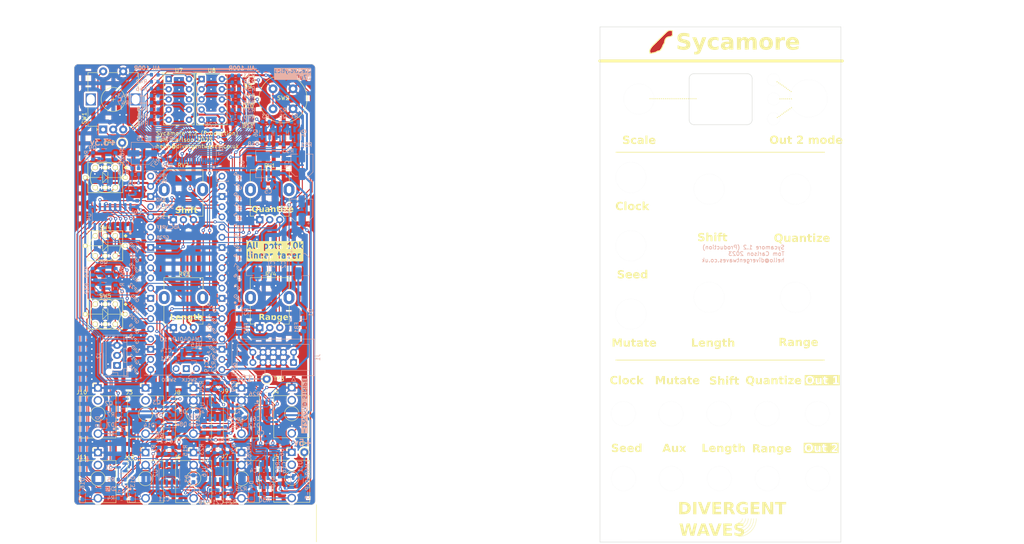
<source format=kicad_pcb>
(kicad_pcb (version 20221018) (generator pcbnew)
  (layers (0 "F.Cu" signal) (31 "B.Cu" signal) (34 "B.Paste" user) (35 "F.Paste" user) (36 "B.SilkS" user "B.Silkscreen") (37 "F.SilkS" user "F.Silkscreen") (38 "B.Mask" user) (39 "F.Mask" user) (44 "Edge.Cuts" user))
  (net 0 "")
  (net 1 "+12V")
  (net 2 "Earth")
  (net 3 "+5V")
  (net 4 "+3.3V")
  (net 5 "-10V")
  (net 6 "Net-(D2-A)")
  (net 7 "Net-(D9-K)")
  (net 8 "Net-(D10-K)")
  (net 9 "Net-(D6-K)")
  (net 10 "Net-(D7-K)")
  (net 11 "Net-(D8-K)")
  (net 12 "MUTATE_CV")
  (net 13 "OUT_1_SCALED")
  (net 14 "OUT_2_SCALED")
  (net 15 "LENGTH_CV")
  (net 16 "SHIFT_CV")
  (net 17 "RANGE_CV")
  (net 18 "QUANT_CV")
  (net 19 "CLOCK_CV")
  (net 20 "SEED_CV")
  (net 21 "AUX_CV")
  (net 22 "SEED")
  (net 23 "CLOCK")
  (net 24 "MUTATE")
  (net 25 "Net-(U9--)")
  (net 26 "Net-(U10--)")
  (net 27 "Net-(U2A--)")
  (net 28 "AUX_IN")
  (net 29 "Net-(U14A--)")
  (net 30 "RANGE_IN")
  (net 31 "Net-(U14B--)")
  (net 32 "Net-(U16A--)")
  (net 33 "QUANT_IN")
  (net 34 "Net-(U16B--)")
  (net 35 "LENGTH_IN")
  (net 36 "SHIFT_IN")
  (net 37 "RANGE_POT")
  (net 38 "QUANT_POT")
  (net 39 "LENGTH_POT")
  (net 40 "SHIFT_POT")
  (net 41 "ENCODER_A")
  (net 42 "ENCODER_B")
  (net 43 "ENCODER_BUTTON")
  (net 44 "MODE_BUTTON")
  (net 46 "CLOCK_SWITCH")
  (net 49 "SEED_SWITCH")
  (net 52 "MUTATE_SWITCH")
  (net 54 "MODE_1_LED")
  (net 55 "MODE_2_LED")
  (net 56 "MODE_3_LED")
  (net 57 "/ADC_CS")
  (net 58 "MUTATE_LED")
  (net 59 "SEED_LED")
  (net 60 "/DAC_CS")
  (net 62 "LED_CLOCK")
  (net 63 "LED_SERIAL")
  (net 64 "OUT_2")
  (net 65 "OUT_1")
  (net 67 "CLOCK_LED")
  (net 74 "Net-(U7-F)")
  (net 75 "Net-(U7-G)")
  (net 76 "Net-(U7-E)")
  (net 77 "Net-(U7-D)")
  (net 78 "Net-(U7-DP)")
  (net 79 "Net-(U7-C)")
  (net 80 "Net-(U7-B)")
  (net 81 "Net-(U7-A)")
  (net 82 "Net-(U8-F)")
  (net 83 "Net-(U8-G)")
  (net 84 "Net-(U8-E)")
  (net 85 "Net-(U8-D)")
  (net 86 "Net-(U8-DP)")
  (net 87 "Net-(U8-C)")
  (net 88 "Net-(U8-B)")
  (net 89 "Net-(U8-A)")
  (net 90 "/Front Panel Components/7_SEG_2A")
  (net 91 "/Front Panel Components/7_SEG_2B")
  (net 92 "/Front Panel Components/7_SEG_2C")
  (net 93 "/Front Panel Components/7_SEG_2D")
  (net 94 "/Front Panel Components/7_SEG_2E")
  (net 95 "/Front Panel Components/7_SEG_2F")
  (net 96 "/Front Panel Components/7_SEG_2G")
  (net 97 "/Front Panel Components/7_SEG_2DP")
  (net 98 "/Front Panel Components/7_SEG_1A")
  (net 99 "/Front Panel Components/7_SEG_1B")
  (net 100 "/Front Panel Components/7_SEG_1C")
  (net 101 "/Front Panel Components/7_SEG_1D")
  (net 102 "/Front Panel Components/7_SEG_1E")
  (net 103 "/Front Panel Components/7_SEG_1F")
  (net 104 "/Front Panel Components/7_SEG_1G")
  (net 105 "/Front Panel Components/7_SEG_1DP")
  (net 106 "Net-(D11-K)")
  (net 107 "Net-(U17-~{OE})")
  (net 108 "/SPI_CLK")
  (net 109 "/SPI_SDI")
  (net 110 "/SPI_SDO")
  (net 111 "Net-(Q4-B)")
  (net 112 "Net-(Q4-C)")
  (net 113 "Net-(Q5-B)")
  (net 114 "Net-(Q5-C)")
  (net 115 "Net-(Q6-B)")
  (net 116 "Net-(Q6-C)")
  (net 117 "Net-(Q7-B)")
  (net 118 "Net-(Q7-C)")
  (net 119 "Net-(Q8-B)")
  (net 120 "Net-(Q8-C)")
  (net 121 "Net-(Q9-B)")
  (net 122 "Net-(Q9-C)")
  (net 123 "MUTATE_SWITCH_LED")
  (net 124 "SEED_SWITCH_LED")
  (net 125 "CLOCK_SWITCH_LED")
  (net 126 "/+5v_REF")
  (net 127 "Net-(J1-Pin_10)")
  (net 128 "-12V")
  (net 129 "Net-(D1-K)")
  (net 130 "Net-(J1-Pin_1)")
  (net 131 "/+3.3v_REF")
  (net 132 "/SPI_CLK_2")
  (net 133 "/SPI_SDO_2")
  (footprint "Potentiometer_THT:Potentiometer_Alpha_RD901F-40-00D_Single_Vertical" (layer "F.Cu") (at 83.6568 99.451 90)
    (fp_text reference "RV2")
    (fp_text value "10k")
  )
  (footprint "LED_SMD:LED_0805_2012Metric" (layer "F.Cu") (at 102.2604 74.3735 180)
    (fp_text reference "D11")
    (fp_text value "LED")
  )
  (footprint "Connector_Audio:Jack_3.5mm_QingPu_WQP-PJ398SM_Vertical_CircularHoles" (layer "F.Cu") (at 100.6348 157.5608)
    (fp_text reference "J7")
    (fp_text value "AudioJack2")
  )
  (footprint "Divergent:LP4OA1PBCT" (layer "F.Cu") (at 66.6496 88.94 180)
    (fp_text reference "SW3" hide)
    (fp_text value "LP4OA1PBCT")
  )
  (footprint "MountingHole:MountingHole_3.2mm_M3" (layer "F.Cu") (at 242.8094 176.9618 180)
    (fp_text reference "REF**" hide)
    (fp_text value "MountingHole_3.2mm_M3")
  )
  (footprint "Connector_Audio:Jack_3.5mm_QingPu_WQP-PJ398SM_Vertical_CircularHoles" (layer "F.Cu") (at 88.646 141.4384)
    (fp_text reference "J8")
    (fp_text value "AudioJack2")
  )
  (footprint "Rotary_Encoder:RotaryEncoder_Alps_EC12E-Switch_Vertical_H20mm" (layer "F.Cu") (at 66.1308 76.9476 90)
    (fp_text reference "SW1")
    (fp_text value "RotaryEncoder_Switch")
  )
  (footprint "LED_SMD:LED_0805_2012Metric" (layer "F.Cu") (at 102.2858 69.4182 180)
    (fp_text reference "D10")
    (fp_text value "LED")
  )
  (footprint "Display_7Segment:HDSP-A151" (layer "F.Cu") (at 90.678 64.3636)
    (fp_text reference "U8")
    (fp_text value "HDSP-7501")
  )
  (footprint "TestPoint:TestPoint_THTPad_D2.0mm_Drill1.0mm" (layer "F.Cu") (at 116.332 157.48)
    (fp_text reference "TP1")
    (fp_text value "TestPoint")
  )
  (footprint "Divergent:SW_D6R90_F1_LFS" (layer "F.Cu") (at 110.998 69.2912)
    (fp_text reference "SW2")
    (fp_text value "SW_MEC_5E")
  )
  (footprint "MountingHole:MountingHole_3.2mm_M3" (layer "F.Cu") (at 197.485 54.2798)
    (fp_text reference "REF**" hide)
    (fp_text value "MountingHole_3.2mm_M3")
  )
  (footprint "Connector_Audio:Jack_3.5mm_QingPu_WQP-PJ398SM_Vertical_CircularHoles" (layer "F.Cu") (at 88.6968 157.5608)
    (fp_text reference "J6")
    (fp_text value "AudioJack2")
  )
  (footprint "Connector_Audio:Jack_3.5mm_QingPu_WQP-PJ398SM_Vertical_CircularHoles" (layer "F.Cu") (at 76.708 141.4384)
    (fp_text reference "J3")
    (fp_text value "AudioJack2")
  )
  (footprint "Connector_Audio:Jack_3.5mm_QingPu_WQP-PJ398SM_Vertical_CircularHoles" (layer "F.Cu") (at 64.8208 141.4384)
    (fp_text reference "J10")
    (fp_text value "AudioJack2")
  )
  (footprint "LED_SMD:LED_0805_2012Metric" (layer "F.Cu") (at 102.235 64.6176 180)
    (fp_text reference "D9")
    (fp_text value "LED")
  )
  (footprint "Potentiometer_THT:Potentiometer_Alpha_RD901F-40-00D_Single_Vertical" (layer "F.Cu") (at 83.6568 126.375 90)
    (fp_text reference "RV3")
    (fp_text value "10k")
  )
  (footprint "TestPoint:TestPoint_THTPad_D2.0mm_Drill1.0mm" (layer "F.Cu") (at 70.866 80.264)
    (fp_text reference "TP2")
    (fp_text value "TestPoint")
  )
  (footprint "Potentiometer_THT:Potentiometer_Alpha_RD901F-40-00D_Single_Vertical" (layer "F.Cu") (at 105.196 99.451 90)
    (fp_text reference "RV1")
    (fp_text value "10k")
  )
  (footprint "MountingHole:MountingHole_3.2mm_M3" (layer "F.Cu") (at 242.8094 54.2798)
    (fp_text reference "REF**" hide)
    (fp_text value "MountingHole_3.2mm_M3")
  )
  (footprint "Potentiometer_THT:Potentiometer_Alpha_RD901F-40-00D_Single_Vertical" (layer "F.Cu") (at 105.196 126.375 90)
    (fp_text reference "RV4")
    (fp_text value "10k")
  )
  (footprint "Divergent:LP4OA1PBCT" (layer "F.Cu") (at 66.6496 105.9688 180)
    (fp_text reference "SW4")
    (fp_text value "LP4OA1PBCT")
  )
  (footprint "Connector_Audio:Jack_3.5mm_QingPu_WQP-PJ398SM_Vertical_CircularHoles" (layer "F.Cu") (at 76.708 157.5608)
    (fp_text reference "J12")
    (fp_text value "AudioJack2_SwitchT")
  )
  (footprint "TestPoint:TestPoint_THTPad_D2.0mm_Drill1.0mm" (layer "F.Cu") (at 106.934 139.192)
    (fp_text reference "TP3")
    (fp_text value "TestPoint")
  )
  (footprint "Divergent:LP4OA1PBCT" (layer "F.Cu") (at 66.6496 123.0268 180)
    (fp_text reference "SW5")
    (fp_text value "LP4OA1PBCT")
  )
  (footprint "Connector_Audio:Jack_3.5mm_QingPu_WQP-PJ398SM_Vertical_CircularHoles" (layer "F.Cu") (at 64.8208 157.5608)
    (fp_text reference "J11")
    (fp_text value "AudioJack2")
  )
  (footprint "Display_7Segment:HDSP-A151" (layer "F.Cu") (at 82.4701 64.3636)
    (fp_text reference "U7")
    (fp_text value "HDSP-7501")
  )
  (footprint "Connector_Audio:Jack_3.5mm_QingPu_WQP-PJ398SM_Vertical_CircularHoles" (layer "F.Cu") (at 113.1824 157.4912)
    (fp_text reference "J5")
    (fp_text value "AudioJack2")
  )
  (footprint "Connector_Audio:Jack_3.5mm_QingPu_WQP-PJ398SM_Vertical_CircularHoles" (layer "F.Cu") (at 113.1824 141.3688)
    (fp_text reference "J4")
    (fp_text value "AudioJack2")
  )
  (footprint "Connector_Audio:Jack_3.5mm_QingPu_WQP-PJ398SM_Vertical_CircularHoles" (layer "F.Cu") (at 100.6348 141.4384)
    (fp_text reference "J9")
    (fp_text value "AudioJack2")
  )
  (footprint "MountingHole:MountingHole_3.2mm_M3" (layer "F.Cu") (at 197.485 176.9618 180)
    (fp_text reference "REF**" hide)
    (fp_text value "MountingHole_3.2mm_M3")
  )
  (footprint "Diode_SMD:D_SOD-323" (layer "B.Cu") (at 70.7991 150.482532)
    (fp_text reference "D7")
    (fp_text value "1N4148")
  )
  (footprint "Diode_SMD:D_0603_1608Metric_Pad1.05x0.95mm_HandSolder" (layer "B.Cu") (at 101.6 149.733 90)
    (fp_text reference "D12")
    (fp_text value "ESD")
  )
  (footprint "Capacitor_SMD:C_0603_1608Metric" (layer "B.Cu") (at 106.2228 161.9756)
    (fp_text reference "C4")
    (fp_text value "100n")
  )
  (footprint "Resistor_SMD:R_0603_1608Metric" (layer "B.Cu") (at 63.5716 83.566 90)
    (fp_text reference "R61")
    (fp_text value "10k")
  )
  (footprint "Capacitor_SMD:C_0603_1608Metric" (layer "B.Cu") (at 74.168 86.614)
    (fp_text reference "C10")
    (fp_text value "470n")
  )
  (footprint "Package_TO_SOT_SMD:SOT-23" (layer "B.Cu") (at 88.7655 133.071 180)
    (fp_text reference "U15")
    (fp_text value "LM4040LP-10")
  )
  (footprint "Diode_SMD:D_0603_1608Metric_Pad1.05x0.95mm_HandSolder" (layer "B.Cu") (at 103.124 168.148 90)
    (fp_text reference "D4")
    (fp_text value "ESD")
  )
  (footprint "Resistor_SMD:R_0603_1608Metric" (layer "B.Cu") (at 99.1616 75.5396 180)
    (fp_text reference "R36")
    (fp_text value "100R")
  )
  (footprint "Resistor_SMD:R_0603_1608Metric" (layer "B.Cu") (at 78.994 70.203513)
    (fp_text reference "R47")
    (fp_text value "100R")
  )
  (footprint "Package_TO_SOT_SMD:TSOT-23-8_HandSoldering" (layer "B.Cu") (at 106.835063 156.7818 180)
    (fp_text reference "U6")
    (fp_text value "~")
  )
  (footprint "Resistor_SMD:R_0603_1608Metric" (layer "B.Cu") (at 70.7766 152.8064 180)
    (fp_text reference "R6")
    (fp_text value "100k")
  )
  (footprint "Resistor_SMD:R_0805_2012Metric" (layer "B.Cu") (at 99.9744 126.5409 -90)
    (fp_text reference "FB2")
    (fp_text value "FerriteBead_Small")
  )
  (footprint "Capacitor_SMD:CP_Elec_5x5.4" (layer "B.Cu") (at 115.7224 85.852 90)
    (fp_text reference "C7")
    (fp_text value "47u")
  )
  (footprint "Resistor_SMD:R_0603_1608Metric" (layer "B.Cu") (at 95.7072 140.9578 90)
    (fp_text reference "R22")
    (fp_text value "33k")
  )
  (footprint "Resistor_SMD:R_0603_1608Metric" (layer "B.Cu") (at 99.1616 66.9036 180)
    (fp_text reference "R34")
    (fp_text value "100R")
  )
  (footprint "Resistor_SMD:R_0603_1608Metric" (layer "B.Cu") (at 70.7258 168.9608 180)
    (fp_text reference "R4")
    (fp_text value "100k")
  )
  (footprint "Resistor_SMD:R_0805_2012Metric" (layer "B.Cu") (at 116.078 126.3885 -90)
    (fp_text reference "FB1")
    (fp_text value "FerriteBead_Small")
  )
  (footprint "Resistor_SMD:R_0603_1608Metric" (layer "B.Cu") (at 84.9832 133.9976)
    (fp_text reference "R31")
    (fp_text value "2.2k")
  )
  (footprint "Resistor_SMD:R_0603_1608Metric" (layer "B.Cu") (at 93.0656 151.8534 90)
    (fp_text reference "R19")
    (fp_text value "33k")
  )
  (footprint "Diode_SMD:D_0603_1608Metric_Pad1.05x0.95mm_HandSolder" (layer "B.Cu") (at 66.294 149.86 90)
    (fp_text reference "D15")
    (fp_text value "ESD")
  )
  (footprint "Package_TO_SOT_SMD:TSOT-23-5" (layer "B.Cu") (at 106.8832 146.1008 -90)
    (fp_text reference "U9")
    (fp_text value "OPA171")
  )
  (footprint "Resistor_SMD:R_0603_1608Metric" (layer "B.Cu") (at 63.496472 112.4102 90)
    (fp_text reference "R50")
    (fp_text value "10k")
  )
  (footprint "Resistor_SMD:R_0603_1608Metric" (layer "B.Cu") (at 78.994 66.744939)
    (fp_text reference "R46")
    (fp_text value "100R")
  )
  (footprint "Resistor_SMD:R_0603_1608Metric" (layer "B.Cu") (at 69.2104 83.566 -90)
    (fp_text reference "R62")
    (fp_text value "100R")
  )
  (footprint "Resistor_SMD:R_0603_1608Metric" (layer "B.Cu") (at 99.1616 65.1764 180)
    (fp_text reference "R38")
    (fp_text value "100R")
  )
  (footprint "Resistor_SMD:R_0603_1608Metric" (layer "B.Cu") (at 97.2312 140.9692 90)
    (fp_text reference "R29")
    (fp_text value "200k")
  )
  (footprint "Resistor_SMD:R_0603_1608Metric" (layer "B.Cu") (at 96.4057 167.6908 -90)
    (fp_text reference "R24")
    (fp_text value "200k")
  )
  (footprint "Package_TO_SOT_SMD:SOT-23" (layer "B.Cu") (at 106.7206 77.8279 90)
    (fp_text reference "Q6")
    (fp_text value "MMBT3904")
  )
  (footprint "Package_TO_SOT_SMD:SOT-23" (layer "B.Cu") (at 113.8784 77.8533 90)
    (fp_text reference "Q4")
    (fp_text value "MMBT3904")
  )
  (footprint "Resistor_SMD:R_0603_1608Metric" (layer "B.Cu") (at 63.5254 116.65 -90)
    (fp_text reference "R32")
    (fp_text value "10k")
  )
  (footprint "Resistor_SMD:R_0603_1608Metric" (layer "B.Cu") (at 113.9038 80.7235 180)
    (fp_text reference "R51")
    (fp_text value "100k")
  )
  (footprint "Package_SO:SOIC-8_3.9x4.9mm_P1.27mm" (layer "B.Cu") (at 94.7166 162.2166 -90)
    (fp_text reference "U16")
    (fp_text value "MCP6002-xSN")
  )
  (footprint "Package_TO_SOT_SMD:SOT-23" (layer "B.Cu") (at 66.3933 83.312)
    (fp_text reference "Q9")
    (fp_text value "MMBT3904")
  )
  (footprint "Package_SO:TSSOP-28_4.4x9.7mm_P0.65mm" (layer "B.Cu") (at 89.3924 81.9735 90)
    (fp_text reference "U17")
    (fp_text value "PCA9685PW")
  )
  (footprint "Capacitor_SMD:CP_Elec_5x5.4" (layer "B.Cu") (at 115.6716 97.0788 90)
    (fp_text reference "C3")
    (fp_text value "47u")
  )
  (footprint "Capacitor_SMD:C_0603_1608Metric" (layer "B.Cu") (at 106.934 148.9964 180)
    (fp_text reference "C6")
    (fp_text value "100n")
  )
  (footprint "Capacitor_SMD:C_0603_1608Metric" (layer "B.Cu") (at 93.0148 77.1398 180)
    (fp_text reference "C26")
    (fp_text value "100n")
  )
  (footprint "Resistor_SMD:R_0603_1608Metric" (layer "B.Cu") (at 78.994 71.9328)
    (fp_text reference "R48")
    (fp_text value "100R")
  )
  (footprint "Resistor_SMD:R_0603_1608Metric" (layer "B.Cu") (at 78.994 68.474226)
    (fp_text reference "R43")
    (fp_text value "100R")
  )
  (footprint "Capacitor_SMD:CP_Elec_5x5.4" (layer "B.Cu") (at 104.648 110.6424 -90)
    (fp_text reference "C1")
    (fp_text value "47u")
  )
  (footprint "Resistor_SMD:R_0603_1608Metric" (layer "B.Cu") (at 92.202 141.033 90)
    (fp_text reference "R20")
    (fp_text value "100k")
  )
  (footprint "Capacitor_SMD:CP_Elec_5x5.4" (layer "B.Cu") (at 114.808 110.6424 -90)
    (fp_text reference "C2")
    (fp_text value "47u")
  )
  (footprint "Capacitor_SMD:C_0805_2012Metric" (layer "B.Cu") (at 107.3048 90.7288)
    (fp_text reference "C5")
    (fp_text value "100n")
  )
  (footprint "Resistor_SMD:R_0603_1608Metric" (layer "B.Cu") (at 99.1616 63.4492 180)
    (fp_text reference "R33")
    (fp_text value "100R")
  )
  (footprint "Resistor_SMD:R_0603_1608Metric" (layer "B.Cu") (at 69.215 116.6246 -90)
    (fp_text reference "R49")
    (fp_text value "100R")
  )
  (footprint "Diode_SMD:D_0603_1608Metric_Pad1.05x0.95mm_HandSolder" (layer "B.Cu") (at 80.01 150.876 90)
    (fp_text reference "D14")
    (fp_text value "ESD")
  )
  (footprint "Resistor_SMD:R_0603_1608Metric" (layer "B.Cu") (at 99.1616 73.8124 180)
    (fp_text reference "R40")
    (fp_text value "100R")
  )
  (footprint "Capacitor_SMD:C_0603_1608Metric" (layer "B.Cu") (at 84.9832 132.118 180)
    (fp_text reference "C14")
    (fp_text value "470n")
  )
  (footprint "Capacitor_SMD:C_0603_1608Metric" (layer "B.Cu") (at 111.858069 164.433866 -90)
    (fp_text reference "C16")
    (fp_text value "470n")
  )
  (footprint "Resistor_SMD:R_0603_1608Metric" (layer "B.Cu") (at 78.994 65.015652)
    (fp_text reference "R42")
    (fp_text value "100R")
  )
  (footprint "Resistor_SMD:R_0603_1608Metric" (layer "B.Cu") (at 82.0928 82.55)
    (fp_text reference "R57")
    (fp_text value "10k")
  )
  (footprint "Capacitor_SMD:C_0603_1608Metric" (layer "B.Cu") (at 81.3308 167.7416)
    (fp_text reference "C11")
    (fp_text value "100n")
  )
  (footprint "Resistor_SMD:R_0603_1608Metric" (layer "B.Cu") (at 110.2868 80.7212 180)
    (fp_text reference "R53")
    (fp_text value "100k")
  )
  (footprint "Package_TO_SOT_SMD:SOT-23" (layer "B.Cu") (at 82.7532 145.1 180)
    (fp_text reference "Q3")
    (fp_text value "MMBT3904")
  )
  (footprint "Resistor_SMD:R_0603_1608Metric" (layer "B.Cu") (at 110.180968 164.43802 90)
    (fp_text reference "R52")
    (fp_text value "10k")
  )
  (footprint "Resistor_SMD:R_0603_1608Metric" (layer "B.Cu") (at 98.1202 167.7416 -90)
    (fp_text reference "R25")
    (fp_text value "100k")
  )
  (footprint "Package_TO_SOT_SMD:SOT-323_SC-70" (layer "B.Cu") (at 73.2305 92.268 180)
    (fp_text reference "U5")
    (fp_text value "LM4040LP-3.3")
  )
  (footprint "Diode_SMD:D_0603_1608Metric_Pad1.05x0.95mm_HandSolder" (layer "B.Cu") (at 60.96 168.402 90)
    (fp_text reference "D16")
    (fp_text value "ESD")
  )
  (footprint "Diode_SMD:D_SOD-323" (layer "B.Cu") (at 82.7307 150.521466 180)
    (fp_text reference "D8")
    (fp_text value "1N4148")
  )
  (footprint "Package_SO:SOIC-8_3.9x4.9mm_P1.27mm" (layer "B.Cu") (at 94.6658 146.4198 90)
    (fp_text reference "U14")
    (fp_text value "MCP6002-xSN")
  )
  (footprint "Resistor_SMD:R_0603_1608Metric" (layer "B.Cu") (at 92.286667 156.7688 90)
    (fp_text reference "R23")
    (fp_text value "100k")
  )
  (footprint "Diode_SMD:D_0603_1608Metric_Pad1.05x0.95mm_HandSolder" (layer "B.Cu") (at 73.406 168.289 90)
    (fp_text reference "D13")
    (fp_text value "ESD")
  )
  (footprint "Diode_SMD:D_SOD-323" (layer "B.Cu") (at 116.078 122.682 90)
    (fp_text reference "D1")
    (fp_text value "D_Schottky")
  )
  (footprint "Capacitor_SMD:C_0603_1608Metric" (layer "B.Cu") (at 91.2622 167.703 90)
    (fp_text reference "C13")
    (fp_text value "100n")
  )
  (footprint "Resistor_SMD:R_0603_1608Metric" (layer "B.Cu") (at 83.4136 157.0606 90)
    (fp_text reference "R16")
    (fp_text value "64.9k")
  )
  (footprint "Capacitor_SMD:C_0603_1608Metric" (layer "B.Cu") (at 94.996 151.9042 -90)
    (fp_text reference "C18")
    (fp_text value "4.7n")
  )
  (footprint "Resistor_SMD:R_0603_1608Metric" (layer "B.Cu") (at 82.0928 80.6704 180)
    (fp_text reference "R55")
    (fp_text value "10k")
  )
  (footprint "Diode_SMD:D_0603_1608Metric_Pad1.05x0.95mm_HandSolder" (layer "B.Cu") (at 88.646 164.084 90)
    (fp_text reference "D3")
    (fp_text value "ESD")
  )
  (footprint "Resistor_SMD:R_0603_1608Metric" (layer "B.Cu") (at 106.823751 143.073848)
    (fp_text reference "R26")
    (fp_text value "100R")
  )
  (footprint "Resistor_SMD:R_0603_1608Metric" (layer "B.Cu") (at 99.1616 72.0852 180)
    (fp_text reference "R37")
    (fp_text value "100R")
  )
  (footprint "Resistor_SMD:R_0603_1608Metric" (layer "B.Cu") (at 106.7562 74.9854)
    (fp_text reference "R3")
    (fp_text value "200R")
  )
  (footprint "Package_TO_SOT_SMD:SOT-223-3_TabPin2" (layer "B.Cu") (at 106.094 85.5472 180)
    (fp_text reference "U3")
    (fp_text value "LM1117DT-5.0")
  )
  (footprint "Resistor_SMD:R_0603_1608Metric" (layer "B.Cu") (at 69.236872 112.461 -90)
    (fp_text reference "R60")
    (fp_text value "100R")
  )
  (footprint "Resistor_SMD:R_0603_1608Metric" (layer "B.Cu") (at 82.7532 152.8572 180)
    (fp_text reference "R8")
    (fp_text value "100k")
  )
  (footprint "Resistor_SMD:R_0603_1608Metric" (layer "B.Cu") (at 78.994 63.286365)
    (fp_text reference "R41")
    (fp_text value "100R")
  )
  (footprint "Resistor_SMD:R_0603_1608Metric" (layer "B.Cu") (at 97.214267 156.7688 90)
    (fp_text reference "R21")
    (fp_text value "200k")
  )
  (footprint "Capacitor_SMD:C_0603_1608Metric" (layer "B.Cu") (at 105.339445 154.145213)
    (fp_text reference "C8")
    (fp_text value "100n")
  )
  (footprint "Resistor_SMD:R_0603_1608Metric" (layer "B.Cu") (at 96.5708 151.9164 -90)
    (fp_text reference "R17")
    (fp_text value "200k")
  )
  (footprint "Package_TO_SOT_SMD:SOT-23" (layer "B.Cu") (at 110.2716 77.8787 90)
    (fp_text reference "Q5")
    (fp_text value "MMBT3904")
  )
  (footprint "Connector_IDC:IDC-Header_2x05_P2.54mm_Vertical" (layer "B.Cu") (at 113.6396 135.0772 90)
    (fp_text reference "J1")
    (fp_text value "Conn_02x05_Odd_Even")
  )
  (footprint "Resistor_SMD:R_0603_1608Metric" (layer "B.Cu") (at 82.7532 148.185733 180)
    (fp_text reference "R9")
    (fp_text value "10k")
  )
  (footprint "Resistor_SMD:R_0603_1608Metric" (layer "B.Cu") (at 106.7186 80.6496 180)
    (fp_text reference "R58")
    (fp_text value "100k")
  )
  (footprint "Resistor_SMD:R_0603_1608Metric" (layer "B.Cu") (at 93.9292 156.7688 90)
    (fp_text reference "R27")
    (fp_text value "33k")
  )
  (footprint "Diode_SMD:D_SOD-323" (layer "B.Cu") (at 70.7033 166.636932 180)
    (fp_text reference "D6")
    (fp_text value "1N4148")
  )
  (footprint "Package_TO_SOT_SMD:SOT-23" (layer "B.Cu") (at 66.3702 112.4966)
    (fp_text reference "Q8")
    (fp_text value "MMBT3904")
  )
  (footprint "Package_TO_SOT_SMD:TSOT-23-5" (layer "B.Cu") (at 106.2228 164.8712 90)
    (fp_text reference "U10")
    (fp_text value "OPA171")
  )
  (footprint "Diode_SMD:D_SOD-323" (layer "B.Cu") (at 99.9744 122.4112 -90)
    (fp_text reference "D2")
    (fp_text value "D_Schottky")
  )
  (footprint "Resistor_SMD:R_0603_1608Metric" (layer "B.Cu") (at 70.7258 164.313066 180)
    (fp_text reference "R5")
    (fp_text value "10k")
  )
  (footprint "Resistor_SMD:R_0603_1608Metric" (layer "B.Cu") (at 99.1616 70.358 180)
    (fp_text reference "R35")
    (fp_text value "100R")
  )
  (footprint "Package_TO_SOT_SMD:SOT-23" (layer "B.Cu") (at 70.7258 161.2392 180)
    (fp_text reference "Q1")
    (fp_text value "MMBT3904")
  )
  (footprint "Capacitor_SMD:C_0603_1608Metric" (layer "B.Cu") (at 74.6252 95.504 90)
    (fp_text reference "C9")
    (fp_text value "1U")
  )
  (footprint "Capacitor_SMD:C_0603_1608Metric" (layer "B.Cu") (at 81.7372 157.0606 -90)
    (fp_text reference "C17")
    (fp_text value "4.7n")
  )
  (footprint "Resistor_SMD:R_0603_1608Metric" (layer "B.Cu") (at 91.3384 151.8534 -90)
    (fp_text reference "R18")
    (fp_text value "100k")
  )
  (footprint "Diode_SMD:D_0603_1608Metric_Pad1.05x0.95mm_HandSolder" (layer "B.Cu") (at 88.646 147.32 180)
    (fp_text reference "D5")
    (fp_text value "ESD")
  )
  (footprint "Resistor_SMD:R_0603_1608Metric" (layer "B.Cu") (at 106.364856 167.830184 180)
    (fp_text reference "R30")
    (fp_text value "100R")
  )
  (footprint "Capacitor_SMD:C_0603_1608Metric" (layer "B.Cu") (at 95.571733 156.7688 -90)
    (fp_text reference "C20")
    (fp_text value "4.7n")
  )
  (footprint "Resistor_SMD:R_0603_1608Metric" (layer "B.Cu") (at 70.7766 148.158666 180)
    (fp_text reference "R7")
    (fp_text value "10k")
  )
  (footprint "Resistor_SMD:R_0603_1608Metric" (layer "B.Cu") (at 74.168 88.138 180)
    (fp_text reference "R10")
    (fp_text value "2.2k")
  )
  (footprint "Package_TO_SOT_SMD:SOT-23" (layer "B.Cu") (at 66.3425 116.648)
    (fp_text reference "Q7")
    (fp_text value "MMBT3904")
  )
  (footprint "Resistor_SMD:R_0603_1608Metric" (layer "B.Cu") (at 78.994 73.662087)
    (fp_text reference "R45")
    (fp_text value "100R")
  )
  (footprint "Resistor_SMD:R_0603_1608Metric" (layer "B.Cu") (at 78.994 75.391374)
    (fp_text reference "R44")
    (fp_text value "100R")
  )
  (footprint "Resistor_SMD:R_0603_1608Metric" (layer "B.Cu") (at 85.09 157.0606 90)
    (fp_text reference "R15")
    (fp_text value "200k")
  )
  (footprint "Capacitor_SMD:C_0603_1608Metric" (layer "B.Cu") (at 98.2472 146.571 90)
    (fp_text reference "C12")
    (fp_text value "100n")
  )
  (footprint "Resistor_SMD:R_0603_1608Metric" (layer "B.Cu") (at 113.9546 75.0593)
    (fp_text reference "R1")
    (fp_text value "200R")
  )
  (footprint "Resistor_SMD:R_0603_1608Metric" (layer "B.Cu") (at 99.1616 68.6308 180)
    (fp_text reference "R39")
    (fp_text value "100R")
  )
  (footprint "Resistor_SMD:R_0603_1608Metric" (layer "B.Cu") (at 110.3376 75.057)
    (fp_text reference "R2")
    (fp_text value "200R")
  )
  (footprint "Capacitor_SMD:C_0603_1608Metric" (layer "B.Cu") (at 94.6912 167.7038 90)
    (fp_text reference "C21")
    (fp_text value "4.7n")
  )
  (footprint "Package_SO:SOIC-8_3.9x4.9mm_P1.27mm" (layer "B.Cu") (at 82.6262 162.6982 -90)
    (fp_text reference "U2")
    (fp_text value "MCP6002-xSN")
  )
  (footprint "Resistor_SMD:R_0603_1608Metric" (layer "B.Cu") (at 80.0608 157.0606 90)
    (fp_text reference "R14")
    (fp_text value "100k")
  )
  (footprint "Package_TO_SOT_SMD:SOT-23" (layer "B.Cu") (at 114.492114 164.586302 -90)
    (fp_text reference "U11")
    (fp_text value "LM4040LP-5")
  )
  (footprint "Package_TO_SOT_SMD:SOT-23" (layer "B.Cu") (at 70.7766 145.0848 180)
    (fp_text reference "Q2")
    (fp_text value "MMBT3904")
  )
  (footprint "Package_SO:SOIC-16_3.9x9.9mm_P1.27mm" (layer "B.Cu") (at 68.4784 98.7552 90)
    (fp_text reference "U4")
    (fp_text value "MCP3208")
  )
  (footprint "Resistor_SMD:R_0603_1608Metric" (layer "B.Cu") (at 82.0928 84.455)
    (fp_text reference "R56")
    (fp_text value "10k")
  )
  (footprint "Raspberry Pi:RPi_Pico_SMD_TH" (layer "B.Cu") (at 86.868 112.7252 180)
    (fp_text reference "U1")
    (fp_text value "Pico")
  )
  (footprint "Capacitor_SMD:CP_Elec_5x5.4" (layer "B.Cu") (at 75.8796 82.9056 180)
    (fp_text reference "C15")
    (fp_text value "47u")
  )
  (footprint "Connector_JST:JST_XH_B3B-XH-AM_1x03_P2.50mm_Vertical" (layer "B.Cu") (at 69.596 135.81 90)
    (fp_text reference "J2")
    (fp_text value "Conn_01x03")
  )
  (footprint "Capacitor_SMD:C_0603_1608Metric" (layer "B.Cu") (at 94.0308 141.0078 -90)
    (fp_text reference "C19")
    (fp_text value "4.7n")
  )
  (footprint "Resistor_SMD:R_0603_1608Metric" (layer "B.Cu") (at 92.9767 167.6908 -90)
    (fp_text reference "R28")
    (fp_text value "33k")
  )
  (gr_line (start 98.806 151.892) (end 96.52 151.892) (stroke (width 0.15)) (layer "B.SilkS"))
  (gr_circle (center 110.236 155.702) (end 110.49 155.702) (stroke (width 0.15)) (fill solid) (layer "B.SilkS"))
  (gr_line (start 93.98 139.446) (end 92.263407 137.729407) (stroke (width 0.15)) (layer "B.SilkS"))
  (gr_circle (center 79.502 160.274) (end 79.756 160.274) (stroke (width 0.15)) (fill solid) (layer "B.SilkS"))
  (gr_circle (center 72.898 102.87) (end 73.152 102.87) (stroke (width 0.15)) (fill solid) (layer "B.SilkS"))
  (gr_circle (center 72.898 166.624) (end 73.152 166.624) (stroke (width 0.15)) (fill solid) (layer "B.SilkS"))
  (gr_circle (center 108.458 166.878) (end 108.712 166.878) (stroke (width 0.15)) (fill solid) (layer "B.SilkS"))
  (gr_line (start 89.408 134.874) (end 89.408 135.636) (stroke (width 0.15)) (layer "B.SilkS"))
  (gr_line (start 91.44 151.892) (end 90.424 150.876) (stroke (width 0.15)) (layer "B.SilkS"))
  (gr_circle (center 91.186 159.512) (end 91.44 159.512) (stroke (width 0.15)) (fill solid) (layer "B.SilkS"))
  (gr_line (start 89.408 136.652) (end 87.376 138.684) (stroke (width 0.15)) (layer "B.SilkS"))
  (gr_line (start 80.264 84.074) (end 81.026 83.312) (stroke (width 0.15)) (layer "B.SilkS"))
  (gr_circle (center 93.726 86.36) (end 93.98 86.36) (stroke (width 0.15)) (fill solid) (layer "B.SilkS"))
  (gr_line (start 72.644 70.358) (end 77.47 70.358) (stroke (width 0.15)) (layer "B.SilkS"))
  (gr_circle (center 97.79 148.844) (end 98.044 148.844) (stroke (width 0.15)) (fill solid) (layer "B.SilkS"))
  (gr_circle (center 104.648 144.78) (end 104.902 144.78) (stroke (width 0.15)) (fill solid) (layer "B.SilkS"))
  (gr_circle (center 68.834 151.638) (end 69.088 151.638) (stroke (width 0.15)) (fill solid) (layer "B.SilkS"))
  (gr_circle (center 84.836 150.622) (end 85.09 150.622) (stroke (width 0.15)) (fill solid) (layer "B.SilkS"))
  (gr_line (start 72.644 68.58) (end 77.47 68.58) (stroke (width 0.15)) (layer "B.SilkS"))
  (gr_circle (center 99.06 120.142) (end 99.314 120.142) (stroke (width 0.15)) (fill solid) (layer "B.SilkS"))
  (gr_line (start 95.758 139.446) (end 94.042802 137.730802) (stroke (width 0.15)) (layer "B.SilkS"))
  (gr_line (start 84.328 134.874) (end 84.328 135.636) (stroke (width 0.15)) (layer "B.SilkS"))
  (gr_line (start 84.328 136.652) (end 82.296 138.684) (stroke (width 0.15)) (layer "B.SilkS"))
  (gr_arc (start 226.396386 174.018644) (mid 225.8822 175.26) (end 224.640844 175.774186) (stroke (width 0.1)) (layer "F.SilkS"))
  (gr_arc (start 227.80598 174.03418) (mid 226.876044 176.279244) (end 224.63098 177.20918) (stroke (width 0.1)) (layer "F.SilkS"))
  (gr_arc (start 227.079372 174.018644) (mid 226.342825 175.796825) (end 224.564644 176.533372) (stroke (width 0.1)) (layer "F.SilkS"))
  (gr_arc (start 229.075905 174.008412) (mid 227.783167 177.168145) (end 224.63098 178.47918) (stroke (width 0.1)) (layer "F.SilkS"))
  (gr_line (start 190.0428 59.8424) (end 250.5456 59.8424) (stroke (width 0.75)) (layer "F.SilkS"))
  (gr_line (start 246.0752 134.493) (end 194.0306 134.493) (stroke (width 0.2)) (layer "F.SilkS"))
  (gr_line (start 194.0814 82.6262) (end 246.126 82.6262) (stroke (width 0.2)) (layer "F.SilkS"))
  (gr_poly (pts (xy 208.156414 53.466007) (xy 207.987879 53.634542) (xy 207.94682 53.634542) (xy 207.876315 53.705047) (xy 207.783828 53.705047) (xy 207.745672 53.743203) (xy 207.628716 53.743203) (xy 207.603002 53.768917) (xy 207.435033 53.768917) (xy 207.400609 53.803341) (xy 207.235542 53.803341) (xy 207.182871 53.856012) (xy 207.059694 53.856012) (xy 206.999142 53.916564) (xy 206.912047 53.916564) (xy 206.858545 53.970066) (xy 206.805873 53.970066) (xy 206.718778 54.057161) (xy 206.684354 54.057161) (xy 206.632512 54.109003) (xy 206.632512 54.123519) (xy 206.530071 54.22596) (xy 206.530071 54.252089) (xy 206.442147 54.340013) (xy 206.442147 54.393099) (xy 206.368323 54.466923) (xy 206.368323 54.561069) (xy 206.287449 54.641943) (xy 206.287449 54.739406) (xy 206.250537 54.776318) (xy 206.250537 54.959633) (xy 206.189156 55.021014) (xy 206.189156 55.122626) (xy 206.168834 55.142948) (xy 206.168834 55.291839) (xy 206.141046 55.319627) (xy 206.141046 55.439072) (xy 206.058928 55.52119) (xy 206.058928 55.588378) (xy 205.96095 55.686356) (xy 205.950266 55.686356) (xy 205.89552 55.741102) (xy 205.89552 55.809949) (xy 205.826259 55.87921) (xy 205.826259 55.956766) (xy 205.772343 56.010682) (xy 205.772343 56.091556) (xy 205.703081 56.160818) (xy 205.703081 56.257452) (xy 205.63382 56.326713) (xy 205.63382 56.44284) (xy 205.574512 56.502148) (xy 205.574512 56.568423) (xy 205.461703 56.681232) (xy 205.461703 56.70197) (xy 205.380829 56.782844) (xy 205.380829 56.856667) (xy 205.287513 56.949983) (xy 205.287513 56.996434) (xy 205.196685 57.087262) (xy 205.196685 57.091824) (xy 205.14816 57.140349) (xy 205.13945 57.140349) (xy 205.04406 57.235739) (xy 205.02125 57.235739) (xy 204.939132 57.317857) (xy 204.899732 57.317857) (xy 204.840839 57.37675) (xy 204.664575 57.37675) (xy 204.657524 57.369699) (xy 204.617709 57.369699) (xy 204.58453 57.402878) (xy 204.458865 57.402878) (xy 204.407852 57.453891) (xy 204.316609 57.453891) (xy 204.214168 57.556332) (xy 204.200896 57.556332) (xy 204.09099 57.666238) (xy 203.954127 57.666238) (xy 203.89399 57.726375) (xy 203.777448 57.726375) (xy 203.760858 57.742965) (xy 203.648048 57.742965) (xy 203.593303 57.79771) (xy 203.494595 57.79771) (xy 203.46266 57.829645) (xy 203.31128 57.829645) (xy 203.280174 57.860751) (xy 203.156583 57.860751) (xy 203.096446 57.920888) (xy 202.948384 57.920888) (xy 202.924329 57.944943) (xy 202.809446 57.944943) (xy 202.792857 57.961532) (xy 202.703273 57.961532) (xy 202.650601 57.90886) (xy 202.590464 57.90886) (xy 202.531571 57.849967) (xy 202.531571 57.814714) (xy 202.511664 57.794807) (xy 202.511664 57.753332) (xy 202.522032 57.742964) (xy 202.522032 57.649649) (xy 202.524106 57.647575) (xy 202.524106 57.61564) (xy 202.485535 57.577069) (xy 202.485535 57.475043) (xy 202.475996 57.465504) (xy 202.475996 57.387948) (xy 202.496733 57.367211) (xy 202.496733 57.260208) (xy 202.510005 57.246936) (xy 202.510005 57.073575) (xy 202.559773 57.023807) (xy 202.559773 56.959523) (xy 202.651016 56.86828) (xy 202.651016 56.830124) (xy 202.714471 56.766669) (xy 202.714471 56.721877) (xy 202.806543 56.629805) (xy 202.806543 56.570912) (xy 202.868754 56.508701) (xy 202.868754 56.480499) (xy 202.960826 56.388427) (xy 202.960826 56.367689) (xy 203.042944 56.285571) (xy 203.042944 56.280594) (xy 203.139993 56.183546) (xy 203.139993 56.157832) (xy 203.243678 56.054147) (xy 203.243678 56.037143) (xy 203.349437 55.931384) (xy 203.349437 55.926407) (xy 203.462246 55.813598) (xy 203.482153 55.813598) (xy 203.56676 55.728991) (xy 203.56676 55.711987) (xy 203.609478 55.669269) (xy 203.628141 55.669269) (xy 203.735974 55.561436) (xy 203.735974 55.548165) (xy 203.783669 55.50047) (xy 203.799843 55.50047) (xy 203.920532 55.379781) (xy 203.920532 55.364436) (xy 204.020899 55.264069) (xy 204.026291 55.264069) (xy 204.066521 55.223839) (xy 204.066521 55.22135) (xy 204.116289 55.171582) (xy 204.151542 55.171582) (xy 204.174353 55.148771) (xy 204.174353 55.101075) (xy 204.297115 54.978313) (xy 204.307485 54.978313) (xy 204.444349 54.841449) (xy 204.455961 54.841449) (xy 204.548447 54.748963) (xy 204.563793 54.748963) (xy 204.599046 54.71371) (xy 204.599046 54.703341) (xy 204.639276 54.663111) (xy 204.645912 54.663111) (xy 204.733836 54.575187) (xy 204.733836 54.55445) (xy 204.797291 54.490995) (xy 204.81471 54.490995) (xy 204.943279 54.362426) (xy 204.947427 54.362426) (xy 204.991804 54.318049) (xy 204.991804 54.310583) (xy 205.054015 54.248372) (xy 205.067702 54.248372) (xy 205.154796 54.161278) (xy 205.154796 54.139296) (xy 205.258066 54.036026) (xy 205.273826 54.036026) (xy 205.354701 53.955151) (xy 205.354701 53.944783) (xy 205.447188 53.852296) (xy 205.457556 53.852296) (xy 205.552531 53.757321) (xy 205.552531 53.75193) (xy 205.585711 53.71875) (xy 205.594005 53.71875) (xy 205.651654 53.661101) (xy 205.651654 53.650318) (xy 205.71262 53.589352) (xy 205.718012 53.589352) (xy 205.808425 53.498939) (xy 205.808425 53.493547) (xy 205.900497 53.401475) (xy 205.910036 53.401475) (xy 205.968929 53.342582) (xy 205.968929 53.338435) (xy 206.048974 53.25839) (xy 206.051048 53.25839) (xy 206.090033 53.219405) (xy 206.090033 53.214842) (xy 206.15722 53.147655) (xy 206.160539 53.147655) (xy 206.208234 53.09996) (xy 206.208234 53.090421) (xy 206.264224 53.034431) (xy 206.281228 53.034431) (xy 206.390719 52.92494) (xy 206.390719 52.917474) (xy 206.461224 52.846969) (xy 206.486938 52.846969) (xy 206.640392 52.693515) (xy 206.642466 52.693515) (xy 206.686013 52.649968) (xy 206.686013 52.640429) (xy 206.742003 52.584439) (xy 206.764813 52.584439) (xy 206.873475 52.475777) (xy 206.894212 52.475777) (xy 206.95352 52.416469) (xy 207.004118 52.416469) (xy 207.119 52.301587) (xy 207.23098 52.301587) (xy 207.277431 52.255136) (xy 207.408074 52.255136) (xy 207.442497 52.220713) (xy 207.560697 52.220713) (xy 207.569822 52.211588) (xy 207.62125 52.211588) (xy 207.639499 52.229837) (xy 207.85931 52.229837) (xy 207.861384 52.227763) (xy 207.948894 52.227763) (xy 207.970875 52.249744) (xy 208.01152 52.249744) (xy 208.020213 52.258437) (xy 208.020213 52.260647) (xy 208.156414 52.396848)) (stroke (width 0.2) (type dash)) (fill solid) (layer "F.SilkS"))
  (gr_line (start 119.34 170.54874) (end 119.34 179.832) (stroke (width 0.15)) (layer "F.SilkS"))
  (gr_arc (start 225.631753 174.018644) (mid 225.326644 174.755243) (end 224.590044 175.060353) (stroke (width 0.1)) (layer "F.SilkS"))
  (gr_arc (start 228.446774 174.018644) (mid 227.309725 176.763725) (end 224.564644 177.900774) (stroke (width 0.1)) (layer "F.SilkS"))
  (gr_circle (center 233.4006 74.269) (end 233.4006 72.719) (stroke (width 0.01)) (fill none) (layer "Edge.Cuts"))
  (gr_circle (center 197.8092 88.9254) (end 201.6092 88.9254) (stroke (width 0.01)) (fill none) (layer "Edge.Cuts"))
  (gr_arc (start 119.0244 169.5864) (mid 118.731507 170.293507) (end 118.0244 170.5864) (stroke (width 0.1)) (layer "Edge.Cuts"))
  (gr_arc (start 118.0244 60.6552) (mid 118.731507 60.948093) (end 119.0244 61.6552) (stroke (width 0.1)) (layer "Edge.Cuts"))
  (gr_line (start 190.0936 179.8828) (end 190.0936 51.3588) (stroke (width 0.1)) (layer "Edge.Cuts"))
  (gr_line (start 250.2008 51.3588) (end 190.0936 51.3588) (stroke (width 0.1)) (layer "Edge.Cuts"))
  (gr_circle (center 219.7862 147.8534) (end 222.8362 147.8534) (stroke (width 0.01)) (fill none) (layer "Edge.Cuts"))
  (gr_circle (center 197.8092 105.9434) (end 201.6092 105.9434) (stroke (width 0.01)) (fill none) (layer "Edge.Cuts"))
  (gr_circle (center 231.8532 164.0312) (end 234.9032 164.0312) (stroke (width 0.01)) (fill none) (layer "Edge.Cuts"))
  (gr_circle (center 244.4008 164.0312) (end 247.4508 164.0312) (stroke (width 0.01)) (fill none) (layer "Edge.Cuts"))
  (gr_circle (center 238.8616 91.8444) (end 242.6616 91.8444) (stroke (width 0.01)) (fill none) (layer "Edge.Cuts"))
  (gr_line (start 213.5632 63.017285) (end 226.832105 63.017285) (stroke (width 0.1)) (layer "Edge.Cuts"))
  (gr_arc (start 212.331875 64.239686) (mid 212.689764 63.375664) (end 213.553786 63.017775) (stroke (width 0.1)) (layer "Edge.Cuts"))
  (gr_circle (center 199.7904 69.342) (end 203.5904 69.342) (stroke (width 0.01)) (fill none) (layer "Edge.Cuts"))
  (gr_circle (center 217.3224 91.8444) (end 221.1224 91.8444) (stroke (width 0.01)) (fill none) (layer "Edge.Cuts"))
  (gr_circle (center 195.9864 164.0312) (end 199.0364 164.0312) (stroke (width 0.01)) (fill none) (layer "Edge.Cuts"))
  (gr_circle (center 233.3752 64.5414) (end 233.3752 62.9914) (stroke (width 0.01)) (fill none) (layer "Edge.Cuts"))
  (gr_arc (start 59.9172 170.5864) (mid 59.210093 170.293507) (end 58.9172 169.5864) (stroke (width 0.1)) (layer "Edge.Cuts"))
  (gr_circle (center 238.8616 118.8192) (end 242.6616 118.8192) (stroke (width 0.01)) (fill none) (layer "Edge.Cuts"))
  (gr_circle (center 242.1382 69.1896) (end 246.8382 69.1896) (stroke (width 0.01)) (fill none) (layer "Edge.Cuts"))
  (gr_line (start 250.2008 51.3588) (end 250.2008 179.8828) (stroke (width 0.1)) (layer "Edge.Cuts"))
  (gr_circle (center 195.9336 147.8534) (end 198.9836 147.8534) (stroke (width 0.01)) (fill none) (layer "Edge.Cuts"))
  (gr_line (start 228.054016 74.519423) (end 228.054016 64.239196) (stroke (width 0.1)) (layer "Edge.Cuts"))
  (gr_circle (center 219.8644 164.0312) (end 222.9144 164.0312) (stroke (width 0.01)) (fill none) (layer "Edge.Cuts"))
  (gr_line (start 119.0244 169.5864) (end 119.0244 61.6552) (stroke (width 0.1)) (layer "Edge.Cuts"))
  (gr_line (start 212.331332 74.519913) (end 212.331332 64.239686) (stroke (width 0.1)) (layer "Edge.Cuts"))
  (gr_arc (start 58.9172 61.6552) (mid 59.210093 60.948093) (end 59.9172 60.6552) (stroke (width 0.1)) (layer "Edge.Cuts"))
  (gr_circle (center 217.3224 118.8192) (end 221.1224 118.8192) (stroke (width 0.01)) (fill none) (layer "Edge.Cuts"))
  (gr_line (start 190.0936 179.8828) (end 250.2008 179.8828) (stroke (width 0.1)) (layer "Edge.Cuts"))
  (gr_arc (start 213.553243 75.741824) (mid 212.689221 75.383935) (end 212.331332 74.519913) (stroke (width 0.1)) (layer "Edge.Cuts"))
  (gr_line (start 59.9172 60.6552) (end 118.0244 60.6552) (stroke (width 0.1)) (layer "Edge.Cuts"))
  (gr_circle (center 233.4254 69.342) (end 233.4254 67.792) (stroke (width 0.01)) (fill none) (layer "Edge.Cuts"))
  (gr_line (start 58.9172 61.6552) (end 58.9172 169.5864) (stroke (width 0.1)) (layer "Edge.Cuts"))
  (gr_arc (start 228.054016 74.519423) (mid 227.696127 75.383445) (end 226.832105 75.741334) (stroke (width 0.1)) (layer "Edge.Cuts"))
  (gr_arc (start 226.832105 63.017285) (mid 227.696127 63.375174) (end 228.054016 64.239196) (stroke (width 0.1)) (layer "Edge.Cuts"))
  (gr_line (start 213.553243 75.741824) (end 226.822148 75.741824) (stroke (width 0.1)) (layer "Edge.Cuts"))
  (gr_circle (center 231.8004 147.8534) (end 234.8504 147.8534) (stroke (width 0.01)) (fill none) (layer "Edge.Cuts"))
  (gr_line (start 59.9172 170.5864) (end 118.0244 170.5864) (stroke (width 0.1)) (layer "Edge.Cuts"))
  (gr_circle (center 207.8756 164.0312) (end 210.9256 164.0312) (stroke (width 0.01)) (fill none) (layer "Edge.Cuts"))
  (gr_circle (center 197.8092 122.9868) (end 201.6092 122.9868) (stroke (width 0.01)) (fill none) (layer "Edge.Cuts"))
  (gr_circle (center 244.348 147.8534) (end 247.398 147.8534) (stroke (width 0.01)) (fill none) (layer "Edge.Cuts"))
  (gr_circle (center 207.8228 147.8534) (end 210.8728 147.8534) (stroke (width 0.01)) (fill none) (layer "Edge.Cuts"))
  (gr_text "All 100R" (at 104.14 62.23) (layer "B.SilkS") (effects (font (size 1 1) (thickness 0.25) bold) (justify left bottom mirror)))
  (gr_text "Electrolytics\n47uF" (at 118.11 64.516) (layer "B.SilkS" knockout) (effects (font (size 1 1)) (justify left bottom mirror)))
  (gr_text "Sycamore 1.2 (Production)\nTom Carlson 2023\nhello@divergentwaves.co.uk" (at 236.22 107.95) (layer "B.SilkS") (effects (font (size 1 1)) (justify left mirror)))
  (gr_text "LM2632" (at 103.124 154.94 90) (layer "B.SilkS") (effects (font (size 1 1)) (justify left bottom mirror)))
  (gr_text "-10v" (at 105.41 139.954) (layer "B.SilkS") (effects (font (size 1.5 1.5) (thickness 0.3) bold) (justify left bottom mirror)))
  (gr_text "+3.3v" (at 69.596 81.026) (layer "B.SilkS") (effects (font (size 1.5 1.5) (thickness 0.3) bold) (justify left bottom mirror)))
  (gr_text "-12v/RED STRIPE" (at 115.824 152.908 -90) (layer "B.SilkS" knockout) (effects (font (size 1 1)) (justify left bottom mirror)))
  (gr_text "+5v" (at 118.364 155.956) (layer "B.SilkS") (effects (font (size 1.5 1.5) (thickness 0.3) bold) (justify left bottom mirror)))
  (gr_text "All 100R" (at 80.518 62.23) (layer "B.SilkS") (effects (font (size 1 1) (thickness 0.25) bold) (justify left bottom mirror)))
  (gr_text "Seed" (at 194.31 114.43335) (layer "F.SilkS") (effects (font (size 2 2) (thickness 0.4) bold) (justify left bottom)))
  (gr_text "Quantize" (at 233.459951 105.338386) (layer "F.SilkS") (effects (font (size 2 2) (thickness 0.4) bold) (justify left bottom)))
  (gr_text "Out 2" (at 240.99912 157.7594) (layer "F.SilkS" knockout) (effects (font (size 2 2) (thickness 0.4) bold) (justify left bottom)))
  (gr_text "Shift" (at 217.3224 140.9446) (layer "F.SilkS") (effects (font (size 2 2) (thickness 0.4) bold) (justify left bottom)))
  (gr_text "WAVES" (at 209.804 178.816) (layer "F.SilkS") (effects (font (size 3 3) (thickness 0.6) bold) (justify left bottom)))
  (gr_text "Clock" (at 193.9036 97.3963) (layer "F.SilkS") (effects (font (size 2 2) (thickness 0.4) bold) (justify left bottom)))
  (gr_text "Aux" (at 205.652169 157.7594) (layer "F.SilkS") (effects (font (size 2 2) (thickness 0.4) bold) (justify left bottom)))
  (gr_text "......." (at 234.6706 69.469) (layer "F.SilkS") (effects (font (size 1 1)) (justify left bottom)))
  (gr_text "Range" (at 234.6452 131.318) (layer "F.SilkS") (effects (font (size 2 2) (thickness 0.4) bold) (justify left bottom)))
  (gr_text "Seed" (at 192.859287 157.7594) (layer "F.SilkS") (effects (font (size 2 2) (thickness 0.4) bold) (justify left bottom)))
  (gr_text "Shift" (at 214.376 105.156) (layer "F.SilkS") (effects (font (size 2 2) (thickness 0.4) bold) (justify left bottom)))
  (gr_text "Sycamore 1.2 (Production)\nTom Carlson 2023\nhello@divergentwaves.co.uk" (at 79.248 79.502) (layer "F.SilkS") (effects (font (size 1 1)) (justify left)))
  (gr_text "Out 1" (at 241.257041 140.843) (layer "F.SilkS" knockout) (effects (font (size 2 2) (thickness 0.4) bold) (justify left bottom)))
  (gr_text "Range" (at 104.902 124.714) (layer "F.SilkS") (effects (font (size 1.5 1.5) (thickness 0.375) bold) (justify left bottom)))
  (gr_text "........................." (at 202.2602 69.4436) (layer "F.SilkS") (effects (font (size 1 1)) (justify left bottom)))
  (gr_text "All pots 10k\nlinear taper" (at 101.854 109.22) (layer "F.SilkS" knockout) (effects (font (size 1.5 1.5) (thickness 0.3) bold) (justify left bottom)))
  (gr_text "Out 2 mode" (at 232.3592 80.8736) (layer "F.SilkS") (effects (font (size 2 2) (thickness 0.4) bold) (justify left bottom)))
  (gr_text "Quantize" (at 103.124 97.79) (layer "F.SilkS") (effects (font (size 1.5 1.5) (thickness 0.375) bold) (justify left bottom)))
  (gr_text "Scale" (at 199.8472 80.899) (layer "F.SilkS") (effects (font (size 2 2) (thickness 0.4) bold) (justify bottom)))
  (gr_text "Length" (at 82.804 124.714) (layer "F.SilkS") (effects (font (size 1.5 1.5) (thickness 0.375) bold) (justify left bottom)))
  (gr_text "Mutate" (at 203.7842 140.843) (layer "F.SilkS") (effects (font (size 2 2) (thickness 0.4) bold) (justify left bottom)))
  (gr_text "Range" (at 228.0158 157.8356) (layer "F.SilkS") (effects (font (size 2 2) (thickness 0.4) bold) (justify left bottom)))
  (gr_text "Length" (at 215.420311 157.7594) (layer "F.SilkS") (effects (font (size 2 2) (thickness 0.4) bold) (justify left bottom)))
  (gr_text "Length" (at 212.8012 131.4704) (layer "F.SilkS") (effects (font (size 2 2) (thickness 0.4) bold) (justify left bottom)))
  (gr_text "Clock" (at 192.5066 140.843) (layer "F.SilkS") (effects (font (size 2 2) (thickness 0.4) bold) (justify left bottom)))
  (gr_text "DIVERGENT" (at 209.4738 173.4566) (layer "F.SilkS") (effects (font (size 3 3) (thickness 0.6) bold) (justify left bottom)))
  (gr_text ".........." (at 238.0234 71.1708 215) (layer "F.SilkS") (effects (font (size 1 1)) (justify left bottom)))
  (gr_text "Quantize" (at 226.3648 140.843) (layer "F.SilkS") (effects (font (size 2 2) (thickness 0.4) bold) (justify left bottom)))
  (gr_text ".........." (at 238.1758 67.5386 145) (layer "F.SilkS") (effects (font (size 1 1)) (justify left bottom)))
  (gr_text "Mutate" (at 192.9892 131.4704) (layer "F.SilkS") (effects (font (size 2 2) (thickness 0.4) bold) (justify left bottom)))
  (gr_text "Shift" (at 84.074 98.044) (layer "F.SilkS") (effects (font (size 1.5 1.5) (thickness 0.375) bold) (justify left bottom)))
  (gr_text "Sycamore" (at 209.0166 57.6834) (layer "F.SilkS") (effects (font (size 4 4) (thickness 0.3) bold) (justify left bottom)))
  (segment (start 110.889707 167.240713) (end 110.339788 166.690794) (width 0.5) (layer "F.Cu") (net 1))
  (segment (start 116.978928 102.072738) (end 117.782 102.87581) (width 0.5) (layer "F.Cu") (net 1))
  (segment (start 117.782 164.901713) (end 115.443 167.240713) (width 0.5) (layer "F.Cu") (net 1))
  (segment (start 117.782 102.87581) (end 117.782 164.901713) (width 0.5) (layer "F.Cu") (net 1))
  (segment (start 110.339788 166.690794) (end 110.339788 166.658446) (width 0.5) (layer "F.Cu") (net 1))
  (segment (start 115.443 167.240713) (end 110.889707 167.240713) (width 0.5) (layer "F.Cu") (net 1))
  (via (at 110.339788 166.658446) (size 0.8) (drill 0.4) (layers "F.Cu" "B.Cu") (net 1))
  (via (at 116.978928 102.072738) (size 0.8) (drill 0.4) (layers "F.Cu" "B.Cu") (net 1))
  (segment (start 99.9744 121.25495) (end 99.9744 121.3612) (width 0.5) (layer "B.Cu") (net 1))
  (segment (start 109.244 87.8472) (end 109.244 88.57055) (width 0.5) (layer "B.Cu") (net 1))
  (segment (start 105.7548 107.3356) (end 104.648 108.4424) (width 0.5) (layer "B.Cu") (net 1))
  (segment (start 110.339788 166.658446) (end 110.339788 165.42184) (width 0.5) (layer "B.Cu") (net 1))
  (segment (start 111.5822 98.928011) (end 111.5822 99.9998) (width 0.5) (layer "B.Cu") (net 1))
  (segment (start 104.648 108.4424) (end 100.599701 112.490699) (width 0.5) (layer "B.Cu") (net 1))
  (segment (start 100.599701 112.490699) (end 100.599701 120.629649) (width 0.5) (layer "B.Cu") (net 1))
  (segment (start 116.9216 98.0288) (end 116.9216 93.1672) (width 0.5) (layer "B.Cu") (net 1))
  (segment (start 115.6716 99.2788) (end 116.9216 98.0288) (width 0.5) (layer "B.Cu") (net 1))
  (segment (start 108.428167 102.031301) (end 108.412465 102.047002) (width 0.5) (layer "B.Cu") (net 1))
  (segment (start 111.4492 87.8472) (end 116.7692 93.1672) (width 0.5) (layer "B.Cu") (net 1))
  (segment (start 110.686 90.01255) (end 110.686 98.031811) (width 0.5) (layer "B.Cu") (net 1))
  (segment (start 115.6716 99.2788) (end 115.6716 100.76541) (width 0.5) (layer "B.Cu") (net 1))
  (segment (start 100.599701 120.629649) (end 99.9744 121.25495) (width 0.5) (layer "B.Cu") (net 1))
  (segment (start 106.607004 102.047002) (end 105.7548 102.899206) (width 0.5) (layer "B.Cu") (net 1))
  (segment (start 111.4492 87.8472) (end 109.244 87.8472) (width 0.5) (layer "B.Cu") (net 1))
  (segment (start 105.7548 102.899206) (end 105.7548 107.3356) (width 0.5) (layer "B.Cu") (net 1))
  (segment (start 109.550699 102.031301) (end 108.428167 102.031301) (width 0.5) (layer "B.Cu") (net 1))
  (segment (start 108.412465 102.047002) (end 106.607004 102.047002) (width 0.5) (layer "B.Cu") (net 1))
  (segment (start 111.5822 99.9998) (end 109.550699 102.031301) (width 0.5) (layer "B.Cu") (net 1))
  (segment (start 110.686 98.031811) (end 111.5822 98.928011) (width 0.5) (layer "B.Cu") (net 1))
  (segment (start 109.244 88.57055) (end 110.686 90.01255) (width 0.5) (layer "B.Cu") (net 1))
  (segment (start 110.339788 165.42184) (end 110.180968 165.26302) (width 0.5) (layer "B.Cu") (net 1))
  (segment (start 115.6716 100.76541) (end 116.978928 102.072738) (width 0.5) (layer "B.Cu") (net 1))
  (segment (start 97.9932 155.2956) (end 98.7552 155.2956) (width 0.5) (layer "F.Cu") (net 2))
  (segment (start 88.579257 166.8775) (end 85.910529 166.8775) (width 0.25) (layer "F.Cu") (net 2))
  (segment (start 85.910529 166.8775) (end 85.724887 167.063142) (width 0.25) (layer "F.Cu") (net 2))
  (segment (start 90.932 169.230243) (end 88.579257 166.8775) (width 0.25) (layer "F.Cu") (net 2))
  (segment (start 90.932 169.672) (end 90.932 169.230243) (width 0.25) (layer "F.Cu") (net 2))
  (segment (start 97.79 155.4988) (end 97.9932 155.2956) (width 0.5) (layer "F.Cu") (net 2))
  (segment (start 97.79 158.8008) (end 97.79 155.4988) (width 0.5) (layer "F.Cu") (net 2))
  (segment (start 93.0148 69.4102) (end 93.0439 69.3811) (width 0.25) (layer "F.Cu") (net 2))
  (via (at 91.3384 148.8948) (size 0.8) (drill 0.4) (layers "F.Cu" "B.Cu") (net 2))
  (via (at 80.2894 106.2228) (size 0.8) (drill 0.4) (layers "F.Cu" "B.Cu") (net 2))
  (via (at 86.1568 169.418) (size 0.8) (drill 0.4) (layers "F.Cu" "B.Cu") (net 2))
  (via (at 113.2332 150.8252) (size 0.8) (drill 0.4) (layers "F.Cu" "B.Cu") (net 2))
  (via (at 109.093 76.327) (size 0.8) (drill 0.4) (layers "F.Cu" "B.Cu") (net 2))
  (via (at 115.824 102.87) (size 0.8) (drill 0.4) (layers "F.Cu" "B.Cu") (net 2))
  (via (at 63.2968 130.229428) (size 0.8) (drill 0.4) (layers "F.Cu" "B.Cu") (net 2))
  (via (at 88.7476 155.2956) (size 0.8) (drill 0.4) (layers "F.Cu" "B.Cu") (net 2))
  (via (at 73.7616 155.194) (size 0.8) (drill 0.4) (layers "F.Cu" "B.Cu") (net 2))
  (via (at 111.506 124.3584) (size 0.8) (drill 0.4) (layers "F.Cu" "B.Cu") (net 2))
  (via (at 63.2968 131.731656) (size 0.8) (drill 0.4) (layers "F.Cu" "B.Cu") (net 2))
  (via (at 63.2968 134.736112) (size 0.8) (drill 0.4) (layers "F.Cu" "B.Cu") (net 2))
  (via (at 70.3072 73.3044) (size 0.8) (drill 0.4) (layers "F.Cu" "B.Cu") (net 2))
  (via (at 97.79 158.8008) (size 0.8) (drill 0.4) (layers "F.Cu" "B.Cu") (net 2))
  (via (at 63.4492 114.427) (size 0.8) (drill 0.4) (layers "F.Cu" "B.Cu") (net 2))
  (via (at 98.7552 155.2956) (size 0.8) (drill 0.4) (layers "F.Cu" "B.Cu") (net 2))
  (via (at 108.7628 124.3584) (size 0.8) (drill 0.4) (layers "F.Cu" "B.Cu") (net 2))
  (via (at 67.564 113.538) (size 0.8) (drill 0.4) (layers "F.Cu" "B.Cu") (net 2))
  (via (at 62.894107 168.5525) (size 0.8) (drill 0.4) (layers "F.Cu" "B.Cu") (net 2))
  (via (at 63.2968 139.2428) (size 0.8) (drill 0.4) (layers "F.Cu" "B.Cu") (net 2))
  (via (at 102.052098 143.5608) (size 0.8) (drill 0.4) (layers "F.Cu" "B.Cu") (net 2))
  (via (at 71.501 149.4028) (size 0.8) (drill 0.4) (layers "F.Cu" "B.Cu") (net 2))
  (via (at 79.8068 87.4268) (size 0.8) (drill 0.4) (layers "F.Cu" "B.Cu") (net 2))
  (via (at 85.164588 93.6873) (size 0.8) (drill 0.4) (layers "F.Cu" "B.Cu") (net 2))
  (via (at 75.184 92.202) (size 0.8) (drill 0.4) (layers "F.Cu" "B.Cu") (net 2))
  (via (at 85.090734 67.0052) (size 0.8) (drill 0.4) (layers "F.Cu" "B.Cu") (net 2))
  (via (at 84.2518 84.6836) (size 0.8) (drill 0.4) (layers "F.Cu" "B.Cu") (net 2))
  (via (at 93.0656 64.3382) (size 0.8) (drill 0.4) (layers "F.Cu" "B.Cu") (net 2))
  (via (at 109.186999 115.914773) (size 0.8) (drill 0.4) (layers "F.Cu" "B.Cu") (net 2))
  (via (at 98.4645 130.293652) (size 0.8) (drill 0.4) (layers "F.Cu" "B.Cu") (net 2))
  (via (at 64.0588 88.0364) (size 0.8) (drill 0.4) (layers "F.Cu" "B.Cu") (net 2))
  (via (at 93.0656 66.929) (size 0.8) (drill 0.4) (layers "F.Cu" "B.Cu") (net 2))
  (via (at 98.452197 131.971598) (size 0.8) (drill 0.4) (layers "F.Cu" "B.Cu") (net 2))
  (via (at 90.0176 116.2304) (size 0.8) (drill 0.4) (layers "F.Cu" "B.Cu") (net 2))
  (via (at 77.724 155.3464) (size 0.8) (drill 0.4) (layers "F.Cu" "B.Cu") (net 2))
  (via (at 79.121 167.767) (size 0.8) (drill 0.4) (layers "F.Cu" "B.Cu") (net 2))
  (via (at 93.0148 71.9328) (size 0.8) (drill 0.4) (layers "F.Cu" "B.Cu") (net 2))
  (via (at 94.742 84.328) (size 0.8) (drill 0.4) (layers "F.Cu" "B.Cu") (net 2))
  (via (at 90.3853 114.184076) (size 0.8) (drill 0.4) (layers "F.Cu" "B.Cu") (net 2))
  (via (at 75.088656 168.4395) (size 0.8) (drill 0.4) (layers "F.Cu" "B.Cu") (net 2))
  (via (at 73.152 114.3762) (size 0.8) (drill 0.4) (layers "F.Cu" "B.Cu") (net 2))
  (via (at 81.7118 89.0778) (size 0.8) (drill 0.4) (layers "F.Cu" "B.Cu") (net 2))
  (via (at 64.8208 150.7236) (size 0.8) (drill 0.4) (layers "F.Cu" "B.Cu") (net 2))
  (via (at 74.7135 137.8204) (size 0.8) (drill 0.4) (layers "F.Cu" "B.Cu") (net 2))
  (via (at 105.5116 76.327) (size 0.8) (drill 0.4) (layers "F.Cu" "B.Cu") (net 2))
  (via (at 92.964 74.5236) (size 0.8) (drill 0.4) (layers "F.Cu" "B.Cu") (net 2))
  (via (at 103.886 116.0272) (size 0.8) (drill 0.4) (layers "F.Cu" "B.Cu") (net 2))
  (via (at 78.6892 150.9268) (size 0.8) (drill 0.4) (layers "F.Cu" "B.Cu") (net 2))
  (via (at 74.7268 101.981) (size 0.8) (drill 0.4) (layers "F.Cu" "B.Cu") (net 2))
  (via (at 75.2856 135.5852) (size 0.8) (drill 0.4) (layers "F.Cu" "B.Cu") (net 2))
  (via (at 111.887 166.37) (size 0.8) (drill 0.4) (layers "F.Cu" "B.Cu") (net 2))
  (via (at 73.7108 152.7556) (size 0.8) (drill 0.4) (layers "F.Cu" "B.Cu") (net 2))
  (via (at 63.2968 136.23834) (size 0.8) (drill 0.4) (layers "F.Cu" "B.Cu") (net 2))
  (via (at 113.2465 102.950333) (size 0.8) (drill 0.4) (layers "F.Cu" "B.Cu") (net 2))
  (via (at 63.4492 154.8892) (size 0.8) (drill 0.4) (layers "F.Cu" "B.Cu") (net 2))
  (via (at 75.549398 155.016438) (size 0.8) (drill 0.4) (layers "F.Cu" "B.Cu") (net 2))
  (via (at 82.6008 162.56) (size 0.8) (drill 0.4) (layers "F.Cu" "B.Cu") (net 2))
  (via (at 93.2688 146.2532) (size 0.8) (drill 0.4) (layers "F.Cu" "B.Cu") (net 2))
  (via (at 105.455671 159.714637) (size 0.8) (drill 0.4) (layers "F.Cu" "B.Cu") (net 2))
  (via (at 85.100188 74.572732) (size 0.8) (drill 0.4) (layers "F.Cu" "B.Cu") (net 2))
  (via (at 67.3455 135.48192) (size 0.8) (drill 0.4) (layers "F.Cu" "B.Cu") (net 2))
  (via (at 99.0854 116.0272) (size 0.8) (drill 0.4) (layers "F.Cu" "B.Cu") (net 2))
  (via (at 63.2968 137.740568) (size 0.8) (drill 0.4) (layers "F.Cu" "B.Cu") (net 2))
  (via (at 80.3656 141.4526) (size 0.8) (drill 0.4) (layers "F.Cu" "B.Cu") (net 2))
  (via (at 109.632001 148.188639) (size 0.8) (drill 0.4) (layers "F.Cu" "B.Cu") (net 2))
  (via (at 75.7174 100.1014) (size 0.8) (drill 0.4) (layers "F.Cu" "B.Cu") (net 2))
  (via (at 73.6854 149.3774) (size 0.8) (drill 0.4) (layers "F.Cu" "B.Cu") (net 2))
  (via (at 107.7335 152.842825) (size 0.8) (drill 0.4) (layers "F.Cu" "B.Cu") (net 2))
  (via (at 109.953982 151.2195) (size 0.8) (drill 0.4) (layers "F.Cu" "B.Cu") (net 2))
  (via (at 93.0439 69.3811) (size 0.8) (drill 0.4) (layers "F.Cu" "B.Cu") (net 2))
  (via (at 86.36 151.0792) (size 0.8) (drill 0.4) (layers "F.Cu" "B.Cu") (net 2))
  (via (at 70.866 114.4016) (size 0.8) (drill 0.4) (layers "F.Cu" "B.Cu") (net 2))
  (via (at 104.4702 104.3686) (size 0.8) (drill 0.4) (layers "F.Cu" "B.Cu") (net 2))
  (via (at 85.090734 72.2376) (size 0.8) (drill 0.4) (layers "F.Cu" "B.Cu") (net 2))
  (via (at 85.3815 101.926375) (size 0.8) (drill 0.4) (layers "F.Cu" "B.Cu") (net 2))
  (via (at 106.491296 95.92273) (size 0.8) (drill 0.4) (layers "F.Cu" "B.Cu") (net 2))
  (via (at 63.2968 128.7272) (size 0.8) (drill 0.4) (layers "F.Cu" "B.Cu") (net 2))
  (via (at 111.5355 94.7928) (size 0.8) (drill 0.4) (layers "F.Cu" "B.Cu") (net 2))
  (via (at 71.882 73.3044) (size 0.8) (drill 0.4) (layers "F.Cu" "B.Cu") (net 2))
  (via (at 85.724887 167.063142) (size 0.8) (drill 0.4) (layers "F.Cu" "B.Cu") (net 2))
  (via (at 108.550585 159.442238) (size 0.8) (drill 0.4) (layers "F.Cu" "B.Cu") (net 2))
  (via (at 113.1824 130.6576) (size 0.8) (drill 0.4) (layers "F.Cu" "B.Cu") (net 2))
  (via (at 102.0572 98.552) (size 0.8) (drill 0.4) (layers "F.Cu" "B.Cu") (net 2))
  (via (at 85.090734 69.596) (size 0.8) (drill 0.4) (layers "F.Cu" "B.Cu") (net 2))
  (via (at 75.184 131.826) (size 0.8) (drill 0.4) (layers "F.Cu" "B.Cu") (net 2))
  (via (at 90.932 169.672) (size 0.8) (drill 0.4) (layers "F.Cu" "B.Cu") (net 2))
  (via (at 80.3402 104.2857) (size 0.8) (drill 0.4) (layers "F.Cu" "B.Cu") (net 2))
  (via (at 112.6998 76.327) (size 0.8) (drill 0.4) (layers "F.Cu" "B.Cu") (net 2))
  (via (at 75.5396 128.3716) (size 0.8) (drill 0.4) (layers "F.Cu" "B.Cu") (net 2))
  (via (at 85.090734 64.5668) (size 0.8) (drill 0.4) (layers "F.Cu" "B.Cu") (net 2))
  (via (at 63.2968 133.233884) (size 0.8) (drill 0.4) (layers "F.Cu" "B.Cu") (net 2))
  (via (at 62.8763 95.7072) (size 0.8) (drill 0.4) (layers "F.Cu" "B.Cu") (net 2))
  (segment (start 91.6506 70.5686) (end 86.063334 70.5686) (width 0.25) (layer "B.Cu") (net 2))
  (segment (start 89.703 132.121) (end 88.9 131.318) (width 0.25) (layer "B.Cu") (net 2))
  (segment (start 80.713501 163.380499) (end 80.0962 163.9978) (width 0.25) (layer "B.Cu") (net 2))
  (segment (start 80.0962 167.282) (end 80.5558 167.7416) (width 0.25) (layer "B.Cu") (net 2))
  (segment (start 106.2228 165.624449) (end 105.319551 164.7212) (width 0.25) (layer "B.Cu") (net 2))
  (segment (start 93.0148 71.9328) (end 91.6506 70.5686) (width 0.25) (layer "B.Cu") (net 2))
  (segment (start 94.743749 146.3045) (end 92.7608 144.321551) (width 0.25) (layer "B.Cu") (net 2))
  (segment (start 81.410273 89.0778) (end 81.7118 89.0778) (width 0.5) (layer "B.Cu") (net 2))
  (segment (start 83.2612 165.549951) (end 84.184449 166.4732) (width 0.25) (layer "B.Cu") (net 2))
  (segment (start 105.319551 164.7212) (end 104.926049 164.7212) (width 0.25) (layer "B.Cu") (net 2))
  (segment (start 106.8832 144.9633) (end 106.8832 144.221937) (width 0.25) (layer "B.Cu") (net 2))
  (segment (start 97.2057 146.3045) (end 94.743749 146.3045) (width 0.25) (layer "B.Cu") (net 2))
  (segment (start 84.538899 163.380499) (end 80.713501 163.380499) (width 0.25) (layer "B.Cu") (net 2))
  (segment (start 108.603517 148.9964) (end 111.7924 145.807517) (width 0.25) (layer "B.Cu") (net 2))
  (segment (start 72.8508 159.890672) (end 70.520928 157.5608) (width 0.5) (layer "B.Cu") (net 2))
  (segment (start 79.5468 92.1064) (end 79.5468 90.941273) (width 0.5) (layer "B.Cu") (net 2))
  (segment (start 91.2622 169.3418) (end 90.932 169.672) (width 0.25) (layer "B.Cu") (net 2))
  (segment (start 106.8832 144.221937) (end 107.173378 143.931759) (width 0.25) (layer "B.Cu") (net 2))
  (segment (start 91.2622 168.478) (end 91.2622 169.3418) (width 0.25) (layer "B.Cu") (net 2))
  (segment (start 80.530466 150.521466) (end 80.01 150.001) (width 0.25) (layer "B.Cu") (net 2))
  (segment (start 71.6633 161.875228) (end 72.8508 160.687728) (width 0.5) (layer "B.Cu") (net 2))
  (segment (start 91.0174 84.836) (end 91.6674 84.836) (width 0.25) (layer "B.Cu") (net 2))
  (segment (start 91.6674 79.111) (end 91.0174 79.111) (width 0.25) (layer "B.Cu") (net 2))
  (segment (start 107.173378 143.931759) (end 110.619441 143.931759) (width 0.25) (layer "B.Cu") (net 2))
  (segment (start 104.926049 164.7212) (end 104.6478 164.442951) (width 0.25) (layer "B.Cu") (net 2))
  (segment (start 108.545063 159.436716) (end 108.550585 159.442238) (width 0.25) (layer "B.Cu") (net 2))
  (segment (start 65.4327 111.5466) (end 65.4327 112.030851) (width 0.25) (layer "B.Cu") (net 2))
  (segment (start 84.184449 166.4732) (end 84.877951 166.4732) (width 0.25) (layer "B.Cu") (net 2))
  (segment (start 85.0082 131.318) (end 84.2082 132.118) (width 0.25) (layer "B.Cu") (net 2))
  (segment (start 108.545063 157.7518) (end 108.545063 159.436716) (width 0.25) (layer "B.Cu") (net 2))
  (segment (start 93.6174 84.836) (end 94.234 84.836) (width 0.25) (layer "B.Cu") (net 2))
  (segment (start 77.978 93.6752) (end 79.5468 92.1064) (width 0.5) (layer "B.Cu") (net 2))
  (segment (start 92.9674 84.836) (end 93.6174 84.836) (width 0.25) (layer "B.Cu") (net 2))
  (segment (start 105.4478 159.722508) (end 105.455671 159.714637) (width 0.25) (layer "B.Cu") (net 2))
  (segment (start 94.234 84.836) (end 94.742 84.328) (width 0.25) (layer "B.Cu") (net 2))
  (segment (start 115.442114 163.648802) (end 114.951365 163.648802) (width 0.25) (layer "B.Cu") (net 2))
  (segment (start 91.6674 77.7122) (end 92.2398 77.1398) (width 0.25) (layer "B.Cu") (net 2))
  (segment (start 92.3174 84.836) (end 92.9674 84.836) (width 0.25) (layer "B.Cu") (net 2))
  (segment (start 81.6807 150.521466) (end 80.530466 150.521466) (width 0.25) (layer "B.Cu") (net 2))
  (segment (start 104.6478 164.442951) (end 104.6478 162.7756) (width 0.25) (layer "B.Cu") (net 2))
  (segment (start 113.391301 165.208866) (end 111.858069 165.208866) (width 0.25) (layer "B.Cu") (net 2))
  (segment (start 91.6674 84.836) (end 92.3174 84.836) (width 0.25) (layer "B.Cu") (net 2))
  (segment (start 84.877951 166.4732) (end 85.1562 166.194951) (width 0.25) (layer "B.Cu") (net 2))
  (segment (start 110.619441 143.931759) (end 113.1824 141.3688) (width 0.25) (layer "B.Cu") (net 2))
  (segment (start 79.5468 90.941273) (end 81.410273 89.0778) (width 0.5) (layer "B.Cu") (net 2))
  (segment (start 88.9 131.318) (end 85.0082 131.318) (width 0.25) (layer "B.Cu") (net 2))
  (segment (start 105.4478 161.9756) (end 105.4478 159.722508) (width 0.25) (layer "B.Cu") (net 2))
  (segment (start 111.7924 142.7588) (end 113.1824 141.3688) (width 0.25) (layer "B.Cu") (net 2))
  (segment (start 72.8508 160.687728) (end 72.8508 159.890672) (width 0.5) (layer "B.Cu") (net 2))
  (segment (start 71.6633 162.1892) (end 71.6633 161.875228) (width 0.5) (layer "B.Cu") (net 2))
  (segment (start 84.4042 84.836) (end 84.2518 84.6836) (width 0.25) (layer "B.Cu") (net 2))
  (segment (start 66.939849 113.538) (end 67.564 113.538) (width 0.25) (layer "B.Cu") (net 2))
  (segment (start 91.6674 79.111) (end 91.6674 77.7122) (width 0.25) (layer "B.Cu") (net 2))
  (segment (start 85.1674 84.836) (end 84.4042 84.836) (width 0.25) (layer "B.Cu") (net 2))
  (segment (start 114.951365 163.648802) (end 113.391301 165.208866) (width 0.25) (layer "B.Cu") (net 2))
  (segment (start 65.4327 112.030851) (end 66.939849 113.538) (width 0.25) (layer "B.Cu") (net 2))
  (segment (start 71.8491 149.7509) (end 71.501 149.4028) (width 0.25) (layer "B.Cu") (net 2))
  (segment (start 80.0962 163.9978) (end 80.0962 167.282) (width 0.25) (layer "B.Cu") (net 2))
  (segment (start 71.8491 150.482532) (end 71.8491 149.7509) (width 0.25) (layer "B.Cu") (net 2))
  (segment (start 106.114445 154.145213) (end 106.431112 154.145213) (width 0.25) (layer "B.Cu") (net 2))
  (segment (start 107.709 148.9964) (end 108.603517 148.9964) (width 0.25) (layer "B.Cu") (net 2))
  (segment (start 111.7924 145.807517) (end 111.7924 142.7588) (width 0.25) (layer "B.Cu") (net 2))
  (segment (start 85.1562 166.194951) (end 85.1562 163.9978) (width 0.25) (layer "B.Cu") (net 2))
  (segment (start 98.2472 147.346) (end 97.2057 146.3045) (width 0.25) (layer "B.Cu") (net 2))
  (segment (start 85.1562 163.9978) (end 84.538899 163.380499) (width 0.25) (layer "B.Cu") (net 2))
  (segment (start 70.520928 157.5608) (end 64.8208 157.5608) (width 0.5) (layer "B.Cu") (net 2))
  (segment (start 86.063334 70.5686) (end 85.090734 69.596) (width 0.25) (layer "B.Cu") (net 2))
  (segment (start 104.6478 162.7756) (end 105.4478 161.9756) (width 0.25) (layer "B.Cu") (net 2))
  (segment (start 106.431112 154.145213) (end 107.7335 152.842825) (width 0.25) (layer "B.Cu") (net 2))
  (segment (start 77.128 90.2852) (end 74.93 90.2852) (width 0.5) (layer "F.Cu") (net 3))
  (segment (start 62.9948 90.2852) (end 61.6496 88.94) (width 0.5) (layer "F.Cu") (net 3))
  (segment (start 74.93 90.2852) (end 62.9948 90.2852) (width 0.5) (layer "F.Cu") (net 3))
  (segment (start 101.2975 64.6176) (end 101.2975 69.3674) (width 0.5) (layer "F.Cu") (net 3))
  (segment (start 102.5167 63.3984) (end 101.2975 64.6176) (width 0.5) (layer "F.Cu") (net 3))
  (segment (start 77.978 91.1352) (end 77.128 90.2852) (width 0.5) (layer "F.Cu") (net 3))
  (segment (start 101.3483 69.4182) (end 101.3483 74.3481) (width 0.5) (layer "F.Cu") (net 3))
  (segment (start 106.7562 63.3984) (end 102.5167 63.3984) (width 0.5) (layer "F.Cu") (net 3))
  (via (at 106.7562 63.3984) (size 0.8) (drill 0.4) (layers "F.Cu" "B.Cu") (net 3))
  (via (at 74.93 90.2852) (size 0.8) (drill 0.4) (layers "F.Cu" "B.Cu") (net 3))
  (segment (start 109.546787 149.9214) (end 111.233787 148.2344) (width 0.5) (layer "B.Cu") (net 3))
  (segment (start 108.806169 165.367069) (end 107.1728 163.7337) (width 0.5) (layer "B.Cu") (net 3))
  (segment (start 103.7764 86.6048) (end 82.5084 86.6048) (width 0.5) (layer "B.Cu") (net 3))
  (segment (start 106.9978 156.884537) (end 106.575063 156.4618) (width 0.5) (layer "B.Cu") (net 3))
  (segment (start 116.9724 86.802) (end 116.9724 73.073568) (width 0.5) (layer "B.Cu") (net 3))
  (segment (start 107.024564 159.856002) (end 107.024564 156.948833) (width 0.5) (layer "B.Cu") (net 3))
  (segment (start 107.024564 156.948833) (end 106.9978 156.922069) (width 0.5) (layer "B.Cu") (net 3))
  (segment (start 117.928 146.994) (end 117.928 90.2576) (width 0.5) (layer "B.Cu") (net 3))
  (segment (start 111.233787 148.2344) (end 116.459 148.2344) (width 0.5) (layer "B.Cu") (net 3))
  (segment (start 117.782 163.819944) (end 117.782 149.5574) (width 0.5) (layer "B.Cu") (net 3))
  (segment (start 104.834 85.5472) (end 103.7764 86.6048) (width 0.5) (layer "B.Cu") (net 3))
  (segment (start 106.9978 159.882766) (end 107.024564 159.856002) (width 0.5) (layer "B.Cu") (net 3))
  (segment (start 116.84 148.082) (end 117.928 146.994) (width 0.5) (layer "B.Cu") (net 3))
  (segment (start 104.834 85.5472) (end 106.301595 85.5472) (width 0.5) (layer "B.Cu") (net 3))
  (segment (start 61.6496 105.9688) (end 61.6496 123.0268) (width 0.5) (layer "B.Cu") (net 3))
  (segment (start 117.369472 164.232472) (end 117.782 163.819944) (width 0.5) (layer "B.Cu") (net 3))
  (segment (start 107.1728 163.7337) (end 107.1728 162.1506) (width 0.5) (layer "B.Cu") (net 3))
  (segment (start 112.38774 167.543326) (end 108.806169 167.543326) (width 0.5) (layer "B.Cu") (net 3))
  (segment (start 103.788623 154.921035) (end 104.564445 154.145213) (width 0.25) (layer "B.Cu") (net 3))
  (segment (start 74.993 88.138) (end 74.993 90.2222) (width 0.25) (layer "B.Cu") (net 3))
  (segment (start 115.7224 88.052) (end 116.9724 86.802) (width 0.5) (layer "B.Cu") (net 3))
  (segment (start 74.993 90.2222) (end 74.93 90.2852) (width 0.25) (layer "B.Cu") (net 3))
  (segment (start 117.928 90.2576) (end 115.7224 88.052) (width 0.5) (layer "B.Cu") (net 3))
  (segment (start 117.369472 164.232472) (end 114.225744 167.3762) (width 0.5) (layer "B.Cu") (net 3))
  (segment (start 82.5084 86.6048) (end 77.978 91.1352) (width 0.5) (layer "B.Cu") (net 3))
  (segment (start 106.159 148.9964) (end 107.084 149.9214) (width 0.5) (layer "B.Cu") (net 3))
  (segment (start 106.3548 90.7288) (end 106.3548 85.600405) (width 0.5) (layer "B.Cu") (net 3))
  (segment (start 117.782 149.5574) (end 116.459 148.2344) (width 0.5) (layer "B.Cu") (net 3))
  (segment (start 105.9332 148.7706) (end 106.159 148.9964) (width 0.5) (layer "B.Cu") (net 3))
  (segment (start 103.875063 156.4518) (end 103.788623 156.36536) (width 0.25) (layer "B.Cu") (net 3))
  (segment (start 103.788623 156.36536) (end 103.788623 154.921035) (width 0.25) (layer "B.Cu") (net 3))
  (segment (start 107.297232 63.3984) (end 106.7562 63.3984) (width 0.5) (layer "B.Cu") (net 3))
  (segment (start 106.3548 85.600405) (end 106.301595 85.5472) (width 0.5) (layer "B.Cu") (net 3))
  (segment (start 108.806169 167.543326) (end 108.806169 165.367069) (width 0.5) (layer "B.Cu") (net 3))
  (segment (start 106.9978 161.9756) (end 106.9978 159.882766) (width 0.5) (layer "B.Cu") (net 3))
  (segment (start 61.6496 88.94) (end 61.6496 105.9688) (width 0.5) (layer "B.Cu") (net 3))
  (segment (start 107.084 149.9214) (end 109.546787 149.9214) (width 0.5) (layer "B.Cu") (net 3))
  (segment (start 106.301595 85.5472) (end 113.2176 85.5472) (width 0.5) (layer "B.Cu") (net 3))
  (segment (start 105.125063 156.4518) (end 103.875063 156.4518) (width 0.25) (layer "B.Cu") (net 3))
  (segment (start 116.9724 73.073568) (end 107.297232 63.3984) (width 0.5) (layer "B.Cu") (net 3))
  (segment (start 114.225744 167.3762) (end 112.554866 167.3762) (width 0.5) (layer "B.Cu") (net 3))
  (segment (start 112.554866 167.3762) (end 112.38774 167.543326) (width 0.5) (layer "B.Cu") (net 3))
  (segment (start 106.575063 156.4618) (end 105.125063 156.4618) (width 0.5) (layer "B.Cu") (net 3))
  (segment (start 106.9978 156.922069) (end 106.9978 156.884537) (width 0.5) (layer "B.Cu") (net 3))
  (segment (start 113.2176 85.5472) (end 115.7224 88.052) (width 0.5) (layer "B.Cu") (net 3))
  (segment (start 105.9332 147.2383) (end 105.9332 148.7706) (width 0.5) (layer "B.Cu") (net 3))
  (segment (start 77.978 98.7552) (end 76.2883 97.0655) (width 0.5) (layer "F.Cu") (net 4))
  (segment (start 89.3264 72.7473) (end 87.5501 74.5236) (width 0.5) (layer "F.Cu") (net 4))
  (segment (start 87.1356 106.9594) (end 88.6568 105.4382) (width 0.5) (layer "F.Cu") (net 4))
  (segment (start 95.758 74.5236) (end 95.6818 74.5998) (width 0.5) (layer "F.Cu") (net 4))
  (segment (start 95.6818 74.5998) (end 95.6818 77.089) (width 0.5) (layer "F.Cu") (net 4))
  (segment (start 77.978 98.7552) (end 78.6322 98.101) (width 0.5) (layer "F.Cu") (net 4))
  (segment (start 78.6322 98.101) (end 84.757233 98.101) (width 0.5) (layer "F.Cu") (net 4))
  (segment (start 97.8686 154.3534) (end 94.2618 154.3534) (width 0.5) (layer "F.Cu") (net 4))
  (segment (start 84.757233 98.101) (end 84.8289 98.172667) (width 0.5) (layer "F.Cu") (net 4))
  (segment (start 79.248 137.423678) (end 88.6568 128.014878) (width 0.5) (layer "F.Cu") (net 4))
  (segment (start 79.248 137.423678) (end 79.248 147.1676) (width 0.5) (layer "F.Cu") (net 4))
  (segment (start 82.4701 64.3636) (end 83.7201 63.1136) (width 0.5) (layer "F.Cu") (net 4))
  (segment (start 88.067867 63.1136) (end 89.317867 64.3636) (width 0.5) (layer "F.Cu") (net 4))
  (segment (start 84.8289 98.172667) (end 85.53265 98.172667) (width 0.5) (layer "F.Cu") (net 4))
  (segment (start 88.6568 126.375) (end 87.1356 124.8538) (width 0.5) (layer "F.Cu") (net 4))
  (segment (start 95.6818 77.089) (end 86.5378 77.089) (width 0.5) (layer "F.Cu") (net 4))
  (segment (start 89.3264 72.7473) (end 89.8127 73.2336) (width 0.5) (layer "F.Cu") (net 4))
  (segment (start 88.6568 105.4382) (end 88.6568 99.451) (width 0.5) (layer "F.Cu") (net 4))
  (segment (start 87.1356 124.8538) (end 87.1356 106.9594) (width 0.5) (layer "F.Cu") (net 4))
  (segment (start 89.3264 65.7152) (end 89.3264 72.7473) (width 0.5) (layer "F.Cu") (net 4))
  (segment (start 110.196 101.6146) (end 110.196 99.451) (width 0.25) (layer "F.Cu") (net 4))
  (segment (start 110.0836 126.372) (end 110.0836 101.727) (width 0.25) (layer "F.Cu") (net 4))
  (segment (start 76.2883 97.0655) (end 75.518333 97.0655) (width 0.5) (layer "F.Cu") (net 4))
  (segment (start 89.8127 73.2336) (end 94.468 73.2336) (width 0.5) (layer "F.Cu") (net 4))
  (segment (start 85.53265 98.172667) (end 85.604317 98.101) (width 0.5) (layer "F.Cu") (net 4))
  (segment (start 88.6568 128.014878) (end 88.6568 126.375) (width 0.5) (layer "F.Cu") (net 4))
  (segment (start 90.678 64.3636) (end 89.3264 65.7152) (width 0.5) (layer "F.Cu") (net 4))
  (segment (start 83.7201 63.1136) (end 88.067867 63.1136) (width 0.5) (layer "F.Cu") (net 4))
  (segment (start 94.468 73.2336) (end 95.758 74.5236) (width 0.5) (layer "F.Cu") (net 4))
  (segment (start 85.604317 98.101) (end 87.3068 98.101) (width 0.5) (layer "F.Cu") (net 4))
  (segment (start 110.0836 101.727) (end 110.196 101.6146) (width 0.25) (layer "F.Cu") (net 4))
  (segment (start 86.5378 77.089) (end 80.264 83.3628) (width 0.5) (layer "F.Cu") (net 4))
  (segment (start 87.3068 98.101) (end 88.6568 99.451) (width 0.5) (layer "F.Cu") (net 4))
  (segment (start 93.98 100.076) (end 89.2818 100.076) (width 0.25) (layer "F.Cu") (net 4))
  (segment (start 89.317867 64.3636) (end 90.678 64.3636) (width 0.5) (layer "F.Cu") (net 4))
  (via (at 79.248 147.1676) (size 0.8) (drill 0.4) (layers "F.Cu" "B.Cu") (net 4))
  (via (at 80.264 83.3628) (size 0.8) (drill 0.4) (layers "F.Cu" "B.Cu") (net 4))
  (via (at 97.9291 154.298638) (size 0.8) (drill 0.4) (layers "F.Cu" "B.Cu") (net 4))
  (via (at 95.6818 77.089) (size 0.8) (drill 0.4) (layers "F.Cu" "B.Cu") (net 4))
  (via (at 94.229963 154.395133) (size 0.8) (drill 0.4) (layers "F.Cu" "B.Cu") (net 4))
  (via (at 75.518333 97.0655) (size 0.8) (drill 0.4) (layers "F.Cu" "B.Cu") (net 4))
  (via (at 94.0562 99.9998) (size 0.8) (drill 0.4) (layers "F.Cu" "B.Cu") (net 4))
  (segment (start 79.278 147.1976) (end 79.248 147.1676) (width 0.5) (layer "B.Cu") (net 4))
  (segment (start 91.2622 166.241) (end 92.8116 164.6916) (width 0.5) (layer "B.Cu") (net 4))
  (segment (start 81.0768 82.55) (end 80.264 83.3628) (width 0.5) (layer "B.Cu") (net 4))
  (segment (start 75.4117 97.0655) (end 75.518333 97.0655) (width 0.5) (layer "B.Cu") (net 4))
  (segment (start 72.5991 152.9539) (end 72.5991 158.649728) (width 0.5) (layer "B.Cu") (net 4))
  (segment (start 102.6276 148.007328) (end 100.673672 146.0534) (width 0.5) (layer "B.Cu") (net 4))
  (segment (start 90.17 154.3534) (end 94.18823 154.3534) (width 0.5) (layer "B.Cu") (net 4))
  (segment (start 110.196 99.451) (end 108.174499 101.472501) (width 0.25) (layer "B.Cu") (net 4))
  (segment (start 81.2678 82.55) (end 81.0768 82.55) (width 0.5) (layer "B.Cu") (net 4))
  (segment (start 81.687649 163.83) (end 80.7212 164.796449) (width 0.25) (layer "B.Cu") (net 4))
  (segment (start 79.248 147.260733) (end 79.278 147.230733) (width 0.5) (layer "B.Cu") (net 4))
  (segment (start 79.248 147.260733) (end 72.499533 147.260733) (width 0.5) (layer "B.Cu") (net 4))
  (segment (start 87.039549 168.4515) (end 88.563049 166.928) (width 0.5) (layer "B.Cu") (net 4))
  (segment (start 96.200501 100.076) (end 94.1324 100.076) (width 0.25) (layer "B.Cu") (net 4))
  (segment (start 72.5991 158.649728) (end 73.550301 159.600929) (width 0.5) (layer "B.Cu") (net 4))
  (segment (start 80.7212 166.2306) (end 82.9421 168.4515) (width 0.5) (layer "B.Cu") (net 4))
  (segment (start 71.6016 148.158666) (end 72.5991 149.156166) (width 0.5) (layer "B.Cu") (net 4))
  (segment (start 76.080466 154.3534) (end 83.7462 154.3534) (width 0.5) (layer "B.Cu") (net 4))
  (segment (start 84.7217 153.3779) (end 87.0331 153.3779) (width 0.5) (layer "B.Cu") (net 4))
  (segment (start 83.7462 154.3534) (end 84.7217 153.3779) (width 0.5) (layer "B.Cu") (net 4))
  (segment (start 72.9234 96.2802) (end 74.624 96.2802) (width 0.5) (layer "B.Cu") (net 4))
  (segment (start 82.6532 147.260733) (end 83.5782 148.185733) (width 0.5) (layer "B.Cu") (net 4))
  (segment (start 74.6252 96.279) (end 75.5502 95.354) (width 0.5) (layer "B.Cu") (net 4))
  (segment (start 91.2622 166.928) (end 91.2622 166.241) (width 0.5) (layer "B.Cu") (net 4))
  (segment (start 100.673672 146.0534) (end 98.5046 146.0534) (width 0.5) (layer "B.Cu") (net 4))
  (segment (start 80.7212 165.1732) (end 80.7212 166.2306) (width 0.5) (layer "B.Cu") (net 4))
  (segment (start 83.564751 163.83) (end 81.687649 163.83) (width 0.25) (layer "B.Cu") (net 4))
  (segment (start 73.2644 153.6192) (end 75.346266 153.6192) (width 0.5) (layer "B.Cu") (net 4))
  (segment (start 97.983862 154.3534) (end 101.262334 154.3534) (width 0.5) (layer "B.Cu") (net 4))
  (segment (start 97.9291 154.298638) (end 97.983862 154.3534) (width 0.5) (layer "B.Cu") (net 4))
  (segment (start 72.5991 152.9539) (end 73.2644 153.6192) (width 0.5) (layer "B.Cu") (net 4))
  (segment (start 76.034 84.9512) (end 78.0796 82.9056) (width 0.5) (layer "B.Cu") (net 4))
  (segment (start 92.8116 162.633066) (end 92.8116 164.6916) (width 0.5) (layer "B.Cu") (net 4))
  (segment (start 82.6532 147.260733) (end 79.248 147.260733) (width 0.5) (layer "B.Cu") (net 4))
  (segment (start 93.6174 79.111) (end 93.6174 77.3122) (width 0.5) (layer "B.Cu") (net 4))
  (segment (start 81.2678 84.3666) (end 80.264 83.3628) (width 0.5) (layer "B.Cu") (net 4))
  (segment (start 93.7898 77.1398) (end 95.631 77.1398) (width 0.5) (layer "B.Cu") (net 4))
  (segment (start 94.229963 154.385237) (end 94.229963 154.395133) (width 0.5) (layer "B.Cu") (net 4))
  (segment (start 88.563049 166.928) (end 91.2622 166.928) (width 0.5) (layer "B.Cu") (net 4))
  (segment (start 102.6276 152.988134) (end 102.6276 148.007328) (width 0.5) (layer "B.Cu") (net 4))
  (segment (start 73.550301 159.600929) (end 73.550301 162.313565) (width 0.5) (layer "B.Cu") (net 4))
  (segment (start 73.550301 162.313565) (end 71.5508 164.313066) (width 0.5) (layer "B.Cu") (net 4))
  (segment (start 90.17 154.3534) (end 90.17 159.991466) (width 0.5) (layer "B.Cu") (net 4))
  (segment (start 75.5502 94.224406) (end 76.034 93.740606) (width 0.5) (layer "B.Cu") (net 4))
  (segment (start 96.5708 144.1196) (end 98.2472 145.796) (width 0.5) (layer "B.Cu") (net 4))
  (segment (start 75.346266 153.6192) (end 76.080466 154.3534) (width 0.5) (layer "B.Cu") (net 4))
  (segment (start 101.262334 154.3534) (end 102.6276 152.988134) (width 0.5) (layer "B.Cu") (net 4))
  (segment (start 97.597002 101.472501) (end 96.200501 100.076) (width 0.25) (layer "B.Cu") (net 4))
  (segment (start 82.9421 168.4515) (end 87.039549 168.4515) (width 0.5) (layer "B.Cu") (net 4))
  (segment (start 75.5502 95.354) (end 75.5502 94.224406) (width 0.5) (layer "B.Cu") (net 4))
  (segment (start 95.631 77.1398) (end 95.6818 77.089) (width 0.5) (layer "B.Cu") (net 4))
  (segment (start 72.5991 149.156166) (end 72.5991 152.9539) (width 0.5) (layer "B.Cu") (net 4))
  (segment (start 74.6252 96.279) (end 75.4117 97.0655) (width 0.5) (layer "B.Cu") (net 4))
  (segment (start 76.034 93.740606) (end 76.034 84.9512) (width 0.5) (layer "B.Cu") (net 4))
  (segment (start 88.0086 154.3534) (end 90.17 154.3534) (width 0.5) (layer "B.Cu") (net 4))
  (segment (start 98.5046 146.0534) (end 98.2472 145.796) (width 0.5) (layer "B.Cu") (net 4))
  (segment (start 79.278 147.230733) (end 79.278 147.1976) (width 0.5) (layer "B.Cu") (net 4))
  (segment (start 78.0796 82.9056) (end 79.8068 82.9056) (width 0.5) (layer "B.Cu") (net 4))
  (segment (start 87.0331 153.3779) (end 88.0086 154.3534) (width 0.5) (layer "B.Cu") (net 4))
  (segment (start 79.8068 82.9056) (end 80.264 83.3628) (width 0.5) (layer "B.Cu") (net 4))
  (segment (start 94.1324 100.076) (end 94.0562 99.9998) (width 0.25) (layer "B.Cu") (net 4))
  (segment (start 94.18823 154.3534) (end 94.229963 154.395133) (width 0.5) (layer "B.Cu") (net 4))
  (segment (start 72.499533 147.260733) (end 71.6016 148.158666) (width 0.5) (layer "B.Cu") (net 4))
  (segment (start 84.5312 164.796449) (end 83.564751 163.83) (width 0.25) (layer "B.Cu") (net 4))
  (segment (start 108.174499 101.472501) (end 97.597002 101.472501) (width 0.25) (layer "B.Cu") (net 4))
  (segment (start 90.17 159.991466) (end 92.8116 162.633066) (width 0.5) (layer "B.Cu") (net 4))
  (segment (start 98.46674 150.4696) (end 98.46674 141.44354) (width 0.5) (layer "F.Cu") (net 5))
  (segment (start 97.9424 152.7048) (end 98.46674 152.18046) (width 0.5) (layer "F.Cu") (net 5))
  (segment (start 87.9446 151.3234) (end 97.61294 151.3234) (width 0.5) (layer "F.Cu") (net 5))
  (segment (start 91.948 134.883678) (end 91.948 134.112) (width 0.5) (layer "F.Cu") (net 5))
  (segment (start 87.9446 151.3234) (end 85.09 154.178) (width 0.5) (layer "F.Cu") (net 5))
  (segment (start 97.61294 151.3234) (end 98.46674 150.4696) (width 0.5) (layer "F.Cu") (net 5))
  (segment (start 98.46674 141.44354) (end 96.1136 139.0904) (width 0.5) (layer "F.Cu") (net 5))
  (segment (start 98.46674 152.18046) (end 98.46674 150.4696) (width 0.5) (layer "F.Cu") (net 5))
  (segment (start 85.09 154.178) (end 85.0392 154.94) (width 0.5) (layer "F.Cu") (net 5))
  (segment (start 96.069022 139.0047) (end 91.948 134.883678) (width 0.5) (layer "F.Cu") (net 5))
  (segment (start 96.1644 139.0047) (end 96.069022 139.0047) (width 0.5) (layer "F.Cu") (net 5))
  (via (at 85.0392 154.94) (size 0.8) (drill 0.4) (layers "F.Cu" "B.Cu") (net 5))
  (via (at 97.9424 152.7048) (size 0.8) (drill 0.4) (layers "F.Cu" "B.Cu") (net 5))
  (via (at 91.948 134.112) (size 0.8) (drill 0.4) (layers "F.Cu" "B.Cu") (net 5))
  (via (at 96.1644 139.0047) (size 0.8) (drill 0.4) (layers "F.Cu" "B.Cu") (net 5))
  (segment (start 96.5708 152.7414) (end 97.8408 152.7414) (width 0.5) (layer "B.Cu") (net 5))
  (segment (start 97.214267 155.9438) (end 99.0452 157.774733) (width 0.5) (layer "B.Cu") (net 5))
  (segment (start 96.1644 139.0774) (end 97.2312 140.1442) (width 0.5) (layer "B.Cu") (net 5))
  (segment (start 98.1834 139.192) (end 97.2312 140.1442) (width 0.25) (layer "B.Cu") (net 5))
  (segment (start 89.703 134.021) (end 91.857 134.021) (width 0.5) (layer "B.Cu") (net 5))
  (segment (start 96.1644 139.0047) (end 96.1644 139.0774) (width 0.5) (layer "B.Cu") (net 5))
  (segment (start 99.0452 167.2484) (end 99.0452 165.608) (width 0.25) (layer "B.Cu") (net 5))
  (segment (start 97.8408 152.7414) (end 97.8916 152.7048) (width 0.5) (layer "B.Cu") (net 5))
  (segment (start 91.857 134.021) (end 91.948 134.112) (width 0.5) (layer "B.Cu") (net 5))
  (segment (start 96.4057 168.5158) (end 97.2799 167.6416) (width 0.25) (layer "B.Cu") (net 5))
  (segment (start 97.914 152.7414) (end 97.8774 152.7414) (width 0.5) (layer "B.Cu") (net 5))
  (segment (start 97.214267 155.9438) (end 96.5708 155.300333) (width 0.5) (layer "B.Cu") (net 5))
  (segment (start 97.2799 167.6416) (end 98.652 167.6416) (width 0.25) (layer "B.Cu") (net 5))
  (segment (start 96.5708 155.300333) (end 96.5708 152.7414) (width 0.5) (layer "B.Cu") (net 5))
  (segment (start 85.8316 134.021) (end 89.703 134.021) (width 0.5) (layer "B.Cu") (net 5))
  (segment (start 106.934 139.192) (end 98.1834 139.192) (width 0.25) (layer "B.Cu") (net 5))
  (segment (start 85.09 156.2356) (end 85.09 154.9908) (width 0.5) (layer "B.Cu") (net 5))
  (segment (start 97.8916 152.7048) (end 97.9424 152.7048) (width 0.5) (layer "B.Cu") (net 5))
  (segment (start 97.9424 152.7048) (end 97.914 152.7414) (width 0.5) (layer "B.Cu") (net 5))
  (segment (start 99.0452 157.774733) (end 99.0452 165.608) (width 0.5) (layer "B.Cu") (net 5))
  (segment (start 85.7582 132.118) (end 85.7582 133.9476) (width 0.5) (layer "B.Cu") (net 5))
  (segment (start 98.652 167.6416) (end 99.0452 167.2484) (width 0.25) (layer "B.Cu") (net 5))
  (segment (start 85.09 154.9908) (end 85.0392 154.94) (width 0.5) (layer "B.Cu") (net 5))
  (segment (start 99.9744 125.6284) (end 99.9744 123.4612) (width 0.5) (layer "B.Cu") (net 6))
  (segment (start 103.1725 64.6176) (end 104.8258 64.6176) (width 0.25) (layer "F.Cu") (net 7))
  (segment (start 104.8258 64.6176) (end 104.8512 64.5922) (width 0.25) (layer "F.Cu") (net 7))
  (via (at 104.8512 64.5922) (size 0.8) (drill 0.4) (layers "F.Cu" "B.Cu") (net 7))
  (segment (start 113.1296 75.0593) (end 113.1296 74.407545) (width 0.25) (layer "B.Cu") (net 7))
  (segment (start 104.8512 66.129145) (end 104.8512 64.5922) (width 0.25) (layer "B.Cu") (net 7))
  (segment (start 113.1296 74.407545) (end 104.8512 66.129145) (width 0.25) (layer "B.Cu") (net 7))
  (segment (start 103.2233 69.4182) (end 104.5718 69.4182) (width 0.25) (layer "F.Cu") (net 8))
  (via (at 104.5718 69.4182) (size 0.8) (drill 0.4) (layers "F.Cu" "B.Cu") (net 8))
  (segment (start 104.5718 70.1162) (end 109.5126 75.057) (width 0.25) (layer "B.Cu") (net 8))
  (segment (start 104.5718 69.4182) (end 104.5718 70.1162) (width 0.25) (layer "B.Cu") (net 8))
  (segment (start 70.8258 165.709432) (end 71.7533 166.636932) (width 0.25) (layer "B.Cu") (net 9))
  (segment (start 71.6633 160.2892) (end 71.6633 160.773451) (width 0.25) (layer "B.Cu") (net 9))
  (segment (start 70.8258 164.084) (end 70.8258 165.709432) (width 0.25) (layer "B.Cu") (net 9))
  (segment (start 71.5508 168.9608) (end 71.5508 166.839432) (width 0.25) (layer "B.Cu") (net 9))
  (segment (start 70.6008 163.859) (end 70.8258 164.084) (width 0.25) (layer "B.Cu") (net 9))
  (segment (start 70.6008 161.835951) (end 70.6008 163.859) (width 0.25) (layer "B.Cu") (net 9))
  (segment (start 71.5508 166.839432) (end 71.7533 166.636932) (width 0.25) (layer "B.Cu") (net 9))
  (segment (start 71.6633 160.773451) (end 70.6008 161.835951) (width 0.25) (layer "B.Cu") (net 9))
  (segment (start 69.7491 150.482532) (end 70.6766 149.555032) (width 0.25) (layer "B.Cu") (net 10))
  (segment (start 71.6016 152.8064) (end 71.6016 152.335032) (width 0.25) (layer "B.Cu") (net 10))
  (segment (start 70.6516 145.688049) (end 71.7141 144.625549) (width 0.25) (layer "B.Cu") (net 10))
  (segment (start 70.6766 146.848999) (end 70.6516 146.823999) (width 0.25) (layer "B.Cu") (net 10))
  (segment (start 71.6016 152.335032) (end 69.7491 150.482532) (width 0.25) (layer "B.Cu") (net 10))
  (segment (start 70.6766 149.555032) (end 70.6766 146.848999) (width 0.25) (layer "B.Cu") (net 10))
  (segment (start 71.7141 144.625549) (end 71.7141 144.1348) (width 0.25) (layer "B.Cu") (net 10))
  (segment (start 70.6516 146.823999) (end 70.6516 145.688049) (width 0.25) (layer "B.Cu") (net 10))
  (segment (start 80.5688 148.1836) (end 84.582 144.1704) (width 0.25) (layer "F.Cu") (net 11))
  (segment (start 84.582 144.1704) (end 85.2932 144.1704) (width 0.25) (layer "F.Cu") (net 11))
  (via (at 80.5688 148.1836) (size 0.8) (drill 0.4) (layers "F.Cu" "B.Cu") (net 11))
  (via (at 85.2932 144.1704) (size 0.8) (drill 0.4) (layers "F.Cu" "B.Cu") (net 11))
  (segment (start 85.2728 144.15) (end 85.2932 144.1704) (width 0.25) (layer "B.Cu") (net 11))
  (segment (start 83.5782 150.723966) (end 83.7807 150.521466) (width 0.25) (layer "B.Cu") (net 11))
  (segment (start 83.6907 144.15) (end 85.2728 144.15) (width 0.25) (layer "B.Cu") (net 11))
  (segment (start 80.5688 148.1836) (end 80.5688 148.409566) (width 0.25) (layer "B.Cu") (net 11))
  (segment (start 83.5782 152.8572) (end 83.5782 150.723966) (width 0.25) (layer "B.Cu") (net 11))
  (segment (start 83.271634 150.0124) (end 83.7807 150.521466) (width 0.25) (layer "B.Cu") (net 11))
  (segment (start 80.5688 148.409566) (end 82.171634 150.0124) (width 0.25) (layer "B.Cu") (net 11))
  (segment (start 82.171634 150.0124) (end 83.271634 150.0124) (width 0.25) (layer "B.Cu") (net 11))
  (segment (start 80.01 151.751) (end 80.01 152.5844) (width 0.25) (layer "B.Cu") (net 12))
  (segment (start 79.756 152.8384) (end 76.708 152.8384) (width 0.25) (layer "B.Cu") (net 12))
  (segment (start 81.9094 152.8384) (end 79.756 152.8384) (width 0.25) (layer "B.Cu") (net 12))
  (segment (start 80.01 152.5844) (end 79.756 152.8384) (width 0.25) (layer "B.Cu") (net 12))
  (segment (start 116.572878 149.378322) (end 113.1824 152.7688) (width 0.25) (layer "F.Cu") (net 13))
  (segment (start 116.572878 146.951179) (end 116.572878 149.378322) (width 0.25) (layer "F.Cu") (net 13))
  (via (at 116.572878 146.951179) (size 0.8) (drill 0.4) (layers "F.Cu" "B.Cu") (net 13))
  (segment (start 110.593799 140.1288) (end 114.4724 140.1288) (width 0.25) (layer "B.Cu") (net 13))
  (segment (start 114.4724 140.1288) (end 116.572878 142.229278) (width 0.25) (layer "B.Cu") (net 13))
  (segment (start 107.648751 143.073848) (end 110.593799 140.1288) (width 0.25) (layer "B.Cu") (net 13))
  (segment (start 116.572878 142.229278) (end 116.572878 146.951179) (width 0.25) (layer "B.Cu") (net 13))
  (segment (start 105.539856 167.830184) (end 106.600872 168.8912) (width 0.25) (layer "B.Cu") (net 14))
  (segment (start 106.600872 168.8912) (end 113.1824 168.8912) (width 0.25) (layer "B.Cu") (net 14))
  (segment (start 88.6968 168.9608) (end 87.338 167.602) (width 0.25) (layer "F.Cu") (net 15))
  (segment (start 87.338 167.602) (end 86.687674 167.602) (width 0.25) (layer "F.Cu") (net 15))
  (via (at 86.687674 167.602) (size 0.8) (drill 0.4) (layers "F.Cu" "B.Cu") (net 15))
  (segment (start 93.4366 165.713351) (end 93.4366 162.013351) (width 0.25) (layer "B.Cu") (net 15))
  (segment (start 88.6968 168.9608) (end 89.9546 167.703) (width 0.25) (layer "B.Cu") (net 15))
  (segment (start 86.687674 166.917326) (end 86.687674 167.602) (width 0.25) (layer "B.Cu") (net 15))
  (segment (start 88.646 164.959) (end 86.687674 166.917326) (width 0.25) (layer "B.Cu") (net 15))
  (segment (start 91.486667 160.063418) (end 91.486667 156.7438) (width 0.25) (layer "B.Cu") (net 15))
  (segment (start 92.1766 167.266417) (end 92.1766 166.448438) (width 0.25) (layer "B.Cu") (net 15))
  (segment (start 89.9546 167.703) (end 91.740017 167.703) (width 0.25) (layer "B.Cu") (net 15))
  (segment (start 93.158351 165.9916) (end 93.4366 165.713351) (width 0.25) (layer "B.Cu") (net 15))
  (segment (start 91.740017 167.703) (end 92.1766 167.266417) (width 0.25) (layer "B.Cu") (net 15))
  (segment (start 91.486667 156.7438) (end 92.286667 155.9438) (width 0.25) (layer "B.Cu") (net 15))
  (segment (start 93.4366 162.013351) (end 91.486667 160.063418) (width 0.25) (layer "B.Cu") (net 15))
  (segment (start 92.1766 166.448438) (end 92.633438 165.9916) (width 0.25) (layer "B.Cu") (net 15))
  (segment (start 92.633438 165.9916) (end 93.158351 165.9916) (width 0.25) (layer "B.Cu") (net 15))
  (segment (start 100.697 169.023) (end 103.124 169.023) (width 0.25) (layer "B.Cu") (net 16))
  (segment (start 100.6348 168.9608) (end 100.697 169.023) (width 0.25) (layer "B.Cu") (net 16))
  (segment (start 98.5144 168.9608) (end 100.6348 168.9608) (width 0.25) (layer "B.Cu") (net 16))
  (segment (start 98.1202 168.5666) (end 98.5144 168.9608) (width 0.25) (layer "B.Cu") (net 16))
  (segment (start 88.646 147.32) (end 88.646 152.8384) (width 0.25) (layer "B.Cu") (net 17))
  (segment (start 88.646 147.32) (end 89.521 147.32) (width 0.25) (layer "B.Cu") (net 17))
  (segment (start 88.646 152.8384) (end 91.1784 152.8384) (width 0.25) (layer "B.Cu") (net 17))
  (segment (start 91.3892 145.51729) (end 91.3892 141.0208) (width 0.25) (layer "B.Cu") (net 18))
  (segment (start 91.3892 141.0208) (end 92.202 140.208) (width 0.25) (layer "B.Cu") (net 18))
  (segment (start 96.330252 147.007501) (end 92.879411 147.007501) (width 0.25) (layer "B.Cu") (net 18))
  (segment (start 101.338849 150.608) (end 101.6 150.608) (width 0.25) (layer "B.Cu") (net 18))
  (segment (start 100.6348 151.312049) (end 96.330252 147.007501) (width 0.25) (layer "B.Cu") (net 18))
  (segment (start 100.6348 151.312049) (end 101.338849 150.608) (width 0.25) (layer "B.Cu") (net 18))
  (segment (start 92.879411 147.007501) (end 91.3892 145.51729) (width 0.25) (layer "B.Cu") (net 18))
  (segment (start 100.6348 152.8384) (end 100.6348 151.312049) (width 0.25) (layer "B.Cu") (net 18))
  (segment (start 69.9196 152.8384) (end 64.8208 152.8384) (width 0.25) (layer "B.Cu") (net 19))
  (segment (start 66.294 151.3652) (end 64.8208 152.8384) (width 0.25) (layer "B.Cu") (net 19))
  (segment (start 66.294 150.735) (end 66.294 151.3652) (width 0.25) (layer "B.Cu") (net 19))
  (segment (start 69.9008 168.9608) (end 64.8208 168.9608) (width 0.25) (layer "B.Cu") (net 20))
  (segment (start 60.96 169.277) (end 64.5046 169.277) (width 0.25) (layer "B.Cu") (net 20))
  (segment (start 64.5046 169.277) (end 64.8208 168.9608) (width 0.25) (layer "B.Cu") (net 20))
  (segment (start 78.6384 159.9692) (end 78.5876 159.9184) (width 0.25) (layer "F.Cu") (net 21))
  (segment (start 78.5876 159.9184) (end 78.5876 157.8356) (width 0.25) (layer "F.Cu") (net 21))
  (via (at 78.5876 157.8356) (size 0.8) (drill 0.4) (layers "F.Cu" "B.Cu") (net 21))
  (via (at 78.6384 159.9692) (size 0.8) (drill 0.4) (layers "F.Cu" "B.Cu") (net 21))
  (segment (start 80.0608 156.3624) (end 78.5876 157.8356) (width 0.25) (layer "B.Cu") (net 21))
  (segment (start 78.5876 160.02) (end 78.6384 159.9692) (width 0.25) (layer "B.Cu") (net 21))
  (segment (start 76.708 168.9608) (end 78.5876 167.0812) (width 0.25) (layer "B.Cu") (net 21))
  (segment (start 78.5876 164.846) (end 78.5876 160.02) (width 0.25) (layer "B.Cu") (net 21))
  (segment (start 76.5048 169.164) (end 76.708 168.9608) (width 0.25) (layer "B.Cu") (net 21))
  (segment (start 73.406 169.164) (end 76.5048 169.164) (width 0.25) (layer "B.Cu") (net 21))
  (segment (start 78.5876 167.0812) (end 78.5876 164.846) (width 0.25) (layer "B.Cu") (net 21))
  (segment (start 65.844499 137.673047) (end 65.844499 130.369811) (width 0.25) (layer "F.Cu") (net 22))
  (segment (start 67.876499 139.705047) (end 65.844499 137.673047) (width 0.25) (layer "F.Cu") (net 22))
  (segment (start 65.844499 130.369811) (end 74.59911 121.6152) (width 0.25) (layer "F.Cu") (net 22))
  (segment (start 74.59911 121.6152) (end 77.978 121.6152) (width 0.25) (layer "F.Cu") (net 22))
  (segment (start 68.0212 161.29) (end 67.876499 161.145299) (width 0.25) (layer "F.Cu") (net 22))
  (segment (start 67.876499 161.145299) (end 67.876499 139.705047) (width 0.25) (layer "F.Cu") (net 22))
  (via (at 68.0212 161.29) (size 0.8) (drill 0.4) (layers "F.Cu" "B.Cu") (net 22))
  (segment (start 69.7883 161.2392) (end 68.072 161.2392) (width 0.25) (layer "B.Cu") (net 22))
  (segment (start 69.9008 164.313066) (end 69.9008 161.3517) (width 0.25) (layer "B.Cu") (net 22))
  (segment (start 68.072 161.2392) (end 68.0212 161.29) (width 0.25) (layer "B.Cu") (net 22))
  (segment (start 66.621 137.813858) (end 66.621 130.229) (width 0.25) (layer "F.Cu") (net 23))
  (segment (start 66.621 130.229) (end 72.6948 124.1552) (width 0.25) (layer "F.Cu") (net 23))
  (segment (start 68.326 141.224) (end 68.326 139.518858) (width 0.25) (layer "F.Cu") (net 23))
  (segment (start 69.85 142.748) (end 68.326 141.224) (width 0.25) (layer "F.Cu") (net 23))
  (segment (start 69.9008 142.748) (end 69.85 142.748) (width 0.25) (layer "F.Cu") (net 23))
  (segment (start 72.6948 124.1552) (end 77.978 124.1552) (width 0.25) (layer "F.Cu") (net 23))
  (segment (start 68.326 139.518858) (end 66.621 137.813858) (width 0.25) (layer "F.Cu") (net 23))
  (via (at 69.9008 142.748) (size 0.8) (drill 0.4) (layers "F.Cu" "B.Cu") (net 23))
  (segment (start 69.8391 142.8097) (end 69.9008 142.748) (width 0.25) (layer "B.Cu") (net 23))
  (segment (start 69.8391 145.0848) (end 69.8391 142.8097) (width 0.25) (layer "B.Cu") (net 23))
  (segment (start 69.8391 145.0848) (end 69.8391 148.046166) (width 0.25) (layer "B.Cu") (net 23))
  (segment (start 79.54 118.0972) (end 79.54 127.303454) (width 0.25) (layer "F.Cu") (net 24))
  (segment (start 77.978 116.5352) (end 79.54 118.0972) (width 0.25) (layer "F.Cu") (net 24))
  (via (at 79.54 127.303454) (size 0.8) (drill 0.4) (layers "F.Cu" "B.Cu") (net 24))
  (segment (start 84.149951 145.1) (end 85.6996 146.649649) (width 0.25) (layer "B.Cu") (net 24))
  (segment (start 82.804 149.352) (end 84.769921 149.352) (width 0.25) (layer "B.Cu") (net 24))
  (segment (start 84.769921 149.352) (end 85.760521 148.3614) (width 0.25) (layer "B.Cu") (net 24))
  (segment (start 81.9282 148.4762) (end 82.804 149.352) (width 0.25) (layer "B.Cu") (net 24))
  (segment (start 81.8157 145.1) (end 81.8157 129.2708) (width 0.25) (layer "B.Cu") (net 24))
  (segment (start 81.8157 129.2708) (end 79.848354 127.303454) (width 0.25) (layer "B.Cu") (net 24))
  (segment (start 81.8157 145.1) (end 84.149951 145.1) (width 0.25) (layer "B.Cu") (net 24))
  (segment (start 79.848354 127.303454) (end 79.54 127.303454) (width 0.25) (layer "B.Cu") (net 24))
  (segment (start 85.6996 146.649649) (end 85.760521 148.3614) (width 0.25) (layer "B.Cu") (net 24))
  (segment (start 109.05589 141.318534) (end 109.571709 141.834353) (width 0.25) (layer "F.Cu") (net 25))
  (segment (start 109.571709 145.367062) (end 109.590834 145.386187) (width 0.25) (layer "F.Cu") (net 25))
  (segment (start 109.571709 141.834353) (end 109.571709 145.367062) (width 0.25) (layer "F.Cu") (net 25))
  (segment (start 106.95784 141.318534) (end 109.05589 141.318534) (width 0.25) (layer "F.Cu") (net 25))
  (via (at 106.95784 141.318534) (size 0.8) (drill 0.4) (layers "F.Cu" "B.Cu") (net 25))
  (via (at 109.590834 145.386187) (size 0.8) (drill 0.4) (layers "F.Cu" "B.Cu") (net 25))
  (segment (start 105.998751 143.073848) (end 105.998751 142.277623) (width 0.25) (layer "B.Cu") (net 25))
  (segment (start 108.391925 146.679575) (end 108.391925 146.585096) (width 0.25) (layer "B.Cu") (net 25))
  (segment (start 105.9332 144.9633) (end 105.9332 143.139399) (width 0.25) (layer "B.Cu") (net 25))
  (segment (start 108.391925 146.585096) (end 109.590834 145.386187) (width 0.25) (layer "B.Cu") (net 25))
  (segment (start 105.998751 142.277623) (end 106.95784 141.318534) (width 0.25) (layer "B.Cu") (net 25))
  (segment (start 107.8332 147.2383) (end 108.391925 146.679575) (width 0.25) (layer "B.Cu") (net 25))
  (segment (start 107.1728 165.447672) (end 107.1728 166.0087) (width 0.5) (layer "B.Cu") (net 26))
  (segment (start 107.1728 165.624449) (end 105.282051 163.7337) (width 0.25) (layer "B.Cu") (net 26))
  (segment (start 107.1728 166.0087) (end 107.1728 167.813128) (width 0.25) (layer "B.Cu") (net 26))
  (segment (start 83.189249 158.6484) (end 84.3272 158.6484) (width 0.25) (layer "B.Cu") (net 27))
  (segment (start 83.44 156.2356) (end 85.09 157.8856) (width 0.25) (layer "B.Cu") (net 27))
  (segment (start 84.3272 158.6484) (end 85.09 157.8856) (width 0.25) (layer "B.Cu") (net 27))
  (segment (start 80.1372 157.8856) (end 81.7372 156.2856) (width 0.25) (layer "B.Cu") (net 27))
  (segment (start 81.7372 156.2856) (end 83.3636 156.2856) (width 0.25) (layer "B.Cu") (net 27))
  (segment (start 81.9912 159.846449) (end 83.189249 158.6484) (width 0.25) (layer "B.Cu") (net 27))
  (segment (start 62.383851 119.151047) (end 62.383851 111.661051) (width 0.25) (layer "F.Cu") (net 28))
  (segment (start 74.422 159.0548) (end 71.469622 159.0548) (width 0.25) (layer "F.Cu") (net 28))
  (segment (start 64.0068 162.0508) (end 62.511204 160.555204) (width 0.25) (layer "F.Cu") (net 28))
  (segment (start 62.383851 111.661051) (end 65.659 108.385902) (width 0.25) (layer "F.Cu") (net 28))
  (segment (start 71.469622 159.0548) (end 68.473622 162.0508) (width 0.25) (layer "F.Cu") (net 28))
  (segment (start 65.659 100.99109) (end 67.37359 99.2765) (width 0.25) (layer "F.Cu") (net 28))
  (segment (start 62.511204 127.508) (end 63.1746 126.844604) (width 0.25) (layer "F.Cu") (net 28))
  (segment (start 67.37359 99.2765) (end 68.003201 99.2765) (width 0.25) (layer "F.Cu") (net 28))
  (segment (start 63.1746 119.941796) (end 62.383851 119.151047) (width 0.25) (layer "F.Cu") (net 28))
  (segment (start 65.659 108.385902) (end 65.659 100.99109) (width 0.25) (layer "F.Cu") (net 28))
  (segment (start 62.511204 160.555204) (end 62.511204 127.508) (width 0.25) (layer "F.Cu") (net 28))
  (segment (start 68.473622 162.0508) (end 64.0068 162.0508) (width 0.25) (layer "F.Cu") (net 28))
  (segment (start 63.1746 126.844604) (end 63.1746 119.941796) (width 0.25) (layer "F.Cu") (net 28))
  (via (at 74.205001 159.052867) (size 0.8) (drill 0.4) (layers "F.Cu" "B.Cu") (net 28))
  (via locked (at 68.003201 99.2765) (size 0.8) (drill 0.4) (layers "F.Cu" "B.Cu") (net 28))
  (segment locked (start 67.945 100.8746) (end 67.945 99.334701) (width 0.25) (layer "B.Cu") (net 28))
  (segment (start 81.7372 157.8356) (end 83.3636 157.8356) (width 0.25) (layer "B.Cu") (net 28))
  (segment (start 80.7212 160.2232) (end 79.550867 159.052867) (width 0.25) (layer "B.Cu") (net 28))
  (segment (start 80.7212 158.8516) (end 80.7212 160.2232) (width 0.25) (layer "B.Cu") (net 28))
  (segment (start 79.550867 159.052867) (end 74.205001 159.052867) (width 0.25) (layer "B.Cu") (net 28))
  (segment (start 81.7372 157.8356) (end 80.7212 158.8516) (width 0.25) (layer "B.Cu") (net 28))
  (segment (start 96.5708 151.0914) (end 95.0338 151.0914) (width 0.25) (layer "B.Cu") (net 29))
  (segment (start 95.3008 148.8948) (end 95.3008 150.8244) (width 0.25) (layer "B.Cu") (net 29))
  (segment (start 95.3008 150.8244) (end 94.996 151.1292) (width 0.25) (layer "B.Cu") (net 29))
  (segment (start 91.3384 151.0284) (end 93.0656 151.0284) (width 0.25) (layer "B.Cu") (net 29))
  (segment (start 93.0656 151.0284) (end 94.8952 151.0284) (width 0.25) (layer "B.Cu") (net 29))
  (segment (start 61.1124 163.287348) (end 64.496849 166.671798) (width 0.25) (layer "F.Cu") (net 30))
  (segment (start 60.7746 104.2238) (end 60.7746 123.8682) (width 0.25) (layer "F.Cu") (net 30))
  (segment (start 60.7746 123.8682) (end 61.1124 124.206) (width 0.25) (layer "F.Cu") (net 30))
  (segment (start 66.843721 98.356499) (end 66.641901 98.356499) (width 0.25) (layer "F.Cu") (net 30))
  (segment (start 81.627378 150.300712) (end 97.342212 150.300712) (width 0.25) (layer "F.Cu") (net 30))
  (segment (start 67.098221 98.101999) (end 69.349199 98.101999) (width 0.25) (layer "F.Cu") (net 30))
  (segment (start 64.496849 166.671798) (end 68.913892 166.671798) (width 0.25) (layer "F.Cu") (net 30))
  (segment (start 97.342212 150.300712) (end 97.61724 150.025684) (width 0.25) (layer "F.Cu") (net 30))
  (segment (start 66.641901 98.356499) (end 60.7746 104.2238) (width 0.25) (layer "F.Cu") (net 30))
  (segment (start 68.913892 166.671798) (end 75.379501 160.206189) (width 0.25) (layer "F.Cu") (net 30))
  (segment (start 75.379501 156.548589) (end 81.627378 150.300712) (width 0.25) (layer "F.Cu") (net 30))
  (segment (start 61.1124 124.206) (end 61.1124 163.287348) (width 0.25) (layer "F.Cu") (net 30))
  (segment (start 69.349199 98.101999) (end 70.4596 99.2124) (width 0.25) (layer "F.Cu") (net 30))
  (segment (start 75.379501 160.206189) (end 75.379501 156.548589) (width 0.25) (layer "F.Cu") (net 30))
  (segment (start 67.098221 98.101999) (end 66.843721 98.356499) (width 0.25) (layer "F.Cu") (net 30))
  (via locked (at 70.4596 99.2124) (size 0.8) (drill 0.4) (layers "F.Cu" "B.Cu") (net 30))
  (via (at 97.61724 150.025684) (size 0.8) (drill 0.4) (layers "F.Cu" "B.Cu") (net 30))
  (segment (start 97.61724 149.94124) (end 97.61724 150.025684) (width 0.25) (layer "B.Cu") (net 30))
  (segment (start 96.5708 148.8948) (end 97.3708 149.6948) (width 0.25) (layer "B.Cu") (net 30))
  (segment (start 94.996 152.6792) (end 93.0664 152.6792) (width 0.25) (layer "B.Cu") (net 30))
  (segment (start 96.5708 148.8948) (end 97.61724 149.94124) (width 0.25) (layer "B.Cu") (net 30))
  (segment (start 95.6588 152.0164) (end 94.996 152.6792) (width 0.25) (layer "B.Cu") (net 30))
  (segment locked (start 70.485 100.8746) (end 70.4596 99.2124) (width 0.25) (layer "B.Cu") (net 30))
  (segment (start 97.3708 149.6948) (end 97.3708 151.5492) (width 0.25) (layer "B.Cu") (net 30))
  (segment (start 96.9036 152.0164) (end 95.6588 152.0164) (width 0.25) (layer "B.Cu") (net 30))
  (segment (start 97.3708 151.5492) (end 96.9036 152.0164) (width 0.25) (layer "B.Cu") (net 30))
  (segment (start 92.4056 141.858) (end 94.0308 140.2328) (width 0.25) (layer "B.Cu") (net 31))
  (segment (start 95.7072 140.2702) (end 97.2312 141.7942) (width 0.25) (layer "B.Cu") (net 31))
  (segment (start 94.0308 140.2328) (end 95.6072 140.2328) (width 0.25) (layer "B.Cu") (net 31))
  (segment (start 92.320751 141.858) (end 94.0308 143.568049) (width 0.25) (layer "B.Cu") (net 31))
  (segment (start 97.171733 157.5938) (end 95.571733 155.9938) (width 0.25) (layer "B.Cu") (net 32))
  (segment (start 92.286667 157.586333) (end 93.9292 155.9438) (width 0.25) (layer "B.Cu") (net 32))
  (segment (start 93.9292 155.9438) (end 95.521733 155.9438) (width 0.25) (layer "B.Cu") (net 32))
  (segment (start 95.1224 158.3188) (end 96.489267 158.3188) (width 0.25) (layer "B.Cu") (net 32))
  (segment (start 94.0816 159.3596) (end 95.1224 158.3188) (width 0.25) (layer "B.Cu") (net 32))
  (segment (start 96.489267 158.3188) (end 97.214267 157.5938) (width 0.25) (layer "B.Cu") (net 32))
  (segment (start 93.7328 143.1484) (end 84.432243 143.1484) (width 0.25) (layer "F.Cu") (net 33))
  (segment (start 62.061703 163.600962) (end 62.061703 124.3076) (width 0.25) (layer "F.Cu") (net 33))
  (segment (start 74.929501 160.020499) (end 68.727703 166.222297) (width 0.25) (layer "F.Cu") (net 33))
  (segment (start 84.432243 143.1484) (end 74.824898 152.755745) (width 0.25) (layer "F.Cu") (net 33))
  (segment (start 68.727703 166.222297) (end 64.683038 166.222297) (width 0.25) (layer "F.Cu") (net 33))
  (segment (start 61.55995 121.215047) (end 61.55995 109.162953) (width 0.25) (layer "F.Cu") (net 33))
  (segment (start 62.5246 123.844703) (end 62.5246 122.179697) (width 0.25) (layer "F.Cu") (net 33))
  (segment (start 74.824898 155.316536) (end 74.929501 155.421139) (width 0.25) (layer "F.Cu") (net 33))
  (segment (start 96.1644 145.58) (end 93.7328 143.1484) (width 0.25) (layer "F.Cu") (net 33))
  (segment (start 74.929501 155.421139) (end 74.929501 160.020499) (width 0.25) (layer "F.Cu") (net 33))
  (segment (start 68.5795 98.5515) (end 69.2404 99.2124) (width 0.25) (layer "F.Cu") (net 33))
  (segment (start 62.061703 124.3076) (end 62.5246 123.844703) (width 0.25) (layer "F.Cu") (net 33))
  (segment (start 74.824898 152.755745) (end 74.824898 155.316536) (width 0.25) (layer "F.Cu") (net 33))
  (segment (start 65.1246 100.71131) (end 67.28441 98.5515) (width 0.25) (layer "F.Cu") (net 33))
  (segment (start 64.683038 166.222297) (end 62.061703 163.600962) (width 0.25) (layer "F.Cu") (net 33))
  (segment (start 62.5246 122.179697) (end 61.55995 121.215047) (width 0.25) (layer "F.Cu") (net 33))
  (segment (start 65.1246 105.598303) (end 65.1246 100.71131) (width 0.25) (layer "F.Cu") (net 33))
  (segment (start 61.55995 109.162953) (end 65.1246 105.598303) (width 0.25) (layer "F.Cu") (net 33))
  (segment (start 67.28441 98.5515) (end 68.5795 98.5515) (width 0.25) (layer "F.Cu") (net 33))
  (via (at 96.1644 145.58) (size 0.8) (drill 0.4) (layers "F.Cu" "B.Cu") (net 33))
  (via locked (at 69.2404 99.2124) (size 0.8) (drill 0.4) (layers "F.Cu" "B.Cu") (net 33))
  (segment (start 95.3008 142.1892) (end 95.7072 141.7828) (width 0.25) (layer "B.Cu") (net 33))
  (segment (start 95.7072 141.7828) (end 94.0308 141.7828) (width 0.25) (layer "B.Cu") (net 33))
  (segment (start 95.3008 144.7164) (end 96.1644 145.58) (width 0.25) (layer "B.Cu") (net 33))
  (segment locked (start 69.215 100.8746) (end 69.215 99.2378) (width 0.25) (layer "B.Cu") (net 33))
  (segment (start 95.3008 143.9448) (end 95.3008 142.1892) (width 0.25) (layer "B.Cu") (net 33))
  (segment (start 96.4057 166.8658) (end 98.0694 166.8658) (width 0.25) (layer "B.Cu") (net 34))
  (segment (start 95.3516 164.6916) (end 95.3516 165.8117) (width 0.25) (layer "B.Cu") (net 34))
  (segment (start 95.3516 165.8117) (end 96.4057 166.8658) (width 0.25) (layer "B.Cu") (net 34))
  (segment (start 94.6912 168.4788) (end 93.0137 168.4788) (width 0.25) (layer "B.Cu") (net 34))
  (segment (start 96.3042 166.8658) (end 94.6912 168.4788) (width 0.25) (layer "B.Cu") (net 34))
  (segment (start 91.907572 159.2708) (end 92.211167 159.574395) (width 0.25) (layer "F.Cu") (net 35))
  (segment (start 80.362105 159.2708) (end 91.907572 159.2708) (width 0.25) (layer "F.Cu") (net 35))
  (segment (start 70.417422 97.927002) (end 70.142918 97.652498) (width 0.25) (layer "F.Cu") (net 35))
  (segment (start 60.325099 163.176699) (end 64.269699 167.121299) (width 0.25) (layer "F.Cu") (net 35))
  (segment (start 66.177502 97.652498) (end 60.325099 103.504901) (width 0.25) (layer "F.Cu") (net 35))
  (segment (start 77.582105 162.0508) (end 80.362105 159.2708) (width 0.25) (layer "F.Cu") (net 35))
  (segment (start 70.142918 97.652498) (end 66.177502 97.652498) (width 0.25) (layer "F.Cu") (net 35))
  (segment (start 71.7804 99.2124) (end 70.495002 97.927002) (width 0.25) (layer "F.Cu") (net 35))
  (segment (start 60.325099 103.504901) (end 60.325099 163.176699) (width 0.25) (layer "F.Cu") (net 35))
  (segment (start 70.495002 97.927002) (end 70.417422 97.927002) (width 0.25) (layer "F.Cu") (net 35))
  (segment (start 64.269699 167.121299) (end 70.876011 167.121299) (width 0.25) (layer "F.Cu") (net 35))
  (segment (start 75.94651 162.0508) (end 77.582105 162.0508) (width 0.25) (layer "F.Cu") (net 35))
  (segment (start 70.876011 167.121299) (end 75.94651 162.0508) (width 0.25) (layer "F.Cu") (net 35))
  (via locked (at 71.7804 99.2124) (size 0.8) (drill 0.4) (layers "F.Cu" "B.Cu") (net 35))
  (via (at 92.211167 159.574395) (size 0.8) (drill 0.4) (layers "F.Cu" "B.Cu") (net 35))
  (segment (start 92.8116 158.7114) (end 93.9292 157.5938) (width 0.25) (layer "B.Cu") (net 35))
  (segment (start 92.378372 159.7416) (end 92.211167 159.574395) (width 0.25) (layer "B.Cu") (net 35))
  (segment (start 92.8116 159.7416) (end 92.8116 158.7114) (width 0.25) (layer "B.Cu") (net 35))
  (segment (start 92.8116 159.7416) (end 92.378372 159.7416) (width 0.25) (layer "B.Cu") (net 35))
  (segment locked (start 71.755 100.8746) (end 71.7804 99.2124) (width 0.25) (layer "B.Cu") (net 35))
  (segment (start 93.9292 157.5938) (end 95.521733 157.5938) (width 0.25) (layer "B.Cu") (net 35))
  (segment (start 59.5884 164.170157) (end 59.5884 103.0224) (width 0.25) (layer "F.Cu") (net 36))
  (segment (start 88.602899 166.174499) (end 72.458501 166.174499) (width 0.25) (layer "F.Cu") (net 36))
  (segment (start 62.989043 167.5708) (end 59.5884 164.170157) (width 0.25) (layer "F.Cu") (net 36))
  (segment (start 71.0622 167.5708) (end 62.989043 167.5708) (width 0.25) (layer "F.Cu") (net 36))
  (segment (start 92.1512 169.7228) (end 88.602899 166.174499) (width 0.25) (layer "F.Cu") (net 36))
  (segment (start 71.366301 97.477501) (end 73.0504 99.1616) (width 0.25) (layer "F.Cu") (net 36))
  (segment (start 70.340299 97.202997) (end 70.340299 97.214189) (width 0.25) (layer "F.Cu") (net 36))
  (segment (start 70.340299 97.214189) (end 70.603611 97.477501) (width 0.25) (layer "F.Cu") (net 36))
  (segment (start 70.603611 97.477501) (end 71.366301 97.477501) (width 0.25) (layer "F.Cu") (net 36))
  (segment (start 72.458501 166.174499) (end 71.0622 167.5708) (width 0.25) (layer "F.Cu") (net 36))
  (segment (start 65.407803 97.202997) (end 70.340299 97.202997) (width 0.25) (layer "F.Cu") (net 36))
  (segment (start 59.5884 103.0224) (end 65.407803 97.202997) (width 0.25) (layer "F.Cu") (net 36))
  (via locked (at 73.0504 99.1616) (size 0.8) (drill 0.4) (layers "F.Cu" "B.Cu") (net 36))
  (via (at 92.1512 169.7228) (size 0.8) (drill 0.4) (layers "F.Cu" "B.Cu") (net 36))
  (segment (start 94.0816 164.6916) (end 94.0816 166.3192) (width 0.25) (layer "B.Cu") (net 36))
  (segment locked (start 73.025 100.8746) (end 73.025 99.187) (width 0.25) (layer "B.Cu") (net 36))
  (segment (start 92.9767 166.8658) (end 92.626101 167.216399) (width 0.25) (layer "B.Cu") (net 36))
  (segment (start 92.626101 167.216399) (end 92.626101 167.452606) (width 0.25) (layer "B.Cu") (net 36))
  (segment (start 92.626101 167.452606) (end 92.1512 167.927507) (width 0.25) (layer "B.Cu") (net 36))
  (segment (start 94.0816 166.3192) (end 94.6912 166.9288) (width 0.25) (layer "B.Cu") (net 36))
  (segment (start 92.9767 166.8658) (end 94.6282 166.8658) (width 0.25) (layer "B.Cu") (net 36))
  (segment (start 92.1512 167.927507) (end 92.1512 169.7228) (width 0.25) (layer "B.Cu") (net 36))
  (segment (start 72.0842 112.267) (end 72.0842 119.0488) (width 0.25) (layer "F.Cu") (net 37))
  (via (at 72.076799 112.0515) (size 0.8) (drill 0.4) (layers "F.Cu" "B.Cu") (net 37))
  (via (at 72.136 119.1006) (size 0.8) (drill 0.4) (layers "F.Cu" "B.Cu") (net 37))
  (segment (start 81.278 125.8804) (end 81.278 127.1036) (width 0.25) (layer "B.Cu") (net 37))
  (segment (start 72.0842 119.1524) (end 72.0842 120.0394) (width 0.25) (layer "B.Cu") (net 37))
  (segment (start 64.516 110.236) (end 70.261299 110.236) (width 0.25) (layer "B.Cu") (net 37))
  (segment (start 98.9076 126.844527) (end 99.209327 126.5428) (width 0.25) (layer "B.Cu") (net 37))
  (segment (start 72.136 119.1006) (end 72.0842 119.1524) (width 0.25) (layer "B.Cu") (net 37))
  (segment (start 102.8044 126.5428) (end 104.1326 127.871) (width 0.25) (layer "B.Cu") (net 37))
  (segment (start 72.0842 120.0394) (end 77.375 125.3302) (width 0.25) (layer "B.Cu") (net 37))
  (segment (start 77.375 125.3302) (end 80.7278 125.3302) (width 0.25) (layer "B.Cu") (net 37))
  (segment (start 84.5846 130.4102) (end 96.244701 130.4102) (width 0.25) (layer "B.Cu") (net 37))
  (segment (start 106.2 127.871) (end 107.696 126.375) (width 0.25) (layer "B.Cu") (net 37))
  (segment (start 96.244701 130.4102) (end 98.9076 127.747301) (width 0.25) (layer "B.Cu") (net 37))
  (segment (start 104.1326 127.871) (end 106.2 127.871) (width 0.25) (layer "B.Cu") (net 37))
  (segment (start 81.278 127.1036) (end 84.5846 130.4102) (width 0.25) (layer "B.Cu") (net 37))
  (segment (start 98.9076 127.747301) (end 98.9076 126.844527) (width 0.25) (layer "B.Cu") (net 37))
  (segment (start 99.209327 126.5428) (end 102.8044 126.5428) (width 0.25) (layer "B.Cu") (net 37))
  (segment (start 64.0334 101.2302) (end 63.1746 102.089) (width 0.25) (layer "B.Cu") (net 37))
  (segment (start 63.1746 108.8946) (end 64.516 110.236) (width 0.25) (layer "B.Cu") (net 37))
  (segment (start 80.7278 125.3302) (end 81.278 125.8804) (width 0.25) (layer "B.Cu") (net 37))
  (segment (start 70.261299 110.236) (end 72.076799 112.0515) (width 0.25) (layer "B.Cu") (net 37))
  (segment (start 63.1746 102.089) (end 63.1746 108.8946) (width 0.25) (layer "B.Cu") (net 37))
  (segment (start 104.4194 102.5906) (end 104.5564 102.5906) (width 0.25) (layer "F.Cu") (net 38))
  (segment (start 104.5564 102.5906) (end 107.696 99.451) (width 0.25) (layer "F.Cu") (net 38))
  (via (at 104.4194 102.5906) (size 0.8) (drill 0.4) (layers "F.Cu" "B.Cu") (net 38))
  (segment (start 75.184 104.644299) (end 75.549901 105.0102) (width 0.25) (layer "B.Cu") (net 38))
  (segment (start 83.1154 105.0102) (end 83.312 105.2068) (width 0.25) (layer "B.Cu") (net 38))
  (segment (start 67.9196 103.617659) (end 68.94624 104.644299) (width 0.25) (layer "B.Cu") (net 38))
  (segment (start 68.94624 104.644299) (end 75.184 104.644299) (width 0.25) (layer "B.Cu") (net 38))
  (segment (start 67.9196 103.359941) (end 67.9196 103.617659) (width 0.25) (layer "B.Cu") (net 38))
  (segment (start 94.6338 105.156) (end 101.854 105.156) (width 0.25) (layer "B.Cu") (net 38))
  (segment (start 101.854 105.156) (end 104.4194 102.5906) (width 0.25) (layer "B.Cu") (net 38))
  (segment (start 66.5734 102.013741) (end 67.9196 103.359941) (width 0.25) (layer "B.Cu") (net 38))
  (segment (start 83.312 105.2068) (end 94.583 105.2068) (width 0.25) (layer "B.Cu") (net 38))
  (segment (start 94.583 105.2068) (end 94.6338 105.156) (width 0.25) (layer "B.Cu") (net 38))
  (segment (start 75.549901 105.0102) (end 83.1154 105.0102) (width 0.25) (layer "B.Cu") (net 38))
  (segment (start 77.978 111.4552) (end 86.1568 119.634) (width 0.25) (layer "F.Cu") (net 39))
  (segment (start 86.1568 119.634) (end 86.1568 126.375) (width 0.25) (layer "F.Cu") (net 39))
  (segment (start 86.106 106.172) (end 86.1568 106.1212) (width 0.25) (layer "F.Cu") (net 40))
  (segment (start 86.1568 106.1212) (end 86.1568 99.451) (width 0.25) (layer "F.Cu") (net 40))
  (via (at 86.106 106.172) (size 0.8) (drill 0.4) (layers "F.Cu" "B.Cu") (net 40))
  (segment (start 74.3466 105.0938) (end 76.803 107.5502) (width 0.25) (layer "B.Cu") (net 40))
  (segment (start 66.895741 105.0938) (end 74.3466 105.0938) (width 0.25) (layer "B.Cu") (net 40))
  (segment (start 76.803 107.5502) (end 84.7278 107.5502) (width 0.25) (layer "B.Cu") (net 40))
  (segment (start 65.3034 103.501459) (end 66.895741 105.0938) (width 0.25) (layer "B.Cu") (net 40))
  (segment (start 65.3034 101.2302) (end 65.3034 103.501459) (width 0.25) (layer "B.Cu") (net 40))
  (segment (start 84.7278 107.5502) (end 86.106 106.172) (width 0.25) (layer "B.Cu") (net 40))
  (segment (start 101.092 102.616) (end 101.092 97.536) (width 0.25) (layer "F.Cu") (net 41))
  (segment (start 111.446845 62.089099) (end 80.480411 62.089099) (width 0.25) (layer "F.Cu") (net 41))
  (segment (start 67.4558 78.2726) (end 66.1308 76.9476) (width 0.25) (layer "F.Cu") (net 41))
  (segment (start 101.98077 96.64723) (end 101.092 97.536) (width 0.25) (layer "F.Cu") (net 41))
  (segment (start 112.90323 96.64723) (end 101.98077 96.64723) (width 0.25) (layer "F.Cu") (net 41))
  (segment (start 112.90323 96.64723) (end 117.828717 91.721743) (width 0.25) (layer "F.Cu") (net 41))
  (segment (start 75.8058 74.146433) (end 71.679633 78.2726) (width 0.25) (layer "F.Cu") (net 41))
  (segment (start 80.480411 62.089099) (end 75.8058 66.76371) (width 0.25) (layer "F.Cu") (net 41))
  (segment (start 75.8058 66.76371) (end 75.8058 74.146433) (width 0.25) (layer "F.Cu") (net 41))
  (segment (start 117.828717 68.470971) (end 111.446845 62.089099) (width 0.25) (layer "F.Cu") (net 41))
  (segment (start 117.828717 91.721743) (end 117.828717 68.470971) (width 0.25) (layer "F.Cu") (net 41))
  (segment (start 71.679633 78.2726) (end 67.4558 78.2726) (width 0.25) (layer "F.Cu") (net 41))
  (via (at 101.092 102.616) (size 0.8) (drill 0.4) (layers "F.Cu" "B.Cu") (net 41))
  (segment (start 97.0788 102.616) (end 101.092 102.616) (width 0.25) (layer "B.Cu") (net 41))
  (segment (start 95.758 101.2952) (end 97.0788 102.616) (width 0.25) (layer "B.Cu") (net 41))
  (segment (start 105.002988 97.181012) (end 102.5652 99.6188) (width 0.25) (layer "F.Cu") (net 42))
  (segment (start 111.632535 61.639099) (end 118.278218 68.284782) (width 0.25) (layer "F.Cu") (net 42))
  (segment (start 102.5652 99.6188) (end 102.5652 102.6922) (width 0.25) (layer "F.Cu") (net 42))
  (segment (start 78.339611 61.639099) (end 111.632535 61.639099) (width 0.25) (layer "F.Cu") (net 42))
  (segment (start 71.1308 76.9476) (end 71.1308 68.84791) (width 0.25) (layer "F.Cu") (net 42))
  (segment (start 118.278218 68.284782) (end 118.278218 92.541782) (width 0.25) (layer "F.Cu") (net 42))
  (segment (start 71.1308 68.84791) (end 78.339611 61.639099) (width 0.25) (layer "F.Cu") (net 42))
  (segment (start 113.638988 97.181012) (end 105.002988 97.181012) (width 0.25) (layer "F.Cu") (net 42))
  (segment (start 118.278218 92.541782) (end 113.638988 97.181012) (width 0.25) (layer "F.Cu") (net 42))
  (via (at 102.5652 102.6922) (size 0.8) (drill 0.4) (layers "F.Cu" "B.Cu") (net 42))
  (segment (start 102.5652 102.6922) (end 101.4222 103.8352) (width 0.25) (layer "B.Cu") (net 42))
  (segment (start 101.4222 103.8352) (end 95.758 103.8352) (width 0.25) (layer "B.Cu") (net 42))
  (segment (start 71.758186 78.830444) (end 77.173915 73.414715) (width 0.25) (layer "F.Cu") (net 43))
  (segment (start 115.8248 67.102745) (end 115.8248 92.252) (width 0.25) (layer "F.Cu") (net 43))
  (segment (start 64.8058 63.7726) (end 66.1308 62.4476) (width 0.25) (layer "F.Cu") (net 43))
  (segment (start 64.8058 78.510644) (end 64.8058 63.7726) (width 0.25) (layer "F.Cu") (net 43))
  (segment (start 65.1256 78.830444) (end 64.8058 78.510644) (width 0.25) (layer "F.Cu") (net 43))
  (segment (start 115.8248 92.252) (end 115.8248 92.4552) (width 0.25) (layer "F.Cu") (net 43))
  (segment (start 82.044601 62.539099) (end 88.305834 62.539099) (width 0.25) (layer "F.Cu") (net 43))
  (segment (start 115.8248 92.4552) (end 112.522 95.758) (width 0.25) (layer "F.Cu") (net 43))
  (segment (start 111.317354 62.595299) (end 115.8248 67.102745) (width 0.25) (layer "F.Cu") (net 43))
  (segment (start 65.1256 78.830444) (end 71.758186 78.830444) (width 0.25) (layer "F.Cu") (net 43))
  (segment (start 77.173915 73.414715) (end 77.173915 67.409785) (width 0.25) (layer "F.Cu") (net 43))
  (segment (start 88.362033 62.595299) (end 111.317354 62.595299) (width 0.25) (layer "F.Cu") (net 43))
  (segment (start 77.173915 67.409785) (end 82.044601 62.539099) (width 0.25) (layer "F.Cu") (net 43))
  (segment (start 88.305834 62.539099) (end 88.362033 62.595299) (width 0.25) (layer "F.Cu") (net 43))
  (via (at 112.522 95.758) (size 0.8) (drill 0.4) (layers "F.Cu" "B.Cu") (net 43))
  (segment (start 112.522 116.20605) (end 106.30005 122.428) (width 0.25) (layer "B.Cu") (net 43))
  (segment (start 97.79 123.19) (end 97.79 124.6632) (width 0.25) (layer "B.Cu") (net 43))
  (segment (start 112.522 95.758) (end 112.522 116.20605) (width 0.25) (layer "B.Cu") (net 43))
  (segment (start 106.30005 122.428) (end 98.552 122.428) (width 0.25) (layer "B.Cu") (net 43))
  (segment (start 98.552 122.428) (end 97.79 123.19) (width 0.25) (layer "B.Cu") (net 43))
  (segment (start 97.79 124.6632) (end 95.758 126.6952) (width 0.25) (layer "B.Cu") (net 43))
  (segment (start 108.498 71.7912) (end 108.498 66.7912) (width 0.25) (layer "F.Cu") (net 44))
  (segment (start 59.80728 77.375344) (end 74.914524 62.2681) (width 0.25) (layer "B.Cu") (net 44))
  (segment (start 103.9749 62.2681) (end 108.498 66.7912) (width 0.25) (layer "B.Cu") (net 44))
  (segment (start 59.80728 123.83472) (end 59.80728 77.375344) (width 0.25) (layer "B.Cu") (net 44))
  (segment (start 64.76028 138.29397) (end 64.76028 128.78772) (width 0.25) (layer "B.Cu") (net 44))
  (segment (start 66.615811 140.149501) (end 64.76028 138.29397) (width 0.25) (layer "B.Cu") (net 44))
  (segment (start 77.978 136.8552) (end 77.978 138.057281) (width 0.25) (layer "B.Cu") (net 44))
  (segment (start 75.88578 140.149501) (end 66.615811 140.149501) (width 0.25) (layer "B.Cu") (net 44))
  (segment (start 77.978 138.057281) (end 75.88578 140.149501) (width 0.25) (layer "B.Cu") (net 44))
  (segment (start 64.76028 128.78772) (end 59.80728 123.83472) (width 0.25) (layer "B.Cu") (net 44))
  (segment (start 74.914524 62.2681) (end 103.9749 62.2681) (width 0.25) (layer "B.Cu") (net 44))
  (segment (start 68.1746 92.415) (end 69.1496 91.44) (width 0.25) (layer "F.Cu") (net 46))
  (segment (start 70.866 96.2152) (end 64.7954 96.2152) (width 0.25) (layer "F.Cu") (net 46))
  (segment (start 71.4756 96.52) (end 71.3232 96.6724) (width 0.25) (layer "F.Cu") (net 46))
  (segment (start 77.978 103.8352) (end 73.7754 99.6326) (width 0.25) (layer "F.Cu") (net 46))
  (segment (start 73.7754 98.8198) (end 71.4756 96.52) (width 0.25) (layer "F.Cu") (net 46))
  (segment (start 64.0842 93.9292) (end 65.5984 92.415) (width 0.25) (layer "F.Cu") (net 46))
  (segment (start 64.7954 96.2152) (end 64.0842 95.504) (width 0.25) (layer "F.Cu") (net 46))
  (segment (start 65.5984 92.415) (end 68.1746 92.415) (width 0.25) (layer "F.Cu") (net 46))
  (segment (start 73.7754 99.6326) (end 73.7754 98.8198) (width 0.25) (layer "F.Cu") (net 46))
  (segment (start 71.3232 96.6724) (end 70.866 96.2152) (width 0.25) (layer "F.Cu") (net 46))
  (segment (start 64.0842 95.504) (end 64.0842 93.9292) (width 0.25) (layer "F.Cu") (net 46))
  (segment (start 69.1496 91.44) (end 69.1496 86.44) (width 0.25) (layer "B.Cu") (net 46))
  (segment (start 69.1496 108.4688) (end 77.5316 108.4688) (width 0.25) (layer "F.Cu") (net 49))
  (segment (start 69.1496 103.458) (end 69.1496 108.458) (width 0.25) (layer "F.Cu") (net 49))
  (segment (start 69.1496 125.5268) (end 69.1496 120.5268) (width 0.25) (layer "F.Cu") (net 52))
  (segment (start 77.3068 127.3664) (end 70.9892 127.3664) (width 0.25) (layer "B.Cu") (net 52))
  (segment (start 70.9892 127.3664) (end 69.1496 125.5268) (width 0.25) (layer "B.Cu") (net 52))
  (segment (start 77.978 126.6952) (end 77.3068 127.3664) (width 0.25) (layer "B.Cu") (net 52))
  (segment (start 97.382501 108.49278) (end 96.960081 108.9152) (width 0.25) (layer "F.Cu") (net 54))
  (segment (start 98.366501 84.244101) (end 98.366501 94.936811) (width 0.25) (layer "F.Cu") (net 54))
  (segment (start 97.9678 83.8454) (end 98.366501 84.244101) (width 0.25) (layer "F.Cu") (net 54))
  (segment (start 98.442701 95.385389) (end 97.382501 96.445589) (width 0.25) (layer "F.Cu") (net 54))
  (segment (start 96.960081 108.9152) (end 95.758 108.9152) (width 0.25) (layer "F.Cu") (net 54))
  (segment (start 98.442701 95.013011) (end 98.442701 95.385389) (width 0.25) (layer "F.Cu") (net 54))
  (segment (start 98.366501 94.936811) (end 98.442701 95.013011) (width 0.25) (layer "F.Cu") (net 54))
  (segment (start 97.382501 96.445589) (end 97.382501 108.49278) (width 0.25) (layer "F.Cu") (net 54))
  (via (at 97.9678 83.8454) (size 0.8) (drill 0.4) (layers "F.Cu" "B.Cu") (net 54))
  (segment (start 97.9678 83.8454) (end 100.122625 83.8454) (width 0.25) (layer "B.Cu") (net 54))
  (segment (start 111.861401 81.940899) (end 113.0788 80.7235) (width 0.25) (layer "B.Cu") (net 54))
  (segment (start 100.122625 83.8454) (end 102.027126 81.940899) (width 0.25) (layer "B.Cu") (net 54))
  (segment (start 102.027126 81.940899) (end 111.861401 81.940899) (width 0.25) (layer "B.Cu") (net 54))
  (segment (start 98.8822 94.81682) (end 98.892202 94.826822) (width 0.25) (layer "F.Cu") (net 55))
  (segment (start 98.892202 94.826822) (end 98.892202 108.320998) (width 0.25) (layer "F.Cu") (net 55))
  (segment (start 99.2378 82.6262) (end 98.8822 82.9818) (width 0.25) (layer "F.Cu") (net 55))
  (segment (start 98.8822 82.9818) (end 98.8822 94.81682) (width 0.25) (layer "F.Cu") (net 55))
  (segment (start 98.892202 108.320998) (end 95.758 111.4552) (width 0.25) (layer "F.Cu") (net 55))
  (via (at 99.2378 82.6262) (size 0.8) (drill 0.4) (layers "F.Cu" "B.Cu") (net 55))
  (segment (start 108.691602 81.491398) (end 109.4618 80.7212) (width 0.25) (layer "B.Cu") (net 55))
  (segment (start 99.2378 82.6262) (end 100.372602 81.491398) (width 0.25) (layer "B.Cu") (net 55))
  (segment (start 100.372602 81.491398) (end 108.691602 81.491398) (width 0.25) (layer "B.Cu") (net 55))
  (segment (start 102.0826 80.6196) (end 104.5464 80.6196) (width 0.25) (layer "F.Cu") (net 56))
  (segment (start 100.192998 109.560202) (end 95.758 113.9952) (width 0.25) (layer "F.Cu") (net 56))
  (segment (start 100.192998 85.227002) (end 100.192998 109.560202) (width 0.25) (layer "F.Cu") (net 56))
  (segment (start 100.2284 85.1916) (end 100.192998 85.227002) (width 0.25) (layer "F.Cu") (net 56))
  (segment (start 100.2284 85.1916) (end 100.2284 82.4738) (width 0.25) (layer "F.Cu") (net 56))
  (segment (start 100.2284 82.4738) (end 102.0826 80.6196) (width 0.25) (layer "F.Cu") (net 56))
  (via (at 104.5464 80.6196) (size 0.8) (drill 0.4) (layers "F.Cu" "B.Cu") (net 56))
  (segment (start 105.8936 80.6496) (end 104.5764 80.6496) (width 0.25) (layer "B.Cu") (net 56))
  (segment (start 104.5764 80.6496) (end 104.5464 80.6196) (width 0.25) (layer "B.Cu") (net 56))
  (segment (start 65.3288 94.488) (end 65.532 94.6912) (width 0.25) (layer "F.Cu") (net 57))
  (segment (start 65.532 94.6912) (end 76.644 94.6912) (width 0.25) (layer "F.Cu") (net 57))
  (segment (start 76.644 94.6912) (end 76.8218 94.869) (width 0.25) (layer "F.Cu") (net 57))
  (segment (start 92.0242 94.869) (end 95.758 91.1352) (width 0.25) (layer "F.Cu") (net 57))
  (segment (start 76.8218 94.869) (end 92.0242 94.869) (width 0.25) (layer "F.Cu") (net 57))
  (via (at 65.3288 94.488) (size 0.8) (drill 0.4) (layers "F.Cu" "B.Cu") (net 57))
  (segment (start 65.3034 96.2802) (end 65.3034 94.3102) (width 0.25) (layer "B.Cu") (net 57))
  (segment (start 74.628499 118.223) (end 77.510099 115.3414) (width 0.25) (layer "B.Cu") (net 58))
  (segment (start 77.510099 115.3414) (end 94.5642 115.3414) (width 0.25) (layer "B.Cu") (net 58))
  (segment (start 63.5254 117.475) (end 64.2734 118.223) (width 0.25) (layer "B.Cu") (net 58))
  (segment (start 64.2734 118.223) (end 74.628499 118.223) (width 0.25) (layer "B.Cu") (net 58))
  (segment (start 94.5642 115.3414) (end 95.758 116.5352) (width 0.25) (layer "B.Cu") (net 58))
  (segment (start 62.696472 112.3852) (end 62.696472 125.452531) (width 0.25) (layer "B.Cu") (net 59))
  (segment (start 66.47914 129.2352) (end 77.978 129.2352) (width 0.25) (layer "B.Cu") (net 59))
  (segment (start 62.696472 125.452531) (end 66.47914 129.2352) (width 0.25) (layer "B.Cu") (net 59))
  (segment (start 63.496472 111.5852) (end 62.696472 112.3852) (width 0.25) (layer "B.Cu") (net 59))
  (segment (start 108.907501 148.683901) (end 108.907501 145.62693) (width 0.25) (layer "F.Cu") (net 60))
  (segment (start 108.907501 145.62693) (end 103.9114 140.630829) (width 0.25) (layer "F.Cu") (net 60))
  (segment (start 111.7924 153.344557) (end 111.7924 151.5688) (width 0.25) (layer "F.Cu") (net 60))
  (segment (start 96.933 130.4102) (end 95.758 129.2352) (width 0.25) (layer "F.Cu") (net 60))
  (segment (start 113.5126 154.9908) (end 113.438643 154.9908) (width 0.25) (layer "F.Cu") (net 60))
  (segment (start 113.438643 154.9908) (end 111.7924 153.344557) (width 0.25) (layer "F.Cu") (net 60))
  (segment (start 103.9114 140.630829) (end 103.9114 138.4554) (width 0.25) (layer "F.Cu") (net 60))
  (segment (start 96.933 131.477) (end 96.933 130.4102) (width 0.25) (layer "F.Cu") (net 60))
  (segment (start 111.7924 151.5688) (end 108.907501 148.683901) (width 0.25) (layer "F.Cu") (net 60))
  (segment (start 103.9114 138.4554) (end 96.933 131.477) (width 0.25) (layer "F.Cu") (net 60))
  (via (at 113.5126 154.9908) (size 0.8) (drill 0.4) (layers "F.Cu" "B.Cu") (net 60))
  (segment (start 111.6918 156.4518) (end 111.8924 156.2512) (width 0.25) (layer "B.Cu") (net 60))
  (segment (start 112.584526 156.2512) (end 113.5126 155.323126) (width 0.25) (layer "B.Cu") (net 60))
  (segment (start 111.8924 156.2512) (end 112.584526 156.2512) (width 0.25) (layer "B.Cu") (net 60))
  (segment (start 113.5126 155.323126) (end 113.5126 154.9908) (width 0.25) (layer "B.Cu") (net 60))
  (segment (start 108.545063 156.4518) (end 111.6918 156.4518) (width 0.25) (layer "B.Cu") (net 60))
  (segment (start 91.1098 102.1334) (end 91.1098 116.38505) (width 0.25) (layer "F.Cu") (net 62))
  (segment (start 69.596 135.81) (end 72.31 133.096) (width 0.25) (layer "F.Cu") (net 62))
  (segment (start 92.58442 118.10251) (end 94.133499 119.651589) (width 0.25) (layer "F.Cu") (net 62))
  (segment (start 92.58442 117.85967) (end 92.58442 118.10251) (width 0.25) (layer "F.Cu") (net 62))
  (segment (start 72.31 133.096) (end 79.0072 133.096) (width 0.25) (layer "F.Cu") (net 62))
  (segment (start 82.2844 86.323) (end 83.3512 86.323) (width 0.25) (layer "F.Cu") (net 62))
  (segment (start 83.561701 124.210299) (end 83.570299 124.210299) (width 0.25) (layer "F.Cu") (net 62))
  (segment (start 79.0072 133.096) (end 80.772 131.3312) (width 0.25) (layer "F.Cu") (net 62))
  (segment (start 91.1098 116.38505) (end 92.58442 117.85967) (width 0.25) (layer "F.Cu") (net 62))
  (segment (start 94.133499 122.530699) (end 95.758 124.1552) (width 0.25) (layer "F.Cu") (net 62))
  (segment (start 83.3512 86.323) (end 87.8332 90.805) (width 0.25) (layer "F.Cu") (net 62))
  (segment (start 94.133499 119.651589) (end 94.133499 122.530699) (width 0.25) (layer "F.Cu") (net 62))
  (segment (start 80.772 127) (end 83.561701 124.210299) (width 0.25) (layer "F.Cu") (net 62))
  (segment (start 87.8332 90.805) (end 87.8332 91.694) (width 0.25) (layer "F.Cu") (net 62))
  (segment (start 81.5594 85.598) (end 82.2844 86.323) (width 0.25) (layer "F.Cu") (net 62))
  (segment (start 80.772 131.3312) (end 80.772 127) (width 0.25) (layer "F.Cu") (net 62))
  (via (at 91.1098 102.1334) (size 0.8) (drill 0.4) (layers "F.Cu" "B.Cu") (net 62))
  (via (at 83.570299 124.210299) (size 0.8) (drill 0.4) (layers "F.Cu" "B.Cu") (net 62))
  (via (at 87.8332 91.694) (size 0.8) (drill 0.4) (layers "F.Cu" "B.Cu") (net 62))
  (via (at 81.5594 85.598) (size 0.8) (drill 0.4) (layers "F.Cu" "B.Cu") (net 62))
  (segment (start 83.570299 124.201701) (end 83.570299 124.210299) (width 0.25) (layer "B.Cu") (net 62))
  (segment (start 83.625398 124.1552) (end 83.570299 124.210299) (width 0.25) (layer "B.Cu") (net 62))
  (segment (start 82.1928 83.275) (end 82.1928 84.9646) (width 0.25) (layer "B.Cu") (net 62))
  (segment (start 91.186 102.0572) (end 91.1098 102.1334) (width 0.25) (layer "B.Cu") (net 62))
  (segment (start 92.143501 100.9396) (end 92.143501 95.902701) (width 0.25) (layer "B.Cu") (net 62))
  (segment (start 82.1928 84.9646) (end 81.5594 85.598) (width 0.25) (layer "B.Cu") (net 62))
  (segment (start 82.9178 82.55) (end 84.840501 80.627299) (width 0.25) (layer "B.Cu") (net 62))
  (segment (start 95.758 124.1552) (end 83.625398 124.1552) (width 0.25) (layer "B.Cu") (net 62))
  (segment (start 84.840501 80.627299) (end 91.489642 80.627299) (width 0.25) (layer "B.Cu") (net 62))
  (segment (start 82.9178 82.55) (end 82.1928 83.275) (width 0.25) (layer "B.Cu") (net 62))
  (segment (start 92.0496 100.9396) (end 91.186 101.8032) (width 0.25) (layer "B.Cu") (net 62))
  (segment (start 91.186 101.8032) (end 91.186 102.0572) (width 0.25) (layer "B.Cu") (net 62))
  (segment (start 91.489642 80.627299) (end 92.3174 79.799541) (width 0.25) (layer "B.Cu") (net 62))
  (segment (start 83.6168 124.1552) (end 83.570299 124.201701) (width 0.25) (layer "B.Cu") (net 62))
  (segment (start 92.3174 79.799541) (end 92.3174 79.111) (width 0.25) (layer "B.Cu") (net 62))
  (segment (start 92.143501 95.902701) (end 87.7824 91.5416) (width 0.25) (layer "B.Cu") (net 62))
  (segment (start 94.583 118.051893) (end 94.583 120.4402) (width 0.25) (layer "F.Cu") (net 63))
  (segment (start 80.2645 128.610401) (end 78.274701 130.6002) (width 0.25) (layer "F.Cu") (net 63))
  (segment (start 72.3058 130.6002) (end 78.274701 130.6002) (width 0.25) (layer "F.Cu") (net 63))
  (segment (start 94.583 120.4402) (end 95.758 121.6152) (width 0.25) (layer "F.Cu") (net 63))
  (segment (start 92.6846 87.8332) (end 92.6846 80.6196) (width 0.25) (layer "F.Cu") (net 63))
  (segment (start 92.6846 80.6196) (end 92.71 80.5942) (width 0.25) (layer "F.Cu") (net 63))
  (segment (start 92.6846 102.1334) (end 92.6846 116.153493) (width 0.25) (layer "F.Cu") (net 63))
  (segment (start 80.2645 124.7135) (end 80.2645 128.610401) (width 0.25) (layer "F.Cu") (net 63))
  (segment (start 83.312 121.666) (end 80.2645 124.7135) (width 0.25) (layer "F.Cu") (net 63))
  (segment (start 69.596 133.31) (end 72.3058 130.6002) (width 0.25) (layer "F.Cu") (net 63))
  (segment (start 92.6846 116.153493) (end 94.583 118.051893) (width 0.25) (layer "F.Cu") (net 63))
  (via (at 83.312 121.666) (size 0.8) (drill 0.4) (layers "F.Cu" "B.Cu") (net 63))
  (via (at 92.6846 87.8332) (size 0.8) (drill 0.4) (layers "F.Cu" "B.Cu") (net 63))
  (via (at 92.6846 102.1334) (size 0.8) (drill 0.4) (layers "F.Cu" "B.Cu") (net 63))
  (via (at 92.71 80.5942) (size 0.8) (drill 0.4) (layers "F.Cu" "B.Cu") (net 63))
  (segment (start 95.758 121.6152) (end 83.312 121.666) (width 0.25) (layer "B.Cu") (net 63))
  (segment (start 92.684 87.8338) (end 92.6846 87.8332) (width 0.25) (layer "B.Cu") (net 63))
  (segment (start 92.9674 80.2606) (end 92.9674 79.111) (width 0.25) (layer "B.Cu") (net 63))
  (segment (start 92.684 102.1328) (end 92.684 87.8338) (width 0.25) (layer "B.Cu") (net 63))
  (segment (start 86.295501 81.077299) (end 92.150701 81.077299) (width 0.25) (layer "B.Cu") (net 63))
  (segment (start 92.150701 81.077299) (end 92.9674 80.2606) (width 0.25) (layer "B.Cu") (net 63))
  (segment (start 82.9178 84.455) (end 86.295501 81.077299) (width 0.25) (layer "B.Cu") (net 63))
  (segment (start 92.6846 102.1334) (end 92.684 102.1328) (width 0.25) (layer "B.Cu") (net 63))
  (segment (start 105.125063 157.1118) (end 106.375063 157.1118) (width 0.25) (layer "B.Cu") (net 64))
  (segment (start 106.450063 158.118734) (end 105.57866 158.990137) (width 0.25) (layer "B.Cu") (net 64))
  (segment (start 104.198299 164.934199) (end 105.2728 166.0087) (width 0.25) (layer "B.Cu") (net 64))
  (segment (start 105.57866 158.990137) (end 105.155573 158.990137) (width 0.25) (layer "B.Cu") (net 64))
  (segment (start 106.450063 157.1868) (end 106.450063 158.118734) (width 0.25) (layer "B.Cu") (net 64))
  (segment (start 105.155573 158.990137) (end 104.198299 159.947411) (width 0.25) (layer "B.Cu") (net 64))
  (segment (start 106.375063 157.1118) (end 106.450063 157.1868) (width 0.25) (layer "B.Cu") (net 64))
  (segment (start 104.198299 159.947411) (end 104.198299 164.934199) (width 0.25) (layer "B.Cu") (net 64))
  (segment (start 103.339122 147.300682) (end 104.486822 146.152982) (width 0.25) (layer "B.Cu") (net 65))
  (segment (start 104.486822 146.152982) (end 107.027769 146.152982) (width 0.25) (layer "B.Cu") (net 65))
  (segment (start 103.875063 157.7518) (end 103.339122 157.215859) (width 0.25) (layer "B.Cu") (net 65))
  (segment (start 107.027769 146.152982) (end 107.8332 145.347551) (width 0.25) (layer "B.Cu") (net 65))
  (segment (start 105.125063 157.7518) (end 103.875063 157.7518) (width 0.25) (layer "B.Cu") (net 65))
  (segment (start 103.339122 157.215859) (end 103.339122 147.300682) (width 0.25) (layer "B.Cu") (net 65))
  (segment (start 65.532 138.43) (end 66.614809 139.512809) (width 0.25) (layer "B.Cu") (net 67))
  (segment (start 60.722313 123.555377) (end 60.647501 123.630189) (width 0.25) (layer "B.Cu") (net 67))
  (segment (start 74.609191 139.512809) (end 75.438 138.684) (width 0.25) (layer "B.Cu") (net 67))
  (segment (start 65.532 132.868173) (end 65.532 138.43) (width 0.25) (layer "B.Cu") (net 67))
  (segment (start 63.5716 82.741) (end 60.722313 85.590287) (width 0.25) (layer "B.Cu") (net 67))
  (segment (start 65.459125 132.795298) (end 65.532 132.868173) (width 0.25) (layer "B.Cu") (net 67))
  (segment (start 75.438 138.684) (end 75.438 136.8552) (width 0.25) (layer "B.Cu") (net 67))
  (segment (start 60.647501 123.630189) (end 60.647501 124.039251) (width 0.25) (layer "B.Cu") (net 67))
  (segment (start 75.438 136.8552) (end 77.978 134.3152) (width 0.25) (layer "B.Cu") (net 67))
  (segment (start 65.459125 128.850875) (end 65.459125 132.795298) (width 0.25) (layer "B.Cu") (net 67))
  (segment (start 60.722313 85.590287) (end 60.722313 123.555377) (width 0.25) (layer "B.Cu") (net 67))
  (segment (start 60.647501 124.039251) (end 65.459125 128.850875) (width 0.25) (layer "B.Cu") (net 67))
  (segment (start 66.614809 139.512809) (end 74.609191 139.512809) (width 0.25) (layer "B.Cu") (net 67))
  (segment (start 79.977661 66.9036) (end 82.4701 66.9036) (width 0.25) (layer "B.Cu") (net 74))
  (segment (start 79.819 70.203513) (end 80.578913 69.4436) (width 0.25) (layer "B.Cu") (net 75))
  (segment (start 80.578913 69.4436) (end 82.4701 69.4436) (width 0.25) (layer "B.Cu") (net 75))
  (segment (start 80.791613 73.662087) (end 82.4701 71.9836) (width 0.25) (layer "B.Cu") (net 76))
  (segment (start 79.819 73.662087) (end 80.791613 73.662087) (width 0.25) (layer "B.Cu") (net 76))
  (segment (start 79.819 75.391374) (end 80.686774 74.5236) (width 0.25) (layer "B.Cu") (net 77))
  (segment (start 80.686774 74.5236) (end 82.4701 74.5236) (width 0.25) (layer "B.Cu") (net 77))
  (segment (start 79.819 71.9328) (end 80.8932 70.8586) (width 0.25) (layer "B.Cu") (net 78))
  (segment (start 86.41873 71.9836) (end 87.5501 71.9836) (width 0.25) (layer "B.Cu") (net 78))
  (segment (start 85.29373 70.8586) (end 86.41873 71.9836) (width 0.25) (layer "B.Cu") (net 78))
  (segment (start 80.8932 70.8586) (end 85.29373 70.8586) (width 0.25) (layer "B.Cu") (net 78))
  (segment (start 79.974626 68.3186) (end 86.4251 68.3186) (width 0.25) (layer "B.Cu") (net 79))
  (segment (start 86.4251 68.3186) (end 87.5501 69.4436) (width 0.25) (layer "B.Cu") (net 79))
  (segment (start 80.291948 65.4886) (end 86.1351 65.4886) (width 0.25) (layer "B.Cu") (net 80))
  (segment (start 79.819 65.015652) (end 80.291948 65.4886) (width 0.25) (layer "B.Cu") (net 80))
  (segment (start 86.1351 65.4886) (end 87.5501 66.9036) (width 0.25) (layer "B.Cu") (net 80))
  (segment (start 79.866765 63.2386) (end 86.4251 63.2386) (width 0.25) (layer "B.Cu") (net 81))
  (segment (start 86.4251 63.2386) (end 87.5501 64.3636) (width 0.25) (layer "B.Cu") (net 81))
  (segment (start 98.0244 65.4886) (end 92.093 65.4886) (width 0.25) (layer "B.Cu") (net 82))
  (segment (start 92.093 65.4886) (end 90.678 66.9036) (width 0.25) (layer "B.Cu") (net 82))
  (segment (start 98.3366 65.1764) (end 98.0244 65.4886) (width 0.25) (layer "B.Cu") (net 82))
  (segment (start 98.3366 68.6308) (end 98.0244 68.3186) (width 0.25) (layer "B.Cu") (net 83))
  (segment (start 98.0244 68.3186) (end 91.803 68.3186) (width 0.25) (layer "B.Cu") (net 83))
  (segment (start 91.803 68.3186) (end 90.678 69.4436) (width 0.25) (layer "B.Cu") (net 83))
  (segment (start 97.919138 74.6124) (end 98.754062 74.6124) (width 0.25) (layer "B.Cu") (net 84))
  (segment (start 96.415338 73.1086) (end 97.919138 74.6124) (width 0.25) (layer "B.Cu") (net 84))
  (segment (start 99.0616 74.304862) (end 99.0616 72.8102) (width 0.25) (layer "B.Cu") (net 84))
  (segment (start 99.0616 72.8102) (end 98.3366 72.0852) (width 0.25) (layer "B.Cu") (net 84))
  (segment (start 98.754062 74.6124) (end 99.0616 74.304862) (width 0.25) (layer "B.Cu") (net 84))
  (segment (start 90.678 71.9836) (end 91.803 73.1086) (width 0.25) (layer "B.Cu") (net 84))
  (segment (start 91.803 73.1086) (end 96.415338 73.1086) (width 0.25) (layer "B.Cu") (net 84))
  (segment (start 91.803 75.6486) (end 90.678 74.5236) (width 0.25) (layer "B.Cu") (net 85))
  (segment (start 98.2276 75.6486) (end 91.803 75.6486) (width 0.25) (layer "B.Cu") (net 85))
  (segment (start 98.3366 73.8124) (end 96.5078 71.9836) (width 0.25) (layer "B.Cu") (net 86))
  (segment (start 96.5078 71.9836) (end 95.758 71.9836) (width 0.25) (layer "B.Cu") (net 86))
  (segment (start 98.3366 70.358) (end 97.4222 69.4436) (width 0.25) (layer "B.Cu") (net 87))
  (segment (start 97.4222 69.4436) (end 95.758 69.4436) (width 0.25) (layer "B.Cu") (net 87))
  (segment (start 98.3366 66.9036) (end 95.758 66.9036) (width 0.25) (layer "B.Cu") (net 88))
  (segment (start 98.3366 63.4492) (end 97.4222 64.3636) (width 0.25) (layer "B.Cu") (net 89))
  (segment (start 97.4222 64.3636) (end 95.758 64.3636) (width 0.25) (layer "B.Cu") (net 89))
  (segment (start 90.3674 85.524541) (end 90.872659 86.0298) (width 0.25) (layer "B.Cu") (net 90))
  (segment (start 103.436499 66.899099) (end 99.9866 63.4492) (width 0.25) (layer "B.Cu") (net 90))
  (segment (start 103.436499 77.156811) (end 103.436499 66.899099) (width 0.25) (layer "B.Cu") (net 90))
  (segment (start 90.3674 84.836) (end 90.3674 85.524541) (width 0.25) (layer "B.Cu") (net 90))
  (segment (start 90.872659 86.0298) (end 94.56351 86.0298) (width 0.25) (layer "B.Cu") (net 90))
  (segment (start 94.56351 86.0298) (end 103.436499 77.156811) (width 0.25) (layer "B.Cu") (net 90))
  (segment (start 102.537497 69.454497) (end 102.537497 76.784433) (width 0.25) (layer "B.Cu") (net 91))
  (segment (start 99.9866 66.9036) (end 102.537497 69.454497) (width 0.25) (layer "B.Cu") (net 91))
  (segment (start 96.446627 82.875303) (end 90.339556 82.875303) (width 0.25) (layer "B.Cu") (net 91))
  (segment (start 90.339556 82.875303) (end 89.0674 84.147459) (width 0.25) (layer "B.Cu") (net 91))
  (segment (start 89.0674 84.147459) (end 89.0674 84.836) (width 0.25) (layer "B.Cu") (net 91))
  (segment (start 102.537497 76.784433) (end 96.446627 82.875303) (width 0.25) (layer "B.Cu") (net 91))
  (segment (start 89.938558 81.976301) (end 87.7674 84.147459) (width 0.25) (layer "B.Cu") (net 92))
  (segment (start 99.9866 70.358) (end 101.638495 72.009895) (width 0.25) (layer "B.Cu") (net 92))
  (segment (start 101.638495 72.009895) (end 101.638495 76.412055) (width 0.25) (layer "B.Cu") (net 92))
  (segment (start 96.074249 81.976301) (end 89.938558 81.976301) (width 0.25) (layer "B.Cu") (net 92))
  (segment (start 87.7674 84.147459) (end 87.7674 84.836) (width 0.25) (layer "B.Cu") (net 92))
  (segment (start 101.638495 76.412055) (end 96.074249 81.976301) (width 0.25) (layer "B.Cu") (net 92))
  (segment (start 94.8436 78.8162) (end 90.0176 78.8162) (width 0.25) (layer "F.Cu") (net 93))
  (segment (start 90.0176 78.8162) (end 85.852 82.9818) (width 0.25) (layer "F.Cu") (net 93))
  (via (at 94.8436 78.8162) (size 0.8) (drill 0.4) (layers "F.Cu" "B.Cu") (net 93))
  (via (at 85.852 82.9818) (size 0.8) (drill 0.4) (layers "F.Cu" "B.Cu") (net 93))
  (segment (start 95.902011 78.976299) (end 94.8436 78.8162) (width 0.25) (layer "B.Cu") (net 93))
  (segment (start 95.902011 78.976299) (end 96.549901 78.976299) (width 0.25) (layer "B.Cu") (net 93))
  (segment (start 85.8174 84.836) (end 85.8174 83.0164) (width 0.25) (layer "B.Cu") (net 93))
  (segment (start 96.549901 78.976299) (end 99.9866 75.5396) (width 0.25) (layer "B.Cu") (net 93))
  (segment (start 85.8174 83.0164) (end 85.852 82.9818) (width 0.25) (layer "B.Cu") (net 93))
  (segment (start 95.88806 81.5268) (end 101.161101 76.253759) (width 0.25) (layer "B.Cu") (net 94))
  (segment (start 101.161101 76.253759) (end 101.161101 73.259701) (width 0.25) (layer "B.Cu") (net 94))
  (segment (start 101.161101 73.259701) (end 99.9866 72.0852) (width 0.25) (layer "B.Cu") (net 94))
  (segment (start 87.1174 84.836) (end 87.1174 84.147459) (width 0.25) (layer "B.Cu") (net 94))
  (segment (start 87.1174 84.147459) (end 89.738059 81.5268) (width 0.25) (layer "B.Cu") (net 94))
  (segment (start 89.738059 81.5268) (end 95.88806 81.5268) (width 0.25) (layer "B.Cu") (net 94))
  (segment (start 90.540732 83.324804) (end 96.632816 83.324804) (width 0.25) (layer "B.Cu") (net 95))
  (segment (start 102.986998 76.970622) (end 102.986998 68.176798) (width 0.25) (layer "B.Cu") (net 95))
  (segment (start 89.7174 84.836) (end 89.7174 84.148136) (width 0.25) (layer "B.Cu") (net 95))
  (segment (start 89.7174 84.148136) (end 90.540732 83.324804) (width 0.25) (layer "B.Cu") (net 95))
  (segment (start 102.986998 68.176798) (end 99.9866 65.1764) (width 0.25) (layer "B.Cu") (net 95))
  (segment (start 96.632816 83.324804) (end 102.986998 76.970622) (width 0.25) (layer "B.Cu") (net 95))
  (segment (start 96.260438 82.425802) (end 102.087996 76.598244) (width 0.25) (layer "B.Cu") (net 96))
  (segment (start 90.139057 82.425802) (end 96.260438 82.425802) (width 0.25) (layer "B.Cu") (net 96))
  (segment (start 88.4174 84.147459) (end 90.139057 82.425802) (width 0.25) (layer "B.Cu") (net 96))
  (segment (start 102.087996 76.598244) (end 102.087996 70.732196) (width 0.25) (layer "B.Cu") (net 96))
  (segment (start 102.087996 70.732196) (end 99.9866 68.6308) (width 0.25) (layer "B.Cu") (net 96))
  (segment (start 88.4174 84.836) (end 88.4174 84.147459) (width 0.25) (layer "B.Cu") (net 96))
  (segment (start 94.8182 80.2132) (end 93.9546 79.3496) (width 0.25) (layer "F.Cu") (net 97))
  (segment (start 93.9546 79.3496) (end 90.5256 79.3496) (width 0.25) (layer "F.Cu") (net 97))
  (segment (start 90.5256 79.3496) (end 87.7316 82.1436) (width 0.25) (layer "F.Cu") (net 97))
  (segment (start 95.4278 80.2132) (end 94.8182 80.2132) (width 0.25) (layer "F.Cu") (net 97))
  (via (at 87.7316 82.1436) (size 0.8) (drill 0.4) (layers "F.Cu" "B.Cu") (net 97))
  (via (at 95.4278 80.2132) (size 0.8) (drill 0.4) (layers "F.Cu" "B.Cu") (net 97))
  (segment (start 99.9866 73.8124) (end 99.9866 74.28663) (width 0.25) (layer "B.Cu") (net 97))
  (segment (start 87.7062 82.908659) (end 87.7316 82.1436) (width 0.25) (layer "B.Cu") (net 97))
  (segment (start 86.4674 84.147459) (end 87.7062 82.908659) (width 0.25) (layer "B.Cu") (net 97))
  (segment (start 96.61677 80.1624) (end 95.3516 80.1624) (width 0.25) (layer "B.Cu") (net 97))
  (segment (start 99.9866 74.28663) (end 100.7116 75.01163) (width 0.25) (layer "B.Cu") (net 97))
  (segment (start 100.7116 76.06757) (end 96.61677 80.1624) (width 0.25) (layer "B.Cu") (net 97))
  (segment (start 86.4674 84.147459) (end 86.4674 84.836) (width 0.25) (layer "B.Cu") (net 97))
  (segment (start 100.7116 75.01163) (end 100.7116 76.06757) (width 0.25) (layer "B.Cu") (net 97))
  (segment (start 76.928004 79.5456) (end 72.6558 75.273396) (width 0.25) (layer "B.Cu") (net 98))
  (segment (start 84.7328 79.5456) (end 76.928004 79.5456) (width 0.25) (layer "B.Cu") (net 98))
  (segment (start 77.099435 63.286365) (end 78.169 63.286365) (width 0.25) (layer "B.Cu") (net 98))
  (segment (start 72.6558 67.73) (end 77.099435 63.286365) (width 0.25) (layer "B.Cu") (net 98))
  (segment (start 85.1674 79.111) (end 84.7328 79.5456) (width 0.25) (layer "B.Cu") (net 98))
  (segment (start 72.6558 75.273396) (end 72.6558 67.73) (width 0.25) (layer "B.Cu") (net 98))
  (segment (start 84.891359 78.0485) (end 83.844259 79.0956) (width 0.25) (layer "B.Cu") (net 99))
  (segment (start 75.05025 77.03145) (end 75.05025 72.02815) (width 0.25) (layer "B.Cu") (net 99))
  (segment (start 83.844259 79.0956) (end 77.1144 79.0956) (width 0.25) (layer "B.Cu") (net 99))
  (segment (start 77.1144 79.0956) (end 75.05025 77.03145) (width 0.25) (layer "B.Cu") (net 99))
  (segment (start 75.8444 71.234) (end 75.8444 67.340252) (width 0.25) (layer "B.Cu") (net 99))
  (segment (start 85.8174 79.111) (end 85.8174 78.422459) (width 0.25) (layer "B.Cu") (net 99))
  (segment (start 75.05025 72.02815) (end 75.8444 71.234) (width 0.25) (layer "B.Cu") (net 99))
  (segment (start 85.8174 78.422459) (end 85.443441 78.0485) (width 0.25) (layer "B.Cu") (net 99))
  (segment (start 85.443441 78.0485) (end 84.891359 78.0485) (width 0.25) (layer "B.Cu") (net 99))
  (segment (start 75.8444 67.340252) (end 78.169 65.015652) (width 0.25) (layer "B.Cu") (net 99))
  (segment (start 86.4674 79.111) (end 86.4674 78.422459) (width 0.25) (layer "B.Cu") (net 100))
  (segment (start 83.741969 78.5622) (end 77.3684 78.5622) (width 0.25) (layer "B.Cu") (net 100))
  (segment (start 85.62963 77.598999) (end 84.70517 77.598999) (width 0.25) (layer "B.Cu") (net 100))
  (segment (start 86.4674 78.422459) (end 86.048341 78.0034) (width 0.25) (layer "B.Cu") (net 100))
  (segment (start 86.034031 78.0034) (end 85.62963 77.598999) (width 0.25) (layer "B.Cu") (net 100))
  (segment (start 75.499751 76.693551) (end 75.499751 72.214339) (width 0.25) (layer "B.Cu") (net 100))
  (segment (start 75.499751 72.214339) (end 76.293901 71.420189) (width 0.25) (layer "B.Cu") (net 100))
  (segment (start 76.293901 68.620038) (end 78.169 66.744939) (width 0.25) (layer "B.Cu") (net 100))
  (segment (start 76.293901 71.420189) (end 76.293901 68.620038) (width 0.25) (layer "B.Cu") (net 100))
  (segment (start 77.3684 78.5622) (end 75.499751 76.693551) (width 0.25) (layer "B.Cu") (net 100))
  (segment (start 84.70517 77.598999) (end 83.741969 78.5622) (width 0.25) (layer "B.Cu") (net 100))
  (segment (start 86.048341 78.0034) (end 86.034031 78.0034) (width 0.25) (layer "B.Cu") (net 100))
  (segment (start 75.949252 76.458027) (end 75.949252 72.400528) (width 0.25) (layer "B.Cu") (net 101))
  (segment (start 87.1798 78.8493) (end 87.1798 78.44151) (width 0.25) (layer "B.Cu") (net 101))
  (segment (start 86.22022 77.553899) (end 85.815819 77.149498) (width 0.25) (layer "B.Cu") (net 101))
  (segment (start 86.292189 77.553899) (end 86.22022 77.553899) (width 0.25) (layer "B.Cu") (net 101))
  (segment (start 77.547341 78.056116) (end 75.949252 76.458027) (width 0.25) (layer "B.Cu") (net 101))
  (segment (start 84.518981 77.149498) (end 83.612363 78.056116) (width 0.25) (layer "B.Cu") (net 101))
  (segment (start 76.743402 71.606378) (end 76.743402 69.899824) (width 0.25) (layer "B.Cu") (net 101))
  (segment (start 83.612363 78.056116) (end 77.547341 78.056116) (width 0.25) (layer "B.Cu") (net 101))
  (segment (start 85.815819 77.149498) (end 84.518981 77.149498) (width 0.25) (layer "B.Cu") (net 101))
  (segment (start 87.1798 78.44151) (end 86.292189 77.553899) (width 0.25) (layer "B.Cu") (net 101))
  (segment (start 75.949252 72.400528) (end 76.743402 71.606378) (width 0.25) (layer "B.Cu") (net 101))
  (segment (start 76.743402 69.899824) (end 78.169 68.474226) (width 0.25) (layer "B.Cu") (net 101))
  (segment (start 79.046422 77.547955) (end 77.674884 77.547955) (width 0.25) (layer "B.Cu") (net 102))
  (segment (start 83.408147 77.606615) (end 79.105082 77.606615) (width 0.25) (layer "B.Cu") (net 102))
  (segment (start 76.398753 76.271824) (end 76.398753 72.929917) (width 0.25) (layer "B.Cu") (net 102))
  (segment (start 86.109951 76.699997) (end 84.314765 76.699997) (width 0.25) (layer "B.Cu") (net 102))
  (segment (start 79.105082 77.606615) (end 79.046422 77.547955) (width 0.25) (layer "B.Cu") (net 102))
  (segment (start 76.398753 72.929917) (end 77.192903 72.135767) (width 0.25) (layer "B.Cu") (net 102))
  (segment (start 87.7674 78.357446) (end 86.109951 76.699997) (width 0.25) (layer "B.Cu") (net 102))
  (segment (start 84.314765 76.699997) (end 83.408147 77.606615) (width 0.25) (layer "B.Cu") (net 102))
  (segment (start 77.674884 77.547955) (end 76.398753 76.271824) (width 0.25) (layer "B.Cu") (net 102))
  (segment (start 77.192903 71.17961) (end 78.169 70.203513) (width 0.25) (layer "B.Cu") (net 102))
  (segment (start 87.7674 79.111) (end 87.7674 78.357446) (width 0.25) (layer "B.Cu") (net 102))
  (segment (start 77.192903 72.135767) (end 77.192903 71.17961) (width 0.25) (layer "B.Cu") (net 102))
  (segment (start 78.169 71.9328) (end 76.994 73.1078) (width 0.25) (layer "B.Cu") (net 103))
  (segment (start 76.994 73.1078) (end 76.994 76.147908) (width 0.25) (layer "B.Cu") (net 103))
  (segment (start 79.291271 77.157114) (end 83.221958 77.157114) (width 0.25) (layer "B.Cu") (net 103))
  (segment (start 86.295641 76.249997) (end 88.4174 78.371756) (width 0.25) (layer "B.Cu") (net 103))
  (segment (start 88.4174 78.371756) (end 88.4174 79.111) (width 0.25) (layer "B.Cu") (net 103))
  (segment (start 76.994 76.147908) (end 77.936468 77.090376) (width 0.25) (layer "B.Cu") (net 103))
  (segment (start 84.129075 76.249997) (end 86.295641 76.249997) (width 0.25) (layer "B.Cu") (net 103))
  (segment (start 79.224533 77.090376) (end 79.291271 77.157114) (width 0.25) (layer "B.Cu") (net 103))
  (segment (start 77.936468 77.090376) (end 79.224533 77.090376) (width 0.25) (layer "B.Cu") (net 103))
  (segment (start 83.221958 77.157114) (end 84.129075 76.249997) (width 0.25) (layer "B.Cu") (net 103))
  (segment (start 85.405048 75.776413) (end 83.774976 75.776413) (width 0.25) (layer "B.Cu") (net 104))
  (segment (start 86.49668 75.78847) (end 85.417105 75.78847) (width 0.25) (layer "B.Cu") (net 104))
  (segment (start 89.0674 78.35919) (end 86.49668 75.78847) (width 0.25) (layer "B.Cu") (net 104))
  (segment (start 78.201039 76.640875) (end 77.444 75.883836) (width 0.25) (layer "B.Cu") (net 104))
  (segment (start 89.0674 79.111) (end 89.0674 78.35919) (width 0.25) (layer "B.Cu") (net 104))
  (segment (start 79.410722 76.640875) (end 78.201039 76.640875) (width 0.25) (layer "B.Cu") (net 104))
  (segment (start 79.47746 76.707613) (end 79.410722 76.640875) (width 0.25) (layer "B.Cu") (net 104))
  (segment (start 77.444 75.883836) (end 77.444 74.387087) (width 0.25) (layer "B.Cu") (net 104))
  (segment (start 82.843776 76.707613) (end 79.47746 76.707613) (width 0.25) (layer "B.Cu") (net 104))
  (segment (start 85.417105 75.78847) (end 85.405048 75.776413) (width 0.25) (layer "B.Cu") (net 104))
  (segment (start 83.774976 75.776413) (end 82.843776 76.707613) (width 0.25) (layer "B.Cu") (net 104))
  (segment (start 77.444 74.387087) (end 78.169 73.662087) (width 0.25) (layer "B.Cu") (net 104))
  (segment (start 86.670313 75.326413) (end 89.7174 78.3735) (width 0.25) (layer "B.Cu") (net 105))
  (segment (start 82.723619 76.191374) (end 83.58858 75.326413) (width 0.25) (layer "B.Cu") (net 105))
  (segment (start 78.969 76.191374) (end 82.723619 76.191374) (width 0.25) (layer "B.Cu") (net 105))
  (segment (start 78.169 75.391374) (end 78.969 76.191374) (width 0.25) (layer "B.Cu") (net 105))
  (segment (start 83.58858 75.326413) (end 86.670313 75.326413) (width 0.25) (layer "B.Cu") (net 105))
  (segment (start 89.7174 78.3735) (end 89.7174 79.111) (width 0.25) (layer "B.Cu") (net 105))
  (segment (start 103.1979 74.3735) (end 104.4171 74.3735) (width 0.25) (layer "F.Cu") (net 106))
  (segment (start 104.4171 74.3735) (end 104.4194 74.3712) (width 0.25) (layer "F.Cu") (net 106))
  (via (at 104.4194 74.3712) (size 0.8) (drill 0.4) (layers "F.Cu" "B.Cu") (net 106))
  (segment (start 105.0336 74.9854) (end 104.4194 74.3712) (width 0.25) (layer "B.Cu") (net 106))
  (segment (start 105.9312 74.9854) (end 105.0336 74.9854) (width 0.25) (layer "B.Cu") (net 106))
  (segment (start 83.4147 80.1735) (end 82.9178 80.6704) (width 0.25) (layer "B.Cu") (net 107))
  (segment (start 89.993441 80.1735) (end 83.4147 80.1735) (width 0.25) (layer "B.Cu") (net 107))
  (segment (start 90.3674 79.111) (end 90.3674 79.799541) (width 0.25) (layer "B.Cu") (net 107))
  (segment (start 90.3674 79.799541) (end 89.993441 80.1735) (width 0.25) (layer "B.Cu") (net 107))
  (segment (start 81.2038 95.8088) (end 95.3516 95.8088) (width 0.25) (layer "F.Cu") (net 108))
  (via (at 81.2038 95.8088) (size 0.8) (drill 0.4) (layers "F.Cu" "B.Cu") (net 108))
  (segment (start 69.1134 96.656951) (end 70.246449 97.79) (width 0.25) (layer "B.Cu") (net 108))
  (segment (start 70.246449 97.79) (end 77.281499 97.79) (width 0.25) (layer "B.Cu") (net 108))
  (segment (start 79.4766 97.536) (end 81.2038 95.8088) (width 0.25) (layer "B.Cu") (net 108))
  (segment (start 77.535499 97.536) (end 79.4766 97.536) (width 0.25) (layer "B.Cu") (net 108))
  (segment (start 77.281499 97.79) (end 77.535499 97.536) (width 0.25) (layer "B.Cu") (net 108))
  (segment (start 91.13895 94.4118) (end 94.5642 90.98655) (width 0.25) (layer "F.Cu") (net 109))
  (segment (start 94.5642 90.98655) (end 94.5642 89.789) (width 0.25) (layer "F.Cu") (net 109))
  (segment (start 83.312 93.98) (end 83.6422 93.98) (width 0.25) (layer "F.Cu") (net 109))
  (segment (start 84.074 94.4118) (end 91.13895 94.4118) (width 0.25) (layer "F.Cu") (net 109))
  (segment (start 83.6422 93.98) (end 84.074 94.4118) (width 0.25) (layer "F.Cu") (net 109))
  (segment (start 94.5642 89.789) (end 95.758 88.5952) (width 0.25) (layer "F.Cu") (net 109))
  (via (at 83.312 93.98) (size 0.8) (drill 0.4) (layers "F.Cu" "B.Cu") (net 109))
  (segment (start 83.312 95.25) (end 83.312 93.98) (width 0.25) (layer "B.Cu") (net 109))
  (segment (start 67.8434 96.656951) (end 69.623049 98.4366) (width 0.25) (layer "B.Cu") (net 109))
  (segment (start 75.997699 98.4366) (end 77.491299 99.9302) (width 0.25) (layer "B.Cu") (net 109))
  (segment (start 69.623049 98.4366) (end 75.997699 98.4366) (width 0.25) (layer "B.Cu") (net 109))
  (segment (start 78.6318 99.9302) (end 83.312 95.25) (width 0.25) (layer "B.Cu") (net 109))
  (segment (start 77.491299 99.9302) (end 78.6318 99.9302) (width 0.25) (layer "B.Cu") (net 109))
  (segment (start 77.491299 97.3902) (end 84.089142 97.3902) (width 0.25) (layer "F.Cu") (net 110))
  (segment (start 67.165754 95.728499) (end 75.829598 95.728499) (width 0.25) (layer "F.Cu") (net 110))
  (segment (start 93.5736 96.5708) (end 95.758 98.7552) (width 0.25) (layer "F.Cu") (net 110))
  (segment (start 75.829598 95.728499) (end 77.491299 97.3902) (width 0.25) (layer "F.Cu") (net 110))
  (segment (start 84.908542 96.5708) (end 93.5736 96.5708) (width 0.25) (layer "F.Cu") (net 110))
  (segment (start 66.852955 95.4157) (end 67.165754 95.728499) (width 0.25) (layer "F.Cu") (net 110))
  (segment (start 84.089142 97.3902) (end 84.908542 96.5708) (width 0.25) (layer "F.Cu") (net 110))
  (via (at 66.852955 95.4157) (size 0.8) (drill 0.4) (layers "F.Cu" "B.Cu") (net 110))
  (segment (start 66.5734 95.695255) (end 66.852955 95.4157) (width 0.25) (layer "B.Cu") (net 110))
  (segment (start 114.8284 78.7908) (end 114.8284 80.6239) (width 0.25) (layer "B.Cu") (net 111))
  (segment (start 114.7796 76.0146) (end 113.8784 76.9158) (width 0.25) (layer "B.Cu") (net 112))
  (segment (start 114.7796 75.0593) (end 114.7796 76.0146) (width 0.25) (layer "B.Cu") (net 112))
  (segment (start 111.2216 78.8162) (end 111.2216 80.6114) (width 0.25) (layer "B.Cu") (net 113))
  (segment (start 111.1626 76.0502) (end 110.2716 76.9412) (width 0.25) (layer "B.Cu") (net 114))
  (segment (start 111.1626 75.057) (end 111.1626 76.0502) (width 0.25) (layer "B.Cu") (net 114))
  (segment (start 107.6706 78.7654) (end 107.6706 80.5226) (width 0.25) (layer "B.Cu") (net 115))
  (segment (start 107.5812 76.0298) (end 106.7206 76.8904) (width 0.25) (layer "B.Cu") (net 116))
  (segment (start 107.5812 74.9854) (end 107.5812 76.0298) (width 0.25) (layer "B.Cu") (net 116))
  (segment (start 65.2984 117.598) (end 63.5254 115.825) (width 0.25) (layer "B.Cu") (net 117))
  (segment (start 69.215 117.4496) (end 68.0816 117.4496) (width 0.25) (layer "B.Cu") (net 118))
  (segment (start 68.0816 117.4496) (end 67.28 116.648) (width 0.25) (layer "B.Cu") (net 118))
  (segment (start 65.2213 113.2352) (end 65.4327 113.4466) (width 0.25) (layer "B.Cu") (net 119))
  (segment (start 63.496472 113.2352) (end 65.2213 113.2352) (width 0.25) (layer "B.Cu") (net 119))
  (segment (start 67.3077 112.4966) (end 68.447472 112.4966) (width 0.25) (layer "B.Cu") (net 120))
  (segment (start 68.447472 112.4966) (end 69.236872 113.286) (width 0.25) (layer "B.Cu") (net 120))
  (segment (start 64.0694 83.8932) (end 65.3562 83.8932) (width 0.25) (layer "B.Cu") (net 121))
  (segment (start 63.5716 84.391) (end 64.0694 83.8932) (width 0.25) (layer "B.Cu") (net 121))
  (segment (start 68.1314 83.312) (end 69.2104 84.391) (width 0.25) (layer "B.Cu") (net 122))
  (segment (start 67.3308 83.312) (end 68.1314 83.312) (width 0.25) (layer "B.Cu") (net 122))
  (segment (start 70.866 117.3226) (end 70.866 122.2432) (width 0.25) (layer "F.Cu") (net 123))
  (segment (start 70.866 122.2432) (end 71.6496 123.0268) (width 0.25) (layer "F.Cu") (net 123))
  (via (at 70.866 117.3226) (size 0.8) (drill 0.4) (layers "F.Cu" "B.Cu") (net 123))
  (segment (start 69.343 115.7996) (end 70.866 117.3226) (width 0.25) (layer "B.Cu") (net 123))
  (segment (start 73.5076 112.8014) (end 72.898 113.411) (width 0.25) (layer "B.Cu") (net 124))
  (segment (start 71.6496 105.9688) (end 73.5076 107.8268) (width 0.25) (layer "B.Cu") (net 124))
  (segment (start 73.5076 107.8268) (end 73.5076 112.8014) (width 0.25) (layer "B.Cu") (net 124))
  (segment (start 71.011872 113.411) (end 69.236872 111.636) (width 0.25) (layer "B.Cu") (net 124))
  (segment (start 72.898 113.411) (end 71.011872 113.411) (width 0.25) (layer "B.Cu") (net 124))
  (segment (start 71.6496 85.50629) (end 71.6496 88.94) (width 0.25) (layer "B.Cu") (net 125))
  (segment (start 69.2104 82.741) (end 69.2104 83.06709) (width 0.25) (layer "B.Cu") (net 125))
  (segment (start 69.2104 83.06709) (end 71.6496 85.50629) (width 0.25) (layer "B.Cu") (net 125))
  (segment (start 110.180968 163.61302) (end 110.180968 157.491123) (width 0.5) (layer "B.Cu") (net 126))
  (segment (start 116.332 160.858916) (end 116.332 157.48) (width 0.5) (layer "B.Cu") (net 126))
  (segment (start 113.542114 163.648802) (end 111.868133 163.648802) (width 0.5) (layer "B.Cu") (net 126))
  (segment (start 109.995063 157.1018) (end 108.545063 157.1018) (width 0.5) (layer "B.Cu") (net 126))
  (segment (start 113.542114 163.648802) (end 116.332 160.858916) (width 0.5) (layer "B.Cu") (net 126))
  (segment (start 110.180968 157.491123) (end 109.995063 157.305218) (width 0.5) (layer "B.Cu") (net 126))
  (segment (start 111.858069 163.658866) (end 110.226814 163.658866) (width 0.5) (layer "B.Cu") (net 126))
  (segment (start 109.995063 157.305218) (end 109.995063 157.1018) (width 0.5) (layer "B.Cu") (net 126))
  (segment (start 103.4796 135.0772) (end 103.4796 132.5372) (width 0.5) (layer "F.Cu") (net 127))
  (segment (start 99.9744 129.032) (end 99.9744 127.4534) (width 0.5) (layer "B.Cu") (net 127))
  (segment (start 103.4796 132.5372) (end 99.9744 129.032) (width 0.5) (layer "B.Cu") (net 127))
  (segment (start 84.019522 138.1552) (end 83.028 137.163678) (width 0.5) (layer "B.Cu") (net 128))
  (segment (start 114.808 120.362) (end 116.078 121.632) (width 0.5) (layer "B.Cu") (net 128))
  (segment (start 114.277374 136.629374) (end 98.299826 136.629374) (width 0.5) (layer "B.Cu") (net 128))
  (segment (start 96.774 138.1552) (end 84.019522 138.1552) (width 0.5) (layer "B.Cu") (net 128))
  (segment (start 117.228 133.678749) (end 114.277374 136.629374) (width 0.5) (layer "B.Cu") (net 128))
  (segment (start 116.078 121.632) (end 117.228 122.782) (width 0.5) (layer "B.Cu") (net 128))
  (segment (start 83.028 137.163678) (end 83.028 135.1278) (width 0.5) (layer "B.Cu") (net 128))
  (segment (start 98.299826 136.629374) (end 96.774 138.1552) (width 0.5) (layer "B.Cu") (net 128))
  (segment (start 83.028 135.1278) (end 84.1582 133.9976) (width 0.5) (layer "B.Cu") (net 128))
  (segment (start 114.808 112.8424) (end 114.808 120.362) (width 0.5) (layer "B.Cu") (net 128))
  (segment (start 117.228 122.782) (end 117.228 133.678749) (width 0.5) (layer "B.Cu") (net 128))
  (segment (start 116.078 123.732) (end 116.078 125.476) (width 0.5) (layer "B.Cu") (net 129))
  (segment (start 113.6396 135.0772) (end 113.6396 132.5372) (width 0.5) (layer "B.Cu") (net 130))
  (segment (start 113.6396 132.5372) (end 116.078 130.0988) (width 0.5) (layer "B.Cu") (net 130))
  (segment (start 116.078 130.0988) (end 116.078 127.301) (width 0.5) (layer "B.Cu") (net 130))
  (segment (start 73.393 86.614) (end 73.393 88.088) (width 0.25) (layer "B.Cu") (net 131))
  (segment (start 71.6534 96.2802) (end 71.2305 95.8573) (width 0.25) (layer "B.Cu") (net 131))
  (segment (start 71.2305 95.8573) (end 71.2305 91.921249) (width 0.25) (layer "B.Cu") (net 131))
  (segment (start 73.343 90.7305) (end 74.2305 91.618) (width 0.25) (layer "B.Cu") (net 131))
  (segment (start 73.343 88.138) (end 73.343 90.7305) (width 0.25) (layer "B.Cu") (net 131))
  (segment (start 73.343 90.7305) (end 72.421249 90.7305) (width 0.25) (layer "B.Cu") (net 131))
  (segment (start 72.421249 90.7305) (end 71.2305 91.921249) (width 0.25) (layer "B.Cu") (net 131))
  (segment (start 70.866 84.087) (end 73.393 86.614) (width 0.25) (layer "B.Cu") (net 131))
  (segment (start 70.866 80.264) (end 70.866 84.087) (width 0.25) (layer "B.Cu") (net 131))
  (segment (start 96.960081 134.3152) (end 108.458 145.813119) (width 0.25) (layer "F.Cu") (net 132))
  (segment (start 108.458 145.813119) (end 108.458 155.194) (width 0.25) (layer "F.Cu") (net 132))
  (segment (start 95.758 134.3152) (end 96.960081 134.3152) (width 0.25) (layer "F.Cu") (net 132))
  (via (at 108.458 155.194) (size 0.8) (drill 0.4) (layers "F.Cu" "B.Cu") (net 132))
  (segment (start 108.545063 155.281063) (end 108.458 155.194) (width 0.25) (layer "B.Cu") (net 132))
  (segment (start 108.545063 155.8118) (end 108.545063 155.281063) (width 0.25) (layer "B.Cu") (net 132))
  (segment (start 105.41 155.194) (end 105.41 143.6836) (width 0.25) (layer "F.Cu") (net 133))
  (segment (start 105.41 143.6836) (end 98.5816 136.8552) (width 0.25) (layer "F.Cu") (net 133))
  (segment (start 98.5816 136.8552) (end 95.758 136.8552) (width 0.25) (layer "F.Cu") (net 133))
  (via (at 105.41 155.194) (size 0.8) (drill 0.4) (layers "F.Cu" "B.Cu") (net 133))
  (segment (start 105.125063 155.478937) (end 105.41 155.194) (width 0.25) (layer "B.Cu") (net 133))
  (segment (start 105.125063 155.8118) (end 105.125063 155.478937) (width 0.25) (layer "B.Cu") (net 133))
  (zone (net 2) (net_name "Earth") (layer "F.Cu") (priority 1) (connect_pads (clearance 0.5)) (min_thickness 0.25) (fill yes (thermal_gap 0.5) (thermal_bridge_width 0.5) (smoothing fillet))
    (polygon (pts (xy 208.091057 52.263812) (xy 207.134042 52.263812) (xy 206.597997 52.799857) (xy 206.546206 52.799857) (xy 202.810287 56.535776) (xy 202.810287 56.653354) (xy 202.597526 56.866115) (xy 202.597526 57.134866) (xy 202.485546 57.246846) (xy 202.485546 57.71856) (xy 202.734701 57.967715) (xy 202.895671 57.967715) (xy 203.359765 57.821521) (xy 204.134445 57.662571) (xy 204.405996 57.39102) (xy 204.87631 57.39102) (xy 205.390016 56.877314) (xy 205.390016 56.688349) (xy 205.767948 56.310417) (xy 205.767948 55.876496) (xy 206.141679 55.502765) (xy 206.141679 54.889677) (xy 206.368438 54.662918) (xy 206.368438 54.394166) (xy 206.840151 53.922453) (xy 207.107503 53.922453) (xy 207.271273 53.758683) (xy 207.794778 53.758683) (xy 208.001941 53.55152) (xy 208.053731 53.55152) (xy 208.16571 53.439541) (xy 208.16571 52.339722) (xy 208.090451 52.264463) (xy 208.091057 52.263857)))
  )
  (zone (net 2) (net_name "Earth") (layers "F&B.Cu") (connect_pads (clearance 0.5)) (min_thickness 0.25) (fill yes (mode hatch) (thermal_gap 0.5) (thermal_bridge_width 0.5) (hatch_thickness 1) (hatch_gap 1.5) (hatch_orientation 0) (hatch_border_algorithm hatch_thickness) (hatch_min_hole_area 0.3))
    (polygon (pts (xy 58.928 60.6552) (xy 119.0244 60.6552) (xy 119.0244 170.5864) (xy 58.928 170.5864)))
  )
)
</source>
